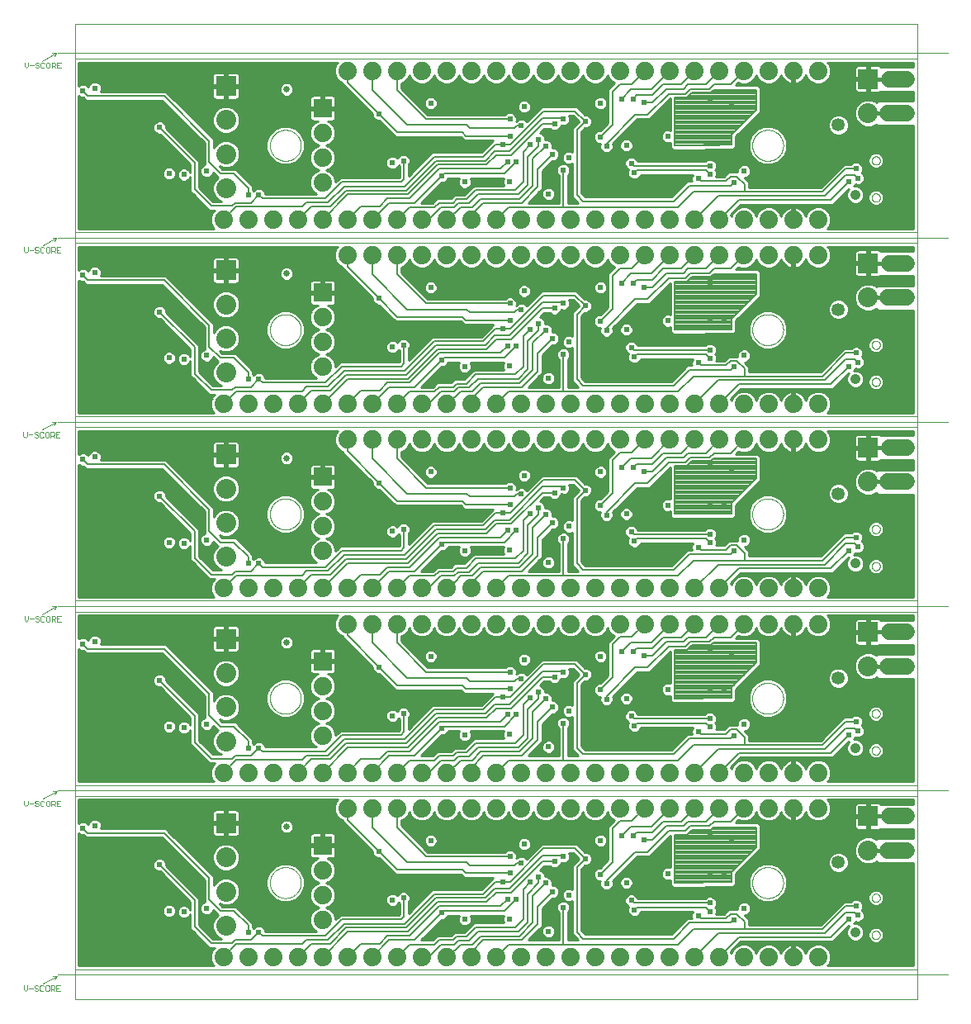
<source format=gbl>
G75*
%MOIN*%
%OFA0B0*%
%FSLAX25Y25*%
%IPPOS*%
%LPD*%
%AMOC8*
5,1,8,0,0,1.08239X$1,22.5*
%
%ADD10C,0.00000*%
%ADD11C,0.00200*%
%ADD12C,0.07400*%
%ADD13R,0.08000X0.08000*%
%ADD14C,0.08000*%
%ADD15R,0.07400X0.07400*%
%ADD16C,0.01000*%
%ADD17C,0.02400*%
%ADD18C,0.01600*%
%ADD19C,0.06600*%
%ADD20C,0.02500*%
%ADD21C,0.00700*%
%ADD22C,0.00800*%
%ADD23C,0.05315*%
%ADD24C,0.04134*%
D10*
X0011100Y0007400D02*
X0016600Y0010500D01*
X0015800Y0009200D01*
X0015100Y0010500D02*
X0016600Y0010500D01*
X0016900Y0011000D02*
X0376300Y0011000D01*
X0363900Y0013200D02*
X0023900Y0013200D01*
X0023900Y0083200D01*
X0363900Y0083200D01*
X0363900Y0013200D01*
X0363900Y0001000D02*
X0363900Y0394701D01*
X0023900Y0394701D01*
X0023900Y0001000D01*
X0363900Y0001000D01*
X0345566Y0027120D02*
X0345568Y0027201D01*
X0345574Y0027283D01*
X0345584Y0027364D01*
X0345598Y0027444D01*
X0345615Y0027523D01*
X0345637Y0027602D01*
X0345662Y0027679D01*
X0345691Y0027756D01*
X0345724Y0027830D01*
X0345761Y0027903D01*
X0345800Y0027974D01*
X0345844Y0028043D01*
X0345890Y0028110D01*
X0345940Y0028174D01*
X0345993Y0028236D01*
X0346049Y0028296D01*
X0346107Y0028352D01*
X0346169Y0028406D01*
X0346233Y0028457D01*
X0346299Y0028504D01*
X0346367Y0028548D01*
X0346438Y0028589D01*
X0346510Y0028626D01*
X0346585Y0028660D01*
X0346660Y0028690D01*
X0346738Y0028716D01*
X0346816Y0028739D01*
X0346895Y0028757D01*
X0346975Y0028772D01*
X0347056Y0028783D01*
X0347137Y0028790D01*
X0347219Y0028793D01*
X0347300Y0028792D01*
X0347381Y0028787D01*
X0347462Y0028778D01*
X0347543Y0028765D01*
X0347623Y0028748D01*
X0347701Y0028728D01*
X0347779Y0028703D01*
X0347856Y0028675D01*
X0347931Y0028643D01*
X0348004Y0028608D01*
X0348075Y0028569D01*
X0348145Y0028526D01*
X0348212Y0028481D01*
X0348278Y0028432D01*
X0348340Y0028380D01*
X0348400Y0028324D01*
X0348457Y0028266D01*
X0348512Y0028206D01*
X0348563Y0028142D01*
X0348611Y0028077D01*
X0348656Y0028009D01*
X0348698Y0027939D01*
X0348736Y0027867D01*
X0348771Y0027793D01*
X0348802Y0027718D01*
X0348829Y0027641D01*
X0348852Y0027563D01*
X0348872Y0027484D01*
X0348888Y0027404D01*
X0348900Y0027323D01*
X0348908Y0027242D01*
X0348912Y0027161D01*
X0348912Y0027079D01*
X0348908Y0026998D01*
X0348900Y0026917D01*
X0348888Y0026836D01*
X0348872Y0026756D01*
X0348852Y0026677D01*
X0348829Y0026599D01*
X0348802Y0026522D01*
X0348771Y0026447D01*
X0348736Y0026373D01*
X0348698Y0026301D01*
X0348656Y0026231D01*
X0348611Y0026163D01*
X0348563Y0026098D01*
X0348512Y0026034D01*
X0348457Y0025974D01*
X0348400Y0025916D01*
X0348340Y0025860D01*
X0348278Y0025808D01*
X0348212Y0025759D01*
X0348145Y0025714D01*
X0348076Y0025671D01*
X0348004Y0025632D01*
X0347931Y0025597D01*
X0347856Y0025565D01*
X0347779Y0025537D01*
X0347701Y0025512D01*
X0347623Y0025492D01*
X0347543Y0025475D01*
X0347462Y0025462D01*
X0347381Y0025453D01*
X0347300Y0025448D01*
X0347219Y0025447D01*
X0347137Y0025450D01*
X0347056Y0025457D01*
X0346975Y0025468D01*
X0346895Y0025483D01*
X0346816Y0025501D01*
X0346738Y0025524D01*
X0346660Y0025550D01*
X0346585Y0025580D01*
X0346510Y0025614D01*
X0346438Y0025651D01*
X0346367Y0025692D01*
X0346299Y0025736D01*
X0346233Y0025783D01*
X0346169Y0025834D01*
X0346107Y0025888D01*
X0346049Y0025944D01*
X0345993Y0026004D01*
X0345940Y0026066D01*
X0345890Y0026130D01*
X0345844Y0026197D01*
X0345800Y0026266D01*
X0345761Y0026337D01*
X0345724Y0026410D01*
X0345691Y0026484D01*
X0345662Y0026561D01*
X0345637Y0026638D01*
X0345615Y0026717D01*
X0345598Y0026796D01*
X0345584Y0026876D01*
X0345574Y0026957D01*
X0345568Y0027039D01*
X0345566Y0027120D01*
X0345566Y0042080D02*
X0345568Y0042161D01*
X0345574Y0042243D01*
X0345584Y0042324D01*
X0345598Y0042404D01*
X0345615Y0042483D01*
X0345637Y0042562D01*
X0345662Y0042639D01*
X0345691Y0042716D01*
X0345724Y0042790D01*
X0345761Y0042863D01*
X0345800Y0042934D01*
X0345844Y0043003D01*
X0345890Y0043070D01*
X0345940Y0043134D01*
X0345993Y0043196D01*
X0346049Y0043256D01*
X0346107Y0043312D01*
X0346169Y0043366D01*
X0346233Y0043417D01*
X0346299Y0043464D01*
X0346367Y0043508D01*
X0346438Y0043549D01*
X0346510Y0043586D01*
X0346585Y0043620D01*
X0346660Y0043650D01*
X0346738Y0043676D01*
X0346816Y0043699D01*
X0346895Y0043717D01*
X0346975Y0043732D01*
X0347056Y0043743D01*
X0347137Y0043750D01*
X0347219Y0043753D01*
X0347300Y0043752D01*
X0347381Y0043747D01*
X0347462Y0043738D01*
X0347543Y0043725D01*
X0347623Y0043708D01*
X0347701Y0043688D01*
X0347779Y0043663D01*
X0347856Y0043635D01*
X0347931Y0043603D01*
X0348004Y0043568D01*
X0348075Y0043529D01*
X0348145Y0043486D01*
X0348212Y0043441D01*
X0348278Y0043392D01*
X0348340Y0043340D01*
X0348400Y0043284D01*
X0348457Y0043226D01*
X0348512Y0043166D01*
X0348563Y0043102D01*
X0348611Y0043037D01*
X0348656Y0042969D01*
X0348698Y0042899D01*
X0348736Y0042827D01*
X0348771Y0042753D01*
X0348802Y0042678D01*
X0348829Y0042601D01*
X0348852Y0042523D01*
X0348872Y0042444D01*
X0348888Y0042364D01*
X0348900Y0042283D01*
X0348908Y0042202D01*
X0348912Y0042121D01*
X0348912Y0042039D01*
X0348908Y0041958D01*
X0348900Y0041877D01*
X0348888Y0041796D01*
X0348872Y0041716D01*
X0348852Y0041637D01*
X0348829Y0041559D01*
X0348802Y0041482D01*
X0348771Y0041407D01*
X0348736Y0041333D01*
X0348698Y0041261D01*
X0348656Y0041191D01*
X0348611Y0041123D01*
X0348563Y0041058D01*
X0348512Y0040994D01*
X0348457Y0040934D01*
X0348400Y0040876D01*
X0348340Y0040820D01*
X0348278Y0040768D01*
X0348212Y0040719D01*
X0348145Y0040674D01*
X0348076Y0040631D01*
X0348004Y0040592D01*
X0347931Y0040557D01*
X0347856Y0040525D01*
X0347779Y0040497D01*
X0347701Y0040472D01*
X0347623Y0040452D01*
X0347543Y0040435D01*
X0347462Y0040422D01*
X0347381Y0040413D01*
X0347300Y0040408D01*
X0347219Y0040407D01*
X0347137Y0040410D01*
X0347056Y0040417D01*
X0346975Y0040428D01*
X0346895Y0040443D01*
X0346816Y0040461D01*
X0346738Y0040484D01*
X0346660Y0040510D01*
X0346585Y0040540D01*
X0346510Y0040574D01*
X0346438Y0040611D01*
X0346367Y0040652D01*
X0346299Y0040696D01*
X0346233Y0040743D01*
X0346169Y0040794D01*
X0346107Y0040848D01*
X0346049Y0040904D01*
X0345993Y0040964D01*
X0345940Y0041026D01*
X0345890Y0041090D01*
X0345844Y0041157D01*
X0345800Y0041226D01*
X0345761Y0041297D01*
X0345724Y0041370D01*
X0345691Y0041444D01*
X0345662Y0041521D01*
X0345637Y0041598D01*
X0345615Y0041677D01*
X0345598Y0041756D01*
X0345584Y0041836D01*
X0345574Y0041917D01*
X0345568Y0041999D01*
X0345566Y0042080D01*
X0376300Y0085400D02*
X0016900Y0085400D01*
X0016600Y0085200D02*
X0015800Y0083900D01*
X0015100Y0085200D02*
X0016600Y0085200D01*
X0011100Y0082100D01*
X0023900Y0087600D02*
X0023900Y0157600D01*
X0363900Y0157600D01*
X0363900Y0087600D01*
X0023900Y0087600D01*
X0010800Y0156600D02*
X0016300Y0159700D01*
X0015500Y0158400D01*
X0014800Y0159700D02*
X0016300Y0159700D01*
X0016900Y0159800D02*
X0376300Y0159800D01*
X0363900Y0162000D02*
X0023900Y0162000D01*
X0023900Y0232000D01*
X0363900Y0232000D01*
X0363900Y0162000D01*
X0345566Y0175920D02*
X0345568Y0176001D01*
X0345574Y0176083D01*
X0345584Y0176164D01*
X0345598Y0176244D01*
X0345615Y0176323D01*
X0345637Y0176402D01*
X0345662Y0176479D01*
X0345691Y0176556D01*
X0345724Y0176630D01*
X0345761Y0176703D01*
X0345800Y0176774D01*
X0345844Y0176843D01*
X0345890Y0176910D01*
X0345940Y0176974D01*
X0345993Y0177036D01*
X0346049Y0177096D01*
X0346107Y0177152D01*
X0346169Y0177206D01*
X0346233Y0177257D01*
X0346299Y0177304D01*
X0346367Y0177348D01*
X0346438Y0177389D01*
X0346510Y0177426D01*
X0346585Y0177460D01*
X0346660Y0177490D01*
X0346738Y0177516D01*
X0346816Y0177539D01*
X0346895Y0177557D01*
X0346975Y0177572D01*
X0347056Y0177583D01*
X0347137Y0177590D01*
X0347219Y0177593D01*
X0347300Y0177592D01*
X0347381Y0177587D01*
X0347462Y0177578D01*
X0347543Y0177565D01*
X0347623Y0177548D01*
X0347701Y0177528D01*
X0347779Y0177503D01*
X0347856Y0177475D01*
X0347931Y0177443D01*
X0348004Y0177408D01*
X0348075Y0177369D01*
X0348145Y0177326D01*
X0348212Y0177281D01*
X0348278Y0177232D01*
X0348340Y0177180D01*
X0348400Y0177124D01*
X0348457Y0177066D01*
X0348512Y0177006D01*
X0348563Y0176942D01*
X0348611Y0176877D01*
X0348656Y0176809D01*
X0348698Y0176739D01*
X0348736Y0176667D01*
X0348771Y0176593D01*
X0348802Y0176518D01*
X0348829Y0176441D01*
X0348852Y0176363D01*
X0348872Y0176284D01*
X0348888Y0176204D01*
X0348900Y0176123D01*
X0348908Y0176042D01*
X0348912Y0175961D01*
X0348912Y0175879D01*
X0348908Y0175798D01*
X0348900Y0175717D01*
X0348888Y0175636D01*
X0348872Y0175556D01*
X0348852Y0175477D01*
X0348829Y0175399D01*
X0348802Y0175322D01*
X0348771Y0175247D01*
X0348736Y0175173D01*
X0348698Y0175101D01*
X0348656Y0175031D01*
X0348611Y0174963D01*
X0348563Y0174898D01*
X0348512Y0174834D01*
X0348457Y0174774D01*
X0348400Y0174716D01*
X0348340Y0174660D01*
X0348278Y0174608D01*
X0348212Y0174559D01*
X0348145Y0174514D01*
X0348076Y0174471D01*
X0348004Y0174432D01*
X0347931Y0174397D01*
X0347856Y0174365D01*
X0347779Y0174337D01*
X0347701Y0174312D01*
X0347623Y0174292D01*
X0347543Y0174275D01*
X0347462Y0174262D01*
X0347381Y0174253D01*
X0347300Y0174248D01*
X0347219Y0174247D01*
X0347137Y0174250D01*
X0347056Y0174257D01*
X0346975Y0174268D01*
X0346895Y0174283D01*
X0346816Y0174301D01*
X0346738Y0174324D01*
X0346660Y0174350D01*
X0346585Y0174380D01*
X0346510Y0174414D01*
X0346438Y0174451D01*
X0346367Y0174492D01*
X0346299Y0174536D01*
X0346233Y0174583D01*
X0346169Y0174634D01*
X0346107Y0174688D01*
X0346049Y0174744D01*
X0345993Y0174804D01*
X0345940Y0174866D01*
X0345890Y0174930D01*
X0345844Y0174997D01*
X0345800Y0175066D01*
X0345761Y0175137D01*
X0345724Y0175210D01*
X0345691Y0175284D01*
X0345662Y0175361D01*
X0345637Y0175438D01*
X0345615Y0175517D01*
X0345598Y0175596D01*
X0345584Y0175676D01*
X0345574Y0175757D01*
X0345568Y0175839D01*
X0345566Y0175920D01*
X0345566Y0190880D02*
X0345568Y0190961D01*
X0345574Y0191043D01*
X0345584Y0191124D01*
X0345598Y0191204D01*
X0345615Y0191283D01*
X0345637Y0191362D01*
X0345662Y0191439D01*
X0345691Y0191516D01*
X0345724Y0191590D01*
X0345761Y0191663D01*
X0345800Y0191734D01*
X0345844Y0191803D01*
X0345890Y0191870D01*
X0345940Y0191934D01*
X0345993Y0191996D01*
X0346049Y0192056D01*
X0346107Y0192112D01*
X0346169Y0192166D01*
X0346233Y0192217D01*
X0346299Y0192264D01*
X0346367Y0192308D01*
X0346438Y0192349D01*
X0346510Y0192386D01*
X0346585Y0192420D01*
X0346660Y0192450D01*
X0346738Y0192476D01*
X0346816Y0192499D01*
X0346895Y0192517D01*
X0346975Y0192532D01*
X0347056Y0192543D01*
X0347137Y0192550D01*
X0347219Y0192553D01*
X0347300Y0192552D01*
X0347381Y0192547D01*
X0347462Y0192538D01*
X0347543Y0192525D01*
X0347623Y0192508D01*
X0347701Y0192488D01*
X0347779Y0192463D01*
X0347856Y0192435D01*
X0347931Y0192403D01*
X0348004Y0192368D01*
X0348075Y0192329D01*
X0348145Y0192286D01*
X0348212Y0192241D01*
X0348278Y0192192D01*
X0348340Y0192140D01*
X0348400Y0192084D01*
X0348457Y0192026D01*
X0348512Y0191966D01*
X0348563Y0191902D01*
X0348611Y0191837D01*
X0348656Y0191769D01*
X0348698Y0191699D01*
X0348736Y0191627D01*
X0348771Y0191553D01*
X0348802Y0191478D01*
X0348829Y0191401D01*
X0348852Y0191323D01*
X0348872Y0191244D01*
X0348888Y0191164D01*
X0348900Y0191083D01*
X0348908Y0191002D01*
X0348912Y0190921D01*
X0348912Y0190839D01*
X0348908Y0190758D01*
X0348900Y0190677D01*
X0348888Y0190596D01*
X0348872Y0190516D01*
X0348852Y0190437D01*
X0348829Y0190359D01*
X0348802Y0190282D01*
X0348771Y0190207D01*
X0348736Y0190133D01*
X0348698Y0190061D01*
X0348656Y0189991D01*
X0348611Y0189923D01*
X0348563Y0189858D01*
X0348512Y0189794D01*
X0348457Y0189734D01*
X0348400Y0189676D01*
X0348340Y0189620D01*
X0348278Y0189568D01*
X0348212Y0189519D01*
X0348145Y0189474D01*
X0348076Y0189431D01*
X0348004Y0189392D01*
X0347931Y0189357D01*
X0347856Y0189325D01*
X0347779Y0189297D01*
X0347701Y0189272D01*
X0347623Y0189252D01*
X0347543Y0189235D01*
X0347462Y0189222D01*
X0347381Y0189213D01*
X0347300Y0189208D01*
X0347219Y0189207D01*
X0347137Y0189210D01*
X0347056Y0189217D01*
X0346975Y0189228D01*
X0346895Y0189243D01*
X0346816Y0189261D01*
X0346738Y0189284D01*
X0346660Y0189310D01*
X0346585Y0189340D01*
X0346510Y0189374D01*
X0346438Y0189411D01*
X0346367Y0189452D01*
X0346299Y0189496D01*
X0346233Y0189543D01*
X0346169Y0189594D01*
X0346107Y0189648D01*
X0346049Y0189704D01*
X0345993Y0189764D01*
X0345940Y0189826D01*
X0345890Y0189890D01*
X0345844Y0189957D01*
X0345800Y0190026D01*
X0345761Y0190097D01*
X0345724Y0190170D01*
X0345691Y0190244D01*
X0345662Y0190321D01*
X0345637Y0190398D01*
X0345615Y0190477D01*
X0345598Y0190556D01*
X0345584Y0190636D01*
X0345574Y0190717D01*
X0345568Y0190799D01*
X0345566Y0190880D01*
X0297350Y0197000D02*
X0297352Y0197158D01*
X0297358Y0197315D01*
X0297368Y0197473D01*
X0297382Y0197630D01*
X0297400Y0197786D01*
X0297421Y0197943D01*
X0297447Y0198098D01*
X0297477Y0198253D01*
X0297510Y0198407D01*
X0297548Y0198560D01*
X0297589Y0198713D01*
X0297634Y0198864D01*
X0297683Y0199014D01*
X0297736Y0199162D01*
X0297792Y0199310D01*
X0297853Y0199455D01*
X0297916Y0199600D01*
X0297984Y0199742D01*
X0298055Y0199883D01*
X0298129Y0200022D01*
X0298207Y0200159D01*
X0298289Y0200294D01*
X0298373Y0200427D01*
X0298462Y0200558D01*
X0298553Y0200686D01*
X0298648Y0200813D01*
X0298745Y0200936D01*
X0298846Y0201058D01*
X0298950Y0201176D01*
X0299057Y0201292D01*
X0299167Y0201405D01*
X0299279Y0201516D01*
X0299395Y0201623D01*
X0299513Y0201728D01*
X0299633Y0201830D01*
X0299756Y0201928D01*
X0299882Y0202024D01*
X0300010Y0202116D01*
X0300140Y0202205D01*
X0300272Y0202291D01*
X0300407Y0202373D01*
X0300544Y0202452D01*
X0300682Y0202527D01*
X0300822Y0202599D01*
X0300965Y0202667D01*
X0301108Y0202732D01*
X0301254Y0202793D01*
X0301401Y0202850D01*
X0301549Y0202904D01*
X0301699Y0202954D01*
X0301849Y0203000D01*
X0302001Y0203042D01*
X0302154Y0203081D01*
X0302308Y0203115D01*
X0302463Y0203146D01*
X0302618Y0203172D01*
X0302774Y0203195D01*
X0302931Y0203214D01*
X0303088Y0203229D01*
X0303245Y0203240D01*
X0303403Y0203247D01*
X0303561Y0203250D01*
X0303718Y0203249D01*
X0303876Y0203244D01*
X0304033Y0203235D01*
X0304191Y0203222D01*
X0304347Y0203205D01*
X0304504Y0203184D01*
X0304659Y0203160D01*
X0304814Y0203131D01*
X0304969Y0203098D01*
X0305122Y0203062D01*
X0305275Y0203021D01*
X0305426Y0202977D01*
X0305576Y0202929D01*
X0305725Y0202878D01*
X0305873Y0202822D01*
X0306019Y0202763D01*
X0306164Y0202700D01*
X0306307Y0202633D01*
X0306448Y0202563D01*
X0306587Y0202490D01*
X0306725Y0202413D01*
X0306861Y0202332D01*
X0306994Y0202248D01*
X0307125Y0202161D01*
X0307254Y0202070D01*
X0307381Y0201976D01*
X0307506Y0201879D01*
X0307627Y0201779D01*
X0307747Y0201676D01*
X0307863Y0201570D01*
X0307977Y0201461D01*
X0308089Y0201349D01*
X0308197Y0201235D01*
X0308302Y0201117D01*
X0308405Y0200997D01*
X0308504Y0200875D01*
X0308600Y0200750D01*
X0308693Y0200622D01*
X0308783Y0200493D01*
X0308869Y0200361D01*
X0308953Y0200227D01*
X0309032Y0200091D01*
X0309109Y0199953D01*
X0309181Y0199813D01*
X0309250Y0199671D01*
X0309316Y0199528D01*
X0309378Y0199383D01*
X0309436Y0199236D01*
X0309491Y0199088D01*
X0309542Y0198939D01*
X0309589Y0198788D01*
X0309632Y0198637D01*
X0309671Y0198484D01*
X0309707Y0198330D01*
X0309738Y0198176D01*
X0309766Y0198021D01*
X0309790Y0197865D01*
X0309810Y0197708D01*
X0309826Y0197551D01*
X0309838Y0197394D01*
X0309846Y0197237D01*
X0309850Y0197079D01*
X0309850Y0196921D01*
X0309846Y0196763D01*
X0309838Y0196606D01*
X0309826Y0196449D01*
X0309810Y0196292D01*
X0309790Y0196135D01*
X0309766Y0195979D01*
X0309738Y0195824D01*
X0309707Y0195670D01*
X0309671Y0195516D01*
X0309632Y0195363D01*
X0309589Y0195212D01*
X0309542Y0195061D01*
X0309491Y0194912D01*
X0309436Y0194764D01*
X0309378Y0194617D01*
X0309316Y0194472D01*
X0309250Y0194329D01*
X0309181Y0194187D01*
X0309109Y0194047D01*
X0309032Y0193909D01*
X0308953Y0193773D01*
X0308869Y0193639D01*
X0308783Y0193507D01*
X0308693Y0193378D01*
X0308600Y0193250D01*
X0308504Y0193125D01*
X0308405Y0193003D01*
X0308302Y0192883D01*
X0308197Y0192765D01*
X0308089Y0192651D01*
X0307977Y0192539D01*
X0307863Y0192430D01*
X0307747Y0192324D01*
X0307627Y0192221D01*
X0307506Y0192121D01*
X0307381Y0192024D01*
X0307254Y0191930D01*
X0307125Y0191839D01*
X0306994Y0191752D01*
X0306861Y0191668D01*
X0306725Y0191587D01*
X0306587Y0191510D01*
X0306448Y0191437D01*
X0306307Y0191367D01*
X0306164Y0191300D01*
X0306019Y0191237D01*
X0305873Y0191178D01*
X0305725Y0191122D01*
X0305576Y0191071D01*
X0305426Y0191023D01*
X0305275Y0190979D01*
X0305122Y0190938D01*
X0304969Y0190902D01*
X0304814Y0190869D01*
X0304659Y0190840D01*
X0304504Y0190816D01*
X0304347Y0190795D01*
X0304191Y0190778D01*
X0304033Y0190765D01*
X0303876Y0190756D01*
X0303718Y0190751D01*
X0303561Y0190750D01*
X0303403Y0190753D01*
X0303245Y0190760D01*
X0303088Y0190771D01*
X0302931Y0190786D01*
X0302774Y0190805D01*
X0302618Y0190828D01*
X0302463Y0190854D01*
X0302308Y0190885D01*
X0302154Y0190919D01*
X0302001Y0190958D01*
X0301849Y0191000D01*
X0301699Y0191046D01*
X0301549Y0191096D01*
X0301401Y0191150D01*
X0301254Y0191207D01*
X0301108Y0191268D01*
X0300965Y0191333D01*
X0300822Y0191401D01*
X0300682Y0191473D01*
X0300544Y0191548D01*
X0300407Y0191627D01*
X0300272Y0191709D01*
X0300140Y0191795D01*
X0300010Y0191884D01*
X0299882Y0191976D01*
X0299756Y0192072D01*
X0299633Y0192170D01*
X0299513Y0192272D01*
X0299395Y0192377D01*
X0299279Y0192484D01*
X0299167Y0192595D01*
X0299057Y0192708D01*
X0298950Y0192824D01*
X0298846Y0192942D01*
X0298745Y0193064D01*
X0298648Y0193187D01*
X0298553Y0193314D01*
X0298462Y0193442D01*
X0298373Y0193573D01*
X0298289Y0193706D01*
X0298207Y0193841D01*
X0298129Y0193978D01*
X0298055Y0194117D01*
X0297984Y0194258D01*
X0297916Y0194400D01*
X0297853Y0194545D01*
X0297792Y0194690D01*
X0297736Y0194838D01*
X0297683Y0194986D01*
X0297634Y0195136D01*
X0297589Y0195287D01*
X0297548Y0195440D01*
X0297510Y0195593D01*
X0297477Y0195747D01*
X0297447Y0195902D01*
X0297421Y0196057D01*
X0297400Y0196214D01*
X0297382Y0196370D01*
X0297368Y0196527D01*
X0297358Y0196685D01*
X0297352Y0196842D01*
X0297350Y0197000D01*
X0345566Y0250320D02*
X0345568Y0250401D01*
X0345574Y0250483D01*
X0345584Y0250564D01*
X0345598Y0250644D01*
X0345615Y0250723D01*
X0345637Y0250802D01*
X0345662Y0250879D01*
X0345691Y0250956D01*
X0345724Y0251030D01*
X0345761Y0251103D01*
X0345800Y0251174D01*
X0345844Y0251243D01*
X0345890Y0251310D01*
X0345940Y0251374D01*
X0345993Y0251436D01*
X0346049Y0251496D01*
X0346107Y0251552D01*
X0346169Y0251606D01*
X0346233Y0251657D01*
X0346299Y0251704D01*
X0346367Y0251748D01*
X0346438Y0251789D01*
X0346510Y0251826D01*
X0346585Y0251860D01*
X0346660Y0251890D01*
X0346738Y0251916D01*
X0346816Y0251939D01*
X0346895Y0251957D01*
X0346975Y0251972D01*
X0347056Y0251983D01*
X0347137Y0251990D01*
X0347219Y0251993D01*
X0347300Y0251992D01*
X0347381Y0251987D01*
X0347462Y0251978D01*
X0347543Y0251965D01*
X0347623Y0251948D01*
X0347701Y0251928D01*
X0347779Y0251903D01*
X0347856Y0251875D01*
X0347931Y0251843D01*
X0348004Y0251808D01*
X0348075Y0251769D01*
X0348145Y0251726D01*
X0348212Y0251681D01*
X0348278Y0251632D01*
X0348340Y0251580D01*
X0348400Y0251524D01*
X0348457Y0251466D01*
X0348512Y0251406D01*
X0348563Y0251342D01*
X0348611Y0251277D01*
X0348656Y0251209D01*
X0348698Y0251139D01*
X0348736Y0251067D01*
X0348771Y0250993D01*
X0348802Y0250918D01*
X0348829Y0250841D01*
X0348852Y0250763D01*
X0348872Y0250684D01*
X0348888Y0250604D01*
X0348900Y0250523D01*
X0348908Y0250442D01*
X0348912Y0250361D01*
X0348912Y0250279D01*
X0348908Y0250198D01*
X0348900Y0250117D01*
X0348888Y0250036D01*
X0348872Y0249956D01*
X0348852Y0249877D01*
X0348829Y0249799D01*
X0348802Y0249722D01*
X0348771Y0249647D01*
X0348736Y0249573D01*
X0348698Y0249501D01*
X0348656Y0249431D01*
X0348611Y0249363D01*
X0348563Y0249298D01*
X0348512Y0249234D01*
X0348457Y0249174D01*
X0348400Y0249116D01*
X0348340Y0249060D01*
X0348278Y0249008D01*
X0348212Y0248959D01*
X0348145Y0248914D01*
X0348076Y0248871D01*
X0348004Y0248832D01*
X0347931Y0248797D01*
X0347856Y0248765D01*
X0347779Y0248737D01*
X0347701Y0248712D01*
X0347623Y0248692D01*
X0347543Y0248675D01*
X0347462Y0248662D01*
X0347381Y0248653D01*
X0347300Y0248648D01*
X0347219Y0248647D01*
X0347137Y0248650D01*
X0347056Y0248657D01*
X0346975Y0248668D01*
X0346895Y0248683D01*
X0346816Y0248701D01*
X0346738Y0248724D01*
X0346660Y0248750D01*
X0346585Y0248780D01*
X0346510Y0248814D01*
X0346438Y0248851D01*
X0346367Y0248892D01*
X0346299Y0248936D01*
X0346233Y0248983D01*
X0346169Y0249034D01*
X0346107Y0249088D01*
X0346049Y0249144D01*
X0345993Y0249204D01*
X0345940Y0249266D01*
X0345890Y0249330D01*
X0345844Y0249397D01*
X0345800Y0249466D01*
X0345761Y0249537D01*
X0345724Y0249610D01*
X0345691Y0249684D01*
X0345662Y0249761D01*
X0345637Y0249838D01*
X0345615Y0249917D01*
X0345598Y0249996D01*
X0345584Y0250076D01*
X0345574Y0250157D01*
X0345568Y0250239D01*
X0345566Y0250320D01*
X0345566Y0265280D02*
X0345568Y0265361D01*
X0345574Y0265443D01*
X0345584Y0265524D01*
X0345598Y0265604D01*
X0345615Y0265683D01*
X0345637Y0265762D01*
X0345662Y0265839D01*
X0345691Y0265916D01*
X0345724Y0265990D01*
X0345761Y0266063D01*
X0345800Y0266134D01*
X0345844Y0266203D01*
X0345890Y0266270D01*
X0345940Y0266334D01*
X0345993Y0266396D01*
X0346049Y0266456D01*
X0346107Y0266512D01*
X0346169Y0266566D01*
X0346233Y0266617D01*
X0346299Y0266664D01*
X0346367Y0266708D01*
X0346438Y0266749D01*
X0346510Y0266786D01*
X0346585Y0266820D01*
X0346660Y0266850D01*
X0346738Y0266876D01*
X0346816Y0266899D01*
X0346895Y0266917D01*
X0346975Y0266932D01*
X0347056Y0266943D01*
X0347137Y0266950D01*
X0347219Y0266953D01*
X0347300Y0266952D01*
X0347381Y0266947D01*
X0347462Y0266938D01*
X0347543Y0266925D01*
X0347623Y0266908D01*
X0347701Y0266888D01*
X0347779Y0266863D01*
X0347856Y0266835D01*
X0347931Y0266803D01*
X0348004Y0266768D01*
X0348075Y0266729D01*
X0348145Y0266686D01*
X0348212Y0266641D01*
X0348278Y0266592D01*
X0348340Y0266540D01*
X0348400Y0266484D01*
X0348457Y0266426D01*
X0348512Y0266366D01*
X0348563Y0266302D01*
X0348611Y0266237D01*
X0348656Y0266169D01*
X0348698Y0266099D01*
X0348736Y0266027D01*
X0348771Y0265953D01*
X0348802Y0265878D01*
X0348829Y0265801D01*
X0348852Y0265723D01*
X0348872Y0265644D01*
X0348888Y0265564D01*
X0348900Y0265483D01*
X0348908Y0265402D01*
X0348912Y0265321D01*
X0348912Y0265239D01*
X0348908Y0265158D01*
X0348900Y0265077D01*
X0348888Y0264996D01*
X0348872Y0264916D01*
X0348852Y0264837D01*
X0348829Y0264759D01*
X0348802Y0264682D01*
X0348771Y0264607D01*
X0348736Y0264533D01*
X0348698Y0264461D01*
X0348656Y0264391D01*
X0348611Y0264323D01*
X0348563Y0264258D01*
X0348512Y0264194D01*
X0348457Y0264134D01*
X0348400Y0264076D01*
X0348340Y0264020D01*
X0348278Y0263968D01*
X0348212Y0263919D01*
X0348145Y0263874D01*
X0348076Y0263831D01*
X0348004Y0263792D01*
X0347931Y0263757D01*
X0347856Y0263725D01*
X0347779Y0263697D01*
X0347701Y0263672D01*
X0347623Y0263652D01*
X0347543Y0263635D01*
X0347462Y0263622D01*
X0347381Y0263613D01*
X0347300Y0263608D01*
X0347219Y0263607D01*
X0347137Y0263610D01*
X0347056Y0263617D01*
X0346975Y0263628D01*
X0346895Y0263643D01*
X0346816Y0263661D01*
X0346738Y0263684D01*
X0346660Y0263710D01*
X0346585Y0263740D01*
X0346510Y0263774D01*
X0346438Y0263811D01*
X0346367Y0263852D01*
X0346299Y0263896D01*
X0346233Y0263943D01*
X0346169Y0263994D01*
X0346107Y0264048D01*
X0346049Y0264104D01*
X0345993Y0264164D01*
X0345940Y0264226D01*
X0345890Y0264290D01*
X0345844Y0264357D01*
X0345800Y0264426D01*
X0345761Y0264497D01*
X0345724Y0264570D01*
X0345691Y0264644D01*
X0345662Y0264721D01*
X0345637Y0264798D01*
X0345615Y0264877D01*
X0345598Y0264956D01*
X0345584Y0265036D01*
X0345574Y0265117D01*
X0345568Y0265199D01*
X0345566Y0265280D01*
X0363900Y0236400D02*
X0023900Y0236400D01*
X0023900Y0306400D01*
X0363900Y0306400D01*
X0363900Y0236400D01*
X0376300Y0234200D02*
X0016900Y0234200D01*
X0016200Y0234100D02*
X0015400Y0232800D01*
X0014700Y0234100D02*
X0016200Y0234100D01*
X0010700Y0231000D01*
X0010900Y0305400D02*
X0016400Y0308500D01*
X0015600Y0307200D01*
X0014900Y0308500D02*
X0016400Y0308500D01*
X0016900Y0308600D02*
X0376300Y0308600D01*
X0363900Y0310800D02*
X0023900Y0310800D01*
X0023900Y0380800D01*
X0363900Y0380800D01*
X0363900Y0310800D01*
X0345566Y0324720D02*
X0345568Y0324801D01*
X0345574Y0324883D01*
X0345584Y0324964D01*
X0345598Y0325044D01*
X0345615Y0325123D01*
X0345637Y0325202D01*
X0345662Y0325279D01*
X0345691Y0325356D01*
X0345724Y0325430D01*
X0345761Y0325503D01*
X0345800Y0325574D01*
X0345844Y0325643D01*
X0345890Y0325710D01*
X0345940Y0325774D01*
X0345993Y0325836D01*
X0346049Y0325896D01*
X0346107Y0325952D01*
X0346169Y0326006D01*
X0346233Y0326057D01*
X0346299Y0326104D01*
X0346367Y0326148D01*
X0346438Y0326189D01*
X0346510Y0326226D01*
X0346585Y0326260D01*
X0346660Y0326290D01*
X0346738Y0326316D01*
X0346816Y0326339D01*
X0346895Y0326357D01*
X0346975Y0326372D01*
X0347056Y0326383D01*
X0347137Y0326390D01*
X0347219Y0326393D01*
X0347300Y0326392D01*
X0347381Y0326387D01*
X0347462Y0326378D01*
X0347543Y0326365D01*
X0347623Y0326348D01*
X0347701Y0326328D01*
X0347779Y0326303D01*
X0347856Y0326275D01*
X0347931Y0326243D01*
X0348004Y0326208D01*
X0348075Y0326169D01*
X0348145Y0326126D01*
X0348212Y0326081D01*
X0348278Y0326032D01*
X0348340Y0325980D01*
X0348400Y0325924D01*
X0348457Y0325866D01*
X0348512Y0325806D01*
X0348563Y0325742D01*
X0348611Y0325677D01*
X0348656Y0325609D01*
X0348698Y0325539D01*
X0348736Y0325467D01*
X0348771Y0325393D01*
X0348802Y0325318D01*
X0348829Y0325241D01*
X0348852Y0325163D01*
X0348872Y0325084D01*
X0348888Y0325004D01*
X0348900Y0324923D01*
X0348908Y0324842D01*
X0348912Y0324761D01*
X0348912Y0324679D01*
X0348908Y0324598D01*
X0348900Y0324517D01*
X0348888Y0324436D01*
X0348872Y0324356D01*
X0348852Y0324277D01*
X0348829Y0324199D01*
X0348802Y0324122D01*
X0348771Y0324047D01*
X0348736Y0323973D01*
X0348698Y0323901D01*
X0348656Y0323831D01*
X0348611Y0323763D01*
X0348563Y0323698D01*
X0348512Y0323634D01*
X0348457Y0323574D01*
X0348400Y0323516D01*
X0348340Y0323460D01*
X0348278Y0323408D01*
X0348212Y0323359D01*
X0348145Y0323314D01*
X0348076Y0323271D01*
X0348004Y0323232D01*
X0347931Y0323197D01*
X0347856Y0323165D01*
X0347779Y0323137D01*
X0347701Y0323112D01*
X0347623Y0323092D01*
X0347543Y0323075D01*
X0347462Y0323062D01*
X0347381Y0323053D01*
X0347300Y0323048D01*
X0347219Y0323047D01*
X0347137Y0323050D01*
X0347056Y0323057D01*
X0346975Y0323068D01*
X0346895Y0323083D01*
X0346816Y0323101D01*
X0346738Y0323124D01*
X0346660Y0323150D01*
X0346585Y0323180D01*
X0346510Y0323214D01*
X0346438Y0323251D01*
X0346367Y0323292D01*
X0346299Y0323336D01*
X0346233Y0323383D01*
X0346169Y0323434D01*
X0346107Y0323488D01*
X0346049Y0323544D01*
X0345993Y0323604D01*
X0345940Y0323666D01*
X0345890Y0323730D01*
X0345844Y0323797D01*
X0345800Y0323866D01*
X0345761Y0323937D01*
X0345724Y0324010D01*
X0345691Y0324084D01*
X0345662Y0324161D01*
X0345637Y0324238D01*
X0345615Y0324317D01*
X0345598Y0324396D01*
X0345584Y0324476D01*
X0345574Y0324557D01*
X0345568Y0324639D01*
X0345566Y0324720D01*
X0345566Y0339680D02*
X0345568Y0339761D01*
X0345574Y0339843D01*
X0345584Y0339924D01*
X0345598Y0340004D01*
X0345615Y0340083D01*
X0345637Y0340162D01*
X0345662Y0340239D01*
X0345691Y0340316D01*
X0345724Y0340390D01*
X0345761Y0340463D01*
X0345800Y0340534D01*
X0345844Y0340603D01*
X0345890Y0340670D01*
X0345940Y0340734D01*
X0345993Y0340796D01*
X0346049Y0340856D01*
X0346107Y0340912D01*
X0346169Y0340966D01*
X0346233Y0341017D01*
X0346299Y0341064D01*
X0346367Y0341108D01*
X0346438Y0341149D01*
X0346510Y0341186D01*
X0346585Y0341220D01*
X0346660Y0341250D01*
X0346738Y0341276D01*
X0346816Y0341299D01*
X0346895Y0341317D01*
X0346975Y0341332D01*
X0347056Y0341343D01*
X0347137Y0341350D01*
X0347219Y0341353D01*
X0347300Y0341352D01*
X0347381Y0341347D01*
X0347462Y0341338D01*
X0347543Y0341325D01*
X0347623Y0341308D01*
X0347701Y0341288D01*
X0347779Y0341263D01*
X0347856Y0341235D01*
X0347931Y0341203D01*
X0348004Y0341168D01*
X0348075Y0341129D01*
X0348145Y0341086D01*
X0348212Y0341041D01*
X0348278Y0340992D01*
X0348340Y0340940D01*
X0348400Y0340884D01*
X0348457Y0340826D01*
X0348512Y0340766D01*
X0348563Y0340702D01*
X0348611Y0340637D01*
X0348656Y0340569D01*
X0348698Y0340499D01*
X0348736Y0340427D01*
X0348771Y0340353D01*
X0348802Y0340278D01*
X0348829Y0340201D01*
X0348852Y0340123D01*
X0348872Y0340044D01*
X0348888Y0339964D01*
X0348900Y0339883D01*
X0348908Y0339802D01*
X0348912Y0339721D01*
X0348912Y0339639D01*
X0348908Y0339558D01*
X0348900Y0339477D01*
X0348888Y0339396D01*
X0348872Y0339316D01*
X0348852Y0339237D01*
X0348829Y0339159D01*
X0348802Y0339082D01*
X0348771Y0339007D01*
X0348736Y0338933D01*
X0348698Y0338861D01*
X0348656Y0338791D01*
X0348611Y0338723D01*
X0348563Y0338658D01*
X0348512Y0338594D01*
X0348457Y0338534D01*
X0348400Y0338476D01*
X0348340Y0338420D01*
X0348278Y0338368D01*
X0348212Y0338319D01*
X0348145Y0338274D01*
X0348076Y0338231D01*
X0348004Y0338192D01*
X0347931Y0338157D01*
X0347856Y0338125D01*
X0347779Y0338097D01*
X0347701Y0338072D01*
X0347623Y0338052D01*
X0347543Y0338035D01*
X0347462Y0338022D01*
X0347381Y0338013D01*
X0347300Y0338008D01*
X0347219Y0338007D01*
X0347137Y0338010D01*
X0347056Y0338017D01*
X0346975Y0338028D01*
X0346895Y0338043D01*
X0346816Y0338061D01*
X0346738Y0338084D01*
X0346660Y0338110D01*
X0346585Y0338140D01*
X0346510Y0338174D01*
X0346438Y0338211D01*
X0346367Y0338252D01*
X0346299Y0338296D01*
X0346233Y0338343D01*
X0346169Y0338394D01*
X0346107Y0338448D01*
X0346049Y0338504D01*
X0345993Y0338564D01*
X0345940Y0338626D01*
X0345890Y0338690D01*
X0345844Y0338757D01*
X0345800Y0338826D01*
X0345761Y0338897D01*
X0345724Y0338970D01*
X0345691Y0339044D01*
X0345662Y0339121D01*
X0345637Y0339198D01*
X0345615Y0339277D01*
X0345598Y0339356D01*
X0345584Y0339436D01*
X0345574Y0339517D01*
X0345568Y0339599D01*
X0345566Y0339680D01*
X0376300Y0383000D02*
X0016900Y0383000D01*
X0016300Y0383000D02*
X0015500Y0381700D01*
X0014800Y0383000D02*
X0016300Y0383000D01*
X0010800Y0379900D01*
X0102650Y0345800D02*
X0102652Y0345958D01*
X0102658Y0346115D01*
X0102668Y0346273D01*
X0102682Y0346430D01*
X0102700Y0346586D01*
X0102721Y0346743D01*
X0102747Y0346898D01*
X0102777Y0347053D01*
X0102810Y0347207D01*
X0102848Y0347360D01*
X0102889Y0347513D01*
X0102934Y0347664D01*
X0102983Y0347814D01*
X0103036Y0347962D01*
X0103092Y0348110D01*
X0103153Y0348255D01*
X0103216Y0348400D01*
X0103284Y0348542D01*
X0103355Y0348683D01*
X0103429Y0348822D01*
X0103507Y0348959D01*
X0103589Y0349094D01*
X0103673Y0349227D01*
X0103762Y0349358D01*
X0103853Y0349486D01*
X0103948Y0349613D01*
X0104045Y0349736D01*
X0104146Y0349858D01*
X0104250Y0349976D01*
X0104357Y0350092D01*
X0104467Y0350205D01*
X0104579Y0350316D01*
X0104695Y0350423D01*
X0104813Y0350528D01*
X0104933Y0350630D01*
X0105056Y0350728D01*
X0105182Y0350824D01*
X0105310Y0350916D01*
X0105440Y0351005D01*
X0105572Y0351091D01*
X0105707Y0351173D01*
X0105844Y0351252D01*
X0105982Y0351327D01*
X0106122Y0351399D01*
X0106265Y0351467D01*
X0106408Y0351532D01*
X0106554Y0351593D01*
X0106701Y0351650D01*
X0106849Y0351704D01*
X0106999Y0351754D01*
X0107149Y0351800D01*
X0107301Y0351842D01*
X0107454Y0351881D01*
X0107608Y0351915D01*
X0107763Y0351946D01*
X0107918Y0351972D01*
X0108074Y0351995D01*
X0108231Y0352014D01*
X0108388Y0352029D01*
X0108545Y0352040D01*
X0108703Y0352047D01*
X0108861Y0352050D01*
X0109018Y0352049D01*
X0109176Y0352044D01*
X0109333Y0352035D01*
X0109491Y0352022D01*
X0109647Y0352005D01*
X0109804Y0351984D01*
X0109959Y0351960D01*
X0110114Y0351931D01*
X0110269Y0351898D01*
X0110422Y0351862D01*
X0110575Y0351821D01*
X0110726Y0351777D01*
X0110876Y0351729D01*
X0111025Y0351678D01*
X0111173Y0351622D01*
X0111319Y0351563D01*
X0111464Y0351500D01*
X0111607Y0351433D01*
X0111748Y0351363D01*
X0111887Y0351290D01*
X0112025Y0351213D01*
X0112161Y0351132D01*
X0112294Y0351048D01*
X0112425Y0350961D01*
X0112554Y0350870D01*
X0112681Y0350776D01*
X0112806Y0350679D01*
X0112927Y0350579D01*
X0113047Y0350476D01*
X0113163Y0350370D01*
X0113277Y0350261D01*
X0113389Y0350149D01*
X0113497Y0350035D01*
X0113602Y0349917D01*
X0113705Y0349797D01*
X0113804Y0349675D01*
X0113900Y0349550D01*
X0113993Y0349422D01*
X0114083Y0349293D01*
X0114169Y0349161D01*
X0114253Y0349027D01*
X0114332Y0348891D01*
X0114409Y0348753D01*
X0114481Y0348613D01*
X0114550Y0348471D01*
X0114616Y0348328D01*
X0114678Y0348183D01*
X0114736Y0348036D01*
X0114791Y0347888D01*
X0114842Y0347739D01*
X0114889Y0347588D01*
X0114932Y0347437D01*
X0114971Y0347284D01*
X0115007Y0347130D01*
X0115038Y0346976D01*
X0115066Y0346821D01*
X0115090Y0346665D01*
X0115110Y0346508D01*
X0115126Y0346351D01*
X0115138Y0346194D01*
X0115146Y0346037D01*
X0115150Y0345879D01*
X0115150Y0345721D01*
X0115146Y0345563D01*
X0115138Y0345406D01*
X0115126Y0345249D01*
X0115110Y0345092D01*
X0115090Y0344935D01*
X0115066Y0344779D01*
X0115038Y0344624D01*
X0115007Y0344470D01*
X0114971Y0344316D01*
X0114932Y0344163D01*
X0114889Y0344012D01*
X0114842Y0343861D01*
X0114791Y0343712D01*
X0114736Y0343564D01*
X0114678Y0343417D01*
X0114616Y0343272D01*
X0114550Y0343129D01*
X0114481Y0342987D01*
X0114409Y0342847D01*
X0114332Y0342709D01*
X0114253Y0342573D01*
X0114169Y0342439D01*
X0114083Y0342307D01*
X0113993Y0342178D01*
X0113900Y0342050D01*
X0113804Y0341925D01*
X0113705Y0341803D01*
X0113602Y0341683D01*
X0113497Y0341565D01*
X0113389Y0341451D01*
X0113277Y0341339D01*
X0113163Y0341230D01*
X0113047Y0341124D01*
X0112927Y0341021D01*
X0112806Y0340921D01*
X0112681Y0340824D01*
X0112554Y0340730D01*
X0112425Y0340639D01*
X0112294Y0340552D01*
X0112161Y0340468D01*
X0112025Y0340387D01*
X0111887Y0340310D01*
X0111748Y0340237D01*
X0111607Y0340167D01*
X0111464Y0340100D01*
X0111319Y0340037D01*
X0111173Y0339978D01*
X0111025Y0339922D01*
X0110876Y0339871D01*
X0110726Y0339823D01*
X0110575Y0339779D01*
X0110422Y0339738D01*
X0110269Y0339702D01*
X0110114Y0339669D01*
X0109959Y0339640D01*
X0109804Y0339616D01*
X0109647Y0339595D01*
X0109491Y0339578D01*
X0109333Y0339565D01*
X0109176Y0339556D01*
X0109018Y0339551D01*
X0108861Y0339550D01*
X0108703Y0339553D01*
X0108545Y0339560D01*
X0108388Y0339571D01*
X0108231Y0339586D01*
X0108074Y0339605D01*
X0107918Y0339628D01*
X0107763Y0339654D01*
X0107608Y0339685D01*
X0107454Y0339719D01*
X0107301Y0339758D01*
X0107149Y0339800D01*
X0106999Y0339846D01*
X0106849Y0339896D01*
X0106701Y0339950D01*
X0106554Y0340007D01*
X0106408Y0340068D01*
X0106265Y0340133D01*
X0106122Y0340201D01*
X0105982Y0340273D01*
X0105844Y0340348D01*
X0105707Y0340427D01*
X0105572Y0340509D01*
X0105440Y0340595D01*
X0105310Y0340684D01*
X0105182Y0340776D01*
X0105056Y0340872D01*
X0104933Y0340970D01*
X0104813Y0341072D01*
X0104695Y0341177D01*
X0104579Y0341284D01*
X0104467Y0341395D01*
X0104357Y0341508D01*
X0104250Y0341624D01*
X0104146Y0341742D01*
X0104045Y0341864D01*
X0103948Y0341987D01*
X0103853Y0342114D01*
X0103762Y0342242D01*
X0103673Y0342373D01*
X0103589Y0342506D01*
X0103507Y0342641D01*
X0103429Y0342778D01*
X0103355Y0342917D01*
X0103284Y0343058D01*
X0103216Y0343200D01*
X0103153Y0343345D01*
X0103092Y0343490D01*
X0103036Y0343638D01*
X0102983Y0343786D01*
X0102934Y0343936D01*
X0102889Y0344087D01*
X0102848Y0344240D01*
X0102810Y0344393D01*
X0102777Y0344547D01*
X0102747Y0344702D01*
X0102721Y0344857D01*
X0102700Y0345014D01*
X0102682Y0345170D01*
X0102668Y0345327D01*
X0102658Y0345485D01*
X0102652Y0345642D01*
X0102650Y0345800D01*
X0102650Y0271400D02*
X0102652Y0271558D01*
X0102658Y0271715D01*
X0102668Y0271873D01*
X0102682Y0272030D01*
X0102700Y0272186D01*
X0102721Y0272343D01*
X0102747Y0272498D01*
X0102777Y0272653D01*
X0102810Y0272807D01*
X0102848Y0272960D01*
X0102889Y0273113D01*
X0102934Y0273264D01*
X0102983Y0273414D01*
X0103036Y0273562D01*
X0103092Y0273710D01*
X0103153Y0273855D01*
X0103216Y0274000D01*
X0103284Y0274142D01*
X0103355Y0274283D01*
X0103429Y0274422D01*
X0103507Y0274559D01*
X0103589Y0274694D01*
X0103673Y0274827D01*
X0103762Y0274958D01*
X0103853Y0275086D01*
X0103948Y0275213D01*
X0104045Y0275336D01*
X0104146Y0275458D01*
X0104250Y0275576D01*
X0104357Y0275692D01*
X0104467Y0275805D01*
X0104579Y0275916D01*
X0104695Y0276023D01*
X0104813Y0276128D01*
X0104933Y0276230D01*
X0105056Y0276328D01*
X0105182Y0276424D01*
X0105310Y0276516D01*
X0105440Y0276605D01*
X0105572Y0276691D01*
X0105707Y0276773D01*
X0105844Y0276852D01*
X0105982Y0276927D01*
X0106122Y0276999D01*
X0106265Y0277067D01*
X0106408Y0277132D01*
X0106554Y0277193D01*
X0106701Y0277250D01*
X0106849Y0277304D01*
X0106999Y0277354D01*
X0107149Y0277400D01*
X0107301Y0277442D01*
X0107454Y0277481D01*
X0107608Y0277515D01*
X0107763Y0277546D01*
X0107918Y0277572D01*
X0108074Y0277595D01*
X0108231Y0277614D01*
X0108388Y0277629D01*
X0108545Y0277640D01*
X0108703Y0277647D01*
X0108861Y0277650D01*
X0109018Y0277649D01*
X0109176Y0277644D01*
X0109333Y0277635D01*
X0109491Y0277622D01*
X0109647Y0277605D01*
X0109804Y0277584D01*
X0109959Y0277560D01*
X0110114Y0277531D01*
X0110269Y0277498D01*
X0110422Y0277462D01*
X0110575Y0277421D01*
X0110726Y0277377D01*
X0110876Y0277329D01*
X0111025Y0277278D01*
X0111173Y0277222D01*
X0111319Y0277163D01*
X0111464Y0277100D01*
X0111607Y0277033D01*
X0111748Y0276963D01*
X0111887Y0276890D01*
X0112025Y0276813D01*
X0112161Y0276732D01*
X0112294Y0276648D01*
X0112425Y0276561D01*
X0112554Y0276470D01*
X0112681Y0276376D01*
X0112806Y0276279D01*
X0112927Y0276179D01*
X0113047Y0276076D01*
X0113163Y0275970D01*
X0113277Y0275861D01*
X0113389Y0275749D01*
X0113497Y0275635D01*
X0113602Y0275517D01*
X0113705Y0275397D01*
X0113804Y0275275D01*
X0113900Y0275150D01*
X0113993Y0275022D01*
X0114083Y0274893D01*
X0114169Y0274761D01*
X0114253Y0274627D01*
X0114332Y0274491D01*
X0114409Y0274353D01*
X0114481Y0274213D01*
X0114550Y0274071D01*
X0114616Y0273928D01*
X0114678Y0273783D01*
X0114736Y0273636D01*
X0114791Y0273488D01*
X0114842Y0273339D01*
X0114889Y0273188D01*
X0114932Y0273037D01*
X0114971Y0272884D01*
X0115007Y0272730D01*
X0115038Y0272576D01*
X0115066Y0272421D01*
X0115090Y0272265D01*
X0115110Y0272108D01*
X0115126Y0271951D01*
X0115138Y0271794D01*
X0115146Y0271637D01*
X0115150Y0271479D01*
X0115150Y0271321D01*
X0115146Y0271163D01*
X0115138Y0271006D01*
X0115126Y0270849D01*
X0115110Y0270692D01*
X0115090Y0270535D01*
X0115066Y0270379D01*
X0115038Y0270224D01*
X0115007Y0270070D01*
X0114971Y0269916D01*
X0114932Y0269763D01*
X0114889Y0269612D01*
X0114842Y0269461D01*
X0114791Y0269312D01*
X0114736Y0269164D01*
X0114678Y0269017D01*
X0114616Y0268872D01*
X0114550Y0268729D01*
X0114481Y0268587D01*
X0114409Y0268447D01*
X0114332Y0268309D01*
X0114253Y0268173D01*
X0114169Y0268039D01*
X0114083Y0267907D01*
X0113993Y0267778D01*
X0113900Y0267650D01*
X0113804Y0267525D01*
X0113705Y0267403D01*
X0113602Y0267283D01*
X0113497Y0267165D01*
X0113389Y0267051D01*
X0113277Y0266939D01*
X0113163Y0266830D01*
X0113047Y0266724D01*
X0112927Y0266621D01*
X0112806Y0266521D01*
X0112681Y0266424D01*
X0112554Y0266330D01*
X0112425Y0266239D01*
X0112294Y0266152D01*
X0112161Y0266068D01*
X0112025Y0265987D01*
X0111887Y0265910D01*
X0111748Y0265837D01*
X0111607Y0265767D01*
X0111464Y0265700D01*
X0111319Y0265637D01*
X0111173Y0265578D01*
X0111025Y0265522D01*
X0110876Y0265471D01*
X0110726Y0265423D01*
X0110575Y0265379D01*
X0110422Y0265338D01*
X0110269Y0265302D01*
X0110114Y0265269D01*
X0109959Y0265240D01*
X0109804Y0265216D01*
X0109647Y0265195D01*
X0109491Y0265178D01*
X0109333Y0265165D01*
X0109176Y0265156D01*
X0109018Y0265151D01*
X0108861Y0265150D01*
X0108703Y0265153D01*
X0108545Y0265160D01*
X0108388Y0265171D01*
X0108231Y0265186D01*
X0108074Y0265205D01*
X0107918Y0265228D01*
X0107763Y0265254D01*
X0107608Y0265285D01*
X0107454Y0265319D01*
X0107301Y0265358D01*
X0107149Y0265400D01*
X0106999Y0265446D01*
X0106849Y0265496D01*
X0106701Y0265550D01*
X0106554Y0265607D01*
X0106408Y0265668D01*
X0106265Y0265733D01*
X0106122Y0265801D01*
X0105982Y0265873D01*
X0105844Y0265948D01*
X0105707Y0266027D01*
X0105572Y0266109D01*
X0105440Y0266195D01*
X0105310Y0266284D01*
X0105182Y0266376D01*
X0105056Y0266472D01*
X0104933Y0266570D01*
X0104813Y0266672D01*
X0104695Y0266777D01*
X0104579Y0266884D01*
X0104467Y0266995D01*
X0104357Y0267108D01*
X0104250Y0267224D01*
X0104146Y0267342D01*
X0104045Y0267464D01*
X0103948Y0267587D01*
X0103853Y0267714D01*
X0103762Y0267842D01*
X0103673Y0267973D01*
X0103589Y0268106D01*
X0103507Y0268241D01*
X0103429Y0268378D01*
X0103355Y0268517D01*
X0103284Y0268658D01*
X0103216Y0268800D01*
X0103153Y0268945D01*
X0103092Y0269090D01*
X0103036Y0269238D01*
X0102983Y0269386D01*
X0102934Y0269536D01*
X0102889Y0269687D01*
X0102848Y0269840D01*
X0102810Y0269993D01*
X0102777Y0270147D01*
X0102747Y0270302D01*
X0102721Y0270457D01*
X0102700Y0270614D01*
X0102682Y0270770D01*
X0102668Y0270927D01*
X0102658Y0271085D01*
X0102652Y0271242D01*
X0102650Y0271400D01*
X0102650Y0197000D02*
X0102652Y0197158D01*
X0102658Y0197315D01*
X0102668Y0197473D01*
X0102682Y0197630D01*
X0102700Y0197786D01*
X0102721Y0197943D01*
X0102747Y0198098D01*
X0102777Y0198253D01*
X0102810Y0198407D01*
X0102848Y0198560D01*
X0102889Y0198713D01*
X0102934Y0198864D01*
X0102983Y0199014D01*
X0103036Y0199162D01*
X0103092Y0199310D01*
X0103153Y0199455D01*
X0103216Y0199600D01*
X0103284Y0199742D01*
X0103355Y0199883D01*
X0103429Y0200022D01*
X0103507Y0200159D01*
X0103589Y0200294D01*
X0103673Y0200427D01*
X0103762Y0200558D01*
X0103853Y0200686D01*
X0103948Y0200813D01*
X0104045Y0200936D01*
X0104146Y0201058D01*
X0104250Y0201176D01*
X0104357Y0201292D01*
X0104467Y0201405D01*
X0104579Y0201516D01*
X0104695Y0201623D01*
X0104813Y0201728D01*
X0104933Y0201830D01*
X0105056Y0201928D01*
X0105182Y0202024D01*
X0105310Y0202116D01*
X0105440Y0202205D01*
X0105572Y0202291D01*
X0105707Y0202373D01*
X0105844Y0202452D01*
X0105982Y0202527D01*
X0106122Y0202599D01*
X0106265Y0202667D01*
X0106408Y0202732D01*
X0106554Y0202793D01*
X0106701Y0202850D01*
X0106849Y0202904D01*
X0106999Y0202954D01*
X0107149Y0203000D01*
X0107301Y0203042D01*
X0107454Y0203081D01*
X0107608Y0203115D01*
X0107763Y0203146D01*
X0107918Y0203172D01*
X0108074Y0203195D01*
X0108231Y0203214D01*
X0108388Y0203229D01*
X0108545Y0203240D01*
X0108703Y0203247D01*
X0108861Y0203250D01*
X0109018Y0203249D01*
X0109176Y0203244D01*
X0109333Y0203235D01*
X0109491Y0203222D01*
X0109647Y0203205D01*
X0109804Y0203184D01*
X0109959Y0203160D01*
X0110114Y0203131D01*
X0110269Y0203098D01*
X0110422Y0203062D01*
X0110575Y0203021D01*
X0110726Y0202977D01*
X0110876Y0202929D01*
X0111025Y0202878D01*
X0111173Y0202822D01*
X0111319Y0202763D01*
X0111464Y0202700D01*
X0111607Y0202633D01*
X0111748Y0202563D01*
X0111887Y0202490D01*
X0112025Y0202413D01*
X0112161Y0202332D01*
X0112294Y0202248D01*
X0112425Y0202161D01*
X0112554Y0202070D01*
X0112681Y0201976D01*
X0112806Y0201879D01*
X0112927Y0201779D01*
X0113047Y0201676D01*
X0113163Y0201570D01*
X0113277Y0201461D01*
X0113389Y0201349D01*
X0113497Y0201235D01*
X0113602Y0201117D01*
X0113705Y0200997D01*
X0113804Y0200875D01*
X0113900Y0200750D01*
X0113993Y0200622D01*
X0114083Y0200493D01*
X0114169Y0200361D01*
X0114253Y0200227D01*
X0114332Y0200091D01*
X0114409Y0199953D01*
X0114481Y0199813D01*
X0114550Y0199671D01*
X0114616Y0199528D01*
X0114678Y0199383D01*
X0114736Y0199236D01*
X0114791Y0199088D01*
X0114842Y0198939D01*
X0114889Y0198788D01*
X0114932Y0198637D01*
X0114971Y0198484D01*
X0115007Y0198330D01*
X0115038Y0198176D01*
X0115066Y0198021D01*
X0115090Y0197865D01*
X0115110Y0197708D01*
X0115126Y0197551D01*
X0115138Y0197394D01*
X0115146Y0197237D01*
X0115150Y0197079D01*
X0115150Y0196921D01*
X0115146Y0196763D01*
X0115138Y0196606D01*
X0115126Y0196449D01*
X0115110Y0196292D01*
X0115090Y0196135D01*
X0115066Y0195979D01*
X0115038Y0195824D01*
X0115007Y0195670D01*
X0114971Y0195516D01*
X0114932Y0195363D01*
X0114889Y0195212D01*
X0114842Y0195061D01*
X0114791Y0194912D01*
X0114736Y0194764D01*
X0114678Y0194617D01*
X0114616Y0194472D01*
X0114550Y0194329D01*
X0114481Y0194187D01*
X0114409Y0194047D01*
X0114332Y0193909D01*
X0114253Y0193773D01*
X0114169Y0193639D01*
X0114083Y0193507D01*
X0113993Y0193378D01*
X0113900Y0193250D01*
X0113804Y0193125D01*
X0113705Y0193003D01*
X0113602Y0192883D01*
X0113497Y0192765D01*
X0113389Y0192651D01*
X0113277Y0192539D01*
X0113163Y0192430D01*
X0113047Y0192324D01*
X0112927Y0192221D01*
X0112806Y0192121D01*
X0112681Y0192024D01*
X0112554Y0191930D01*
X0112425Y0191839D01*
X0112294Y0191752D01*
X0112161Y0191668D01*
X0112025Y0191587D01*
X0111887Y0191510D01*
X0111748Y0191437D01*
X0111607Y0191367D01*
X0111464Y0191300D01*
X0111319Y0191237D01*
X0111173Y0191178D01*
X0111025Y0191122D01*
X0110876Y0191071D01*
X0110726Y0191023D01*
X0110575Y0190979D01*
X0110422Y0190938D01*
X0110269Y0190902D01*
X0110114Y0190869D01*
X0109959Y0190840D01*
X0109804Y0190816D01*
X0109647Y0190795D01*
X0109491Y0190778D01*
X0109333Y0190765D01*
X0109176Y0190756D01*
X0109018Y0190751D01*
X0108861Y0190750D01*
X0108703Y0190753D01*
X0108545Y0190760D01*
X0108388Y0190771D01*
X0108231Y0190786D01*
X0108074Y0190805D01*
X0107918Y0190828D01*
X0107763Y0190854D01*
X0107608Y0190885D01*
X0107454Y0190919D01*
X0107301Y0190958D01*
X0107149Y0191000D01*
X0106999Y0191046D01*
X0106849Y0191096D01*
X0106701Y0191150D01*
X0106554Y0191207D01*
X0106408Y0191268D01*
X0106265Y0191333D01*
X0106122Y0191401D01*
X0105982Y0191473D01*
X0105844Y0191548D01*
X0105707Y0191627D01*
X0105572Y0191709D01*
X0105440Y0191795D01*
X0105310Y0191884D01*
X0105182Y0191976D01*
X0105056Y0192072D01*
X0104933Y0192170D01*
X0104813Y0192272D01*
X0104695Y0192377D01*
X0104579Y0192484D01*
X0104467Y0192595D01*
X0104357Y0192708D01*
X0104250Y0192824D01*
X0104146Y0192942D01*
X0104045Y0193064D01*
X0103948Y0193187D01*
X0103853Y0193314D01*
X0103762Y0193442D01*
X0103673Y0193573D01*
X0103589Y0193706D01*
X0103507Y0193841D01*
X0103429Y0193978D01*
X0103355Y0194117D01*
X0103284Y0194258D01*
X0103216Y0194400D01*
X0103153Y0194545D01*
X0103092Y0194690D01*
X0103036Y0194838D01*
X0102983Y0194986D01*
X0102934Y0195136D01*
X0102889Y0195287D01*
X0102848Y0195440D01*
X0102810Y0195593D01*
X0102777Y0195747D01*
X0102747Y0195902D01*
X0102721Y0196057D01*
X0102700Y0196214D01*
X0102682Y0196370D01*
X0102668Y0196527D01*
X0102658Y0196685D01*
X0102652Y0196842D01*
X0102650Y0197000D01*
X0102650Y0122600D02*
X0102652Y0122758D01*
X0102658Y0122915D01*
X0102668Y0123073D01*
X0102682Y0123230D01*
X0102700Y0123386D01*
X0102721Y0123543D01*
X0102747Y0123698D01*
X0102777Y0123853D01*
X0102810Y0124007D01*
X0102848Y0124160D01*
X0102889Y0124313D01*
X0102934Y0124464D01*
X0102983Y0124614D01*
X0103036Y0124762D01*
X0103092Y0124910D01*
X0103153Y0125055D01*
X0103216Y0125200D01*
X0103284Y0125342D01*
X0103355Y0125483D01*
X0103429Y0125622D01*
X0103507Y0125759D01*
X0103589Y0125894D01*
X0103673Y0126027D01*
X0103762Y0126158D01*
X0103853Y0126286D01*
X0103948Y0126413D01*
X0104045Y0126536D01*
X0104146Y0126658D01*
X0104250Y0126776D01*
X0104357Y0126892D01*
X0104467Y0127005D01*
X0104579Y0127116D01*
X0104695Y0127223D01*
X0104813Y0127328D01*
X0104933Y0127430D01*
X0105056Y0127528D01*
X0105182Y0127624D01*
X0105310Y0127716D01*
X0105440Y0127805D01*
X0105572Y0127891D01*
X0105707Y0127973D01*
X0105844Y0128052D01*
X0105982Y0128127D01*
X0106122Y0128199D01*
X0106265Y0128267D01*
X0106408Y0128332D01*
X0106554Y0128393D01*
X0106701Y0128450D01*
X0106849Y0128504D01*
X0106999Y0128554D01*
X0107149Y0128600D01*
X0107301Y0128642D01*
X0107454Y0128681D01*
X0107608Y0128715D01*
X0107763Y0128746D01*
X0107918Y0128772D01*
X0108074Y0128795D01*
X0108231Y0128814D01*
X0108388Y0128829D01*
X0108545Y0128840D01*
X0108703Y0128847D01*
X0108861Y0128850D01*
X0109018Y0128849D01*
X0109176Y0128844D01*
X0109333Y0128835D01*
X0109491Y0128822D01*
X0109647Y0128805D01*
X0109804Y0128784D01*
X0109959Y0128760D01*
X0110114Y0128731D01*
X0110269Y0128698D01*
X0110422Y0128662D01*
X0110575Y0128621D01*
X0110726Y0128577D01*
X0110876Y0128529D01*
X0111025Y0128478D01*
X0111173Y0128422D01*
X0111319Y0128363D01*
X0111464Y0128300D01*
X0111607Y0128233D01*
X0111748Y0128163D01*
X0111887Y0128090D01*
X0112025Y0128013D01*
X0112161Y0127932D01*
X0112294Y0127848D01*
X0112425Y0127761D01*
X0112554Y0127670D01*
X0112681Y0127576D01*
X0112806Y0127479D01*
X0112927Y0127379D01*
X0113047Y0127276D01*
X0113163Y0127170D01*
X0113277Y0127061D01*
X0113389Y0126949D01*
X0113497Y0126835D01*
X0113602Y0126717D01*
X0113705Y0126597D01*
X0113804Y0126475D01*
X0113900Y0126350D01*
X0113993Y0126222D01*
X0114083Y0126093D01*
X0114169Y0125961D01*
X0114253Y0125827D01*
X0114332Y0125691D01*
X0114409Y0125553D01*
X0114481Y0125413D01*
X0114550Y0125271D01*
X0114616Y0125128D01*
X0114678Y0124983D01*
X0114736Y0124836D01*
X0114791Y0124688D01*
X0114842Y0124539D01*
X0114889Y0124388D01*
X0114932Y0124237D01*
X0114971Y0124084D01*
X0115007Y0123930D01*
X0115038Y0123776D01*
X0115066Y0123621D01*
X0115090Y0123465D01*
X0115110Y0123308D01*
X0115126Y0123151D01*
X0115138Y0122994D01*
X0115146Y0122837D01*
X0115150Y0122679D01*
X0115150Y0122521D01*
X0115146Y0122363D01*
X0115138Y0122206D01*
X0115126Y0122049D01*
X0115110Y0121892D01*
X0115090Y0121735D01*
X0115066Y0121579D01*
X0115038Y0121424D01*
X0115007Y0121270D01*
X0114971Y0121116D01*
X0114932Y0120963D01*
X0114889Y0120812D01*
X0114842Y0120661D01*
X0114791Y0120512D01*
X0114736Y0120364D01*
X0114678Y0120217D01*
X0114616Y0120072D01*
X0114550Y0119929D01*
X0114481Y0119787D01*
X0114409Y0119647D01*
X0114332Y0119509D01*
X0114253Y0119373D01*
X0114169Y0119239D01*
X0114083Y0119107D01*
X0113993Y0118978D01*
X0113900Y0118850D01*
X0113804Y0118725D01*
X0113705Y0118603D01*
X0113602Y0118483D01*
X0113497Y0118365D01*
X0113389Y0118251D01*
X0113277Y0118139D01*
X0113163Y0118030D01*
X0113047Y0117924D01*
X0112927Y0117821D01*
X0112806Y0117721D01*
X0112681Y0117624D01*
X0112554Y0117530D01*
X0112425Y0117439D01*
X0112294Y0117352D01*
X0112161Y0117268D01*
X0112025Y0117187D01*
X0111887Y0117110D01*
X0111748Y0117037D01*
X0111607Y0116967D01*
X0111464Y0116900D01*
X0111319Y0116837D01*
X0111173Y0116778D01*
X0111025Y0116722D01*
X0110876Y0116671D01*
X0110726Y0116623D01*
X0110575Y0116579D01*
X0110422Y0116538D01*
X0110269Y0116502D01*
X0110114Y0116469D01*
X0109959Y0116440D01*
X0109804Y0116416D01*
X0109647Y0116395D01*
X0109491Y0116378D01*
X0109333Y0116365D01*
X0109176Y0116356D01*
X0109018Y0116351D01*
X0108861Y0116350D01*
X0108703Y0116353D01*
X0108545Y0116360D01*
X0108388Y0116371D01*
X0108231Y0116386D01*
X0108074Y0116405D01*
X0107918Y0116428D01*
X0107763Y0116454D01*
X0107608Y0116485D01*
X0107454Y0116519D01*
X0107301Y0116558D01*
X0107149Y0116600D01*
X0106999Y0116646D01*
X0106849Y0116696D01*
X0106701Y0116750D01*
X0106554Y0116807D01*
X0106408Y0116868D01*
X0106265Y0116933D01*
X0106122Y0117001D01*
X0105982Y0117073D01*
X0105844Y0117148D01*
X0105707Y0117227D01*
X0105572Y0117309D01*
X0105440Y0117395D01*
X0105310Y0117484D01*
X0105182Y0117576D01*
X0105056Y0117672D01*
X0104933Y0117770D01*
X0104813Y0117872D01*
X0104695Y0117977D01*
X0104579Y0118084D01*
X0104467Y0118195D01*
X0104357Y0118308D01*
X0104250Y0118424D01*
X0104146Y0118542D01*
X0104045Y0118664D01*
X0103948Y0118787D01*
X0103853Y0118914D01*
X0103762Y0119042D01*
X0103673Y0119173D01*
X0103589Y0119306D01*
X0103507Y0119441D01*
X0103429Y0119578D01*
X0103355Y0119717D01*
X0103284Y0119858D01*
X0103216Y0120000D01*
X0103153Y0120145D01*
X0103092Y0120290D01*
X0103036Y0120438D01*
X0102983Y0120586D01*
X0102934Y0120736D01*
X0102889Y0120887D01*
X0102848Y0121040D01*
X0102810Y0121193D01*
X0102777Y0121347D01*
X0102747Y0121502D01*
X0102721Y0121657D01*
X0102700Y0121814D01*
X0102682Y0121970D01*
X0102668Y0122127D01*
X0102658Y0122285D01*
X0102652Y0122442D01*
X0102650Y0122600D01*
X0102650Y0048200D02*
X0102652Y0048358D01*
X0102658Y0048515D01*
X0102668Y0048673D01*
X0102682Y0048830D01*
X0102700Y0048986D01*
X0102721Y0049143D01*
X0102747Y0049298D01*
X0102777Y0049453D01*
X0102810Y0049607D01*
X0102848Y0049760D01*
X0102889Y0049913D01*
X0102934Y0050064D01*
X0102983Y0050214D01*
X0103036Y0050362D01*
X0103092Y0050510D01*
X0103153Y0050655D01*
X0103216Y0050800D01*
X0103284Y0050942D01*
X0103355Y0051083D01*
X0103429Y0051222D01*
X0103507Y0051359D01*
X0103589Y0051494D01*
X0103673Y0051627D01*
X0103762Y0051758D01*
X0103853Y0051886D01*
X0103948Y0052013D01*
X0104045Y0052136D01*
X0104146Y0052258D01*
X0104250Y0052376D01*
X0104357Y0052492D01*
X0104467Y0052605D01*
X0104579Y0052716D01*
X0104695Y0052823D01*
X0104813Y0052928D01*
X0104933Y0053030D01*
X0105056Y0053128D01*
X0105182Y0053224D01*
X0105310Y0053316D01*
X0105440Y0053405D01*
X0105572Y0053491D01*
X0105707Y0053573D01*
X0105844Y0053652D01*
X0105982Y0053727D01*
X0106122Y0053799D01*
X0106265Y0053867D01*
X0106408Y0053932D01*
X0106554Y0053993D01*
X0106701Y0054050D01*
X0106849Y0054104D01*
X0106999Y0054154D01*
X0107149Y0054200D01*
X0107301Y0054242D01*
X0107454Y0054281D01*
X0107608Y0054315D01*
X0107763Y0054346D01*
X0107918Y0054372D01*
X0108074Y0054395D01*
X0108231Y0054414D01*
X0108388Y0054429D01*
X0108545Y0054440D01*
X0108703Y0054447D01*
X0108861Y0054450D01*
X0109018Y0054449D01*
X0109176Y0054444D01*
X0109333Y0054435D01*
X0109491Y0054422D01*
X0109647Y0054405D01*
X0109804Y0054384D01*
X0109959Y0054360D01*
X0110114Y0054331D01*
X0110269Y0054298D01*
X0110422Y0054262D01*
X0110575Y0054221D01*
X0110726Y0054177D01*
X0110876Y0054129D01*
X0111025Y0054078D01*
X0111173Y0054022D01*
X0111319Y0053963D01*
X0111464Y0053900D01*
X0111607Y0053833D01*
X0111748Y0053763D01*
X0111887Y0053690D01*
X0112025Y0053613D01*
X0112161Y0053532D01*
X0112294Y0053448D01*
X0112425Y0053361D01*
X0112554Y0053270D01*
X0112681Y0053176D01*
X0112806Y0053079D01*
X0112927Y0052979D01*
X0113047Y0052876D01*
X0113163Y0052770D01*
X0113277Y0052661D01*
X0113389Y0052549D01*
X0113497Y0052435D01*
X0113602Y0052317D01*
X0113705Y0052197D01*
X0113804Y0052075D01*
X0113900Y0051950D01*
X0113993Y0051822D01*
X0114083Y0051693D01*
X0114169Y0051561D01*
X0114253Y0051427D01*
X0114332Y0051291D01*
X0114409Y0051153D01*
X0114481Y0051013D01*
X0114550Y0050871D01*
X0114616Y0050728D01*
X0114678Y0050583D01*
X0114736Y0050436D01*
X0114791Y0050288D01*
X0114842Y0050139D01*
X0114889Y0049988D01*
X0114932Y0049837D01*
X0114971Y0049684D01*
X0115007Y0049530D01*
X0115038Y0049376D01*
X0115066Y0049221D01*
X0115090Y0049065D01*
X0115110Y0048908D01*
X0115126Y0048751D01*
X0115138Y0048594D01*
X0115146Y0048437D01*
X0115150Y0048279D01*
X0115150Y0048121D01*
X0115146Y0047963D01*
X0115138Y0047806D01*
X0115126Y0047649D01*
X0115110Y0047492D01*
X0115090Y0047335D01*
X0115066Y0047179D01*
X0115038Y0047024D01*
X0115007Y0046870D01*
X0114971Y0046716D01*
X0114932Y0046563D01*
X0114889Y0046412D01*
X0114842Y0046261D01*
X0114791Y0046112D01*
X0114736Y0045964D01*
X0114678Y0045817D01*
X0114616Y0045672D01*
X0114550Y0045529D01*
X0114481Y0045387D01*
X0114409Y0045247D01*
X0114332Y0045109D01*
X0114253Y0044973D01*
X0114169Y0044839D01*
X0114083Y0044707D01*
X0113993Y0044578D01*
X0113900Y0044450D01*
X0113804Y0044325D01*
X0113705Y0044203D01*
X0113602Y0044083D01*
X0113497Y0043965D01*
X0113389Y0043851D01*
X0113277Y0043739D01*
X0113163Y0043630D01*
X0113047Y0043524D01*
X0112927Y0043421D01*
X0112806Y0043321D01*
X0112681Y0043224D01*
X0112554Y0043130D01*
X0112425Y0043039D01*
X0112294Y0042952D01*
X0112161Y0042868D01*
X0112025Y0042787D01*
X0111887Y0042710D01*
X0111748Y0042637D01*
X0111607Y0042567D01*
X0111464Y0042500D01*
X0111319Y0042437D01*
X0111173Y0042378D01*
X0111025Y0042322D01*
X0110876Y0042271D01*
X0110726Y0042223D01*
X0110575Y0042179D01*
X0110422Y0042138D01*
X0110269Y0042102D01*
X0110114Y0042069D01*
X0109959Y0042040D01*
X0109804Y0042016D01*
X0109647Y0041995D01*
X0109491Y0041978D01*
X0109333Y0041965D01*
X0109176Y0041956D01*
X0109018Y0041951D01*
X0108861Y0041950D01*
X0108703Y0041953D01*
X0108545Y0041960D01*
X0108388Y0041971D01*
X0108231Y0041986D01*
X0108074Y0042005D01*
X0107918Y0042028D01*
X0107763Y0042054D01*
X0107608Y0042085D01*
X0107454Y0042119D01*
X0107301Y0042158D01*
X0107149Y0042200D01*
X0106999Y0042246D01*
X0106849Y0042296D01*
X0106701Y0042350D01*
X0106554Y0042407D01*
X0106408Y0042468D01*
X0106265Y0042533D01*
X0106122Y0042601D01*
X0105982Y0042673D01*
X0105844Y0042748D01*
X0105707Y0042827D01*
X0105572Y0042909D01*
X0105440Y0042995D01*
X0105310Y0043084D01*
X0105182Y0043176D01*
X0105056Y0043272D01*
X0104933Y0043370D01*
X0104813Y0043472D01*
X0104695Y0043577D01*
X0104579Y0043684D01*
X0104467Y0043795D01*
X0104357Y0043908D01*
X0104250Y0044024D01*
X0104146Y0044142D01*
X0104045Y0044264D01*
X0103948Y0044387D01*
X0103853Y0044514D01*
X0103762Y0044642D01*
X0103673Y0044773D01*
X0103589Y0044906D01*
X0103507Y0045041D01*
X0103429Y0045178D01*
X0103355Y0045317D01*
X0103284Y0045458D01*
X0103216Y0045600D01*
X0103153Y0045745D01*
X0103092Y0045890D01*
X0103036Y0046038D01*
X0102983Y0046186D01*
X0102934Y0046336D01*
X0102889Y0046487D01*
X0102848Y0046640D01*
X0102810Y0046793D01*
X0102777Y0046947D01*
X0102747Y0047102D01*
X0102721Y0047257D01*
X0102700Y0047414D01*
X0102682Y0047570D01*
X0102668Y0047727D01*
X0102658Y0047885D01*
X0102652Y0048042D01*
X0102650Y0048200D01*
X0297350Y0048200D02*
X0297352Y0048358D01*
X0297358Y0048515D01*
X0297368Y0048673D01*
X0297382Y0048830D01*
X0297400Y0048986D01*
X0297421Y0049143D01*
X0297447Y0049298D01*
X0297477Y0049453D01*
X0297510Y0049607D01*
X0297548Y0049760D01*
X0297589Y0049913D01*
X0297634Y0050064D01*
X0297683Y0050214D01*
X0297736Y0050362D01*
X0297792Y0050510D01*
X0297853Y0050655D01*
X0297916Y0050800D01*
X0297984Y0050942D01*
X0298055Y0051083D01*
X0298129Y0051222D01*
X0298207Y0051359D01*
X0298289Y0051494D01*
X0298373Y0051627D01*
X0298462Y0051758D01*
X0298553Y0051886D01*
X0298648Y0052013D01*
X0298745Y0052136D01*
X0298846Y0052258D01*
X0298950Y0052376D01*
X0299057Y0052492D01*
X0299167Y0052605D01*
X0299279Y0052716D01*
X0299395Y0052823D01*
X0299513Y0052928D01*
X0299633Y0053030D01*
X0299756Y0053128D01*
X0299882Y0053224D01*
X0300010Y0053316D01*
X0300140Y0053405D01*
X0300272Y0053491D01*
X0300407Y0053573D01*
X0300544Y0053652D01*
X0300682Y0053727D01*
X0300822Y0053799D01*
X0300965Y0053867D01*
X0301108Y0053932D01*
X0301254Y0053993D01*
X0301401Y0054050D01*
X0301549Y0054104D01*
X0301699Y0054154D01*
X0301849Y0054200D01*
X0302001Y0054242D01*
X0302154Y0054281D01*
X0302308Y0054315D01*
X0302463Y0054346D01*
X0302618Y0054372D01*
X0302774Y0054395D01*
X0302931Y0054414D01*
X0303088Y0054429D01*
X0303245Y0054440D01*
X0303403Y0054447D01*
X0303561Y0054450D01*
X0303718Y0054449D01*
X0303876Y0054444D01*
X0304033Y0054435D01*
X0304191Y0054422D01*
X0304347Y0054405D01*
X0304504Y0054384D01*
X0304659Y0054360D01*
X0304814Y0054331D01*
X0304969Y0054298D01*
X0305122Y0054262D01*
X0305275Y0054221D01*
X0305426Y0054177D01*
X0305576Y0054129D01*
X0305725Y0054078D01*
X0305873Y0054022D01*
X0306019Y0053963D01*
X0306164Y0053900D01*
X0306307Y0053833D01*
X0306448Y0053763D01*
X0306587Y0053690D01*
X0306725Y0053613D01*
X0306861Y0053532D01*
X0306994Y0053448D01*
X0307125Y0053361D01*
X0307254Y0053270D01*
X0307381Y0053176D01*
X0307506Y0053079D01*
X0307627Y0052979D01*
X0307747Y0052876D01*
X0307863Y0052770D01*
X0307977Y0052661D01*
X0308089Y0052549D01*
X0308197Y0052435D01*
X0308302Y0052317D01*
X0308405Y0052197D01*
X0308504Y0052075D01*
X0308600Y0051950D01*
X0308693Y0051822D01*
X0308783Y0051693D01*
X0308869Y0051561D01*
X0308953Y0051427D01*
X0309032Y0051291D01*
X0309109Y0051153D01*
X0309181Y0051013D01*
X0309250Y0050871D01*
X0309316Y0050728D01*
X0309378Y0050583D01*
X0309436Y0050436D01*
X0309491Y0050288D01*
X0309542Y0050139D01*
X0309589Y0049988D01*
X0309632Y0049837D01*
X0309671Y0049684D01*
X0309707Y0049530D01*
X0309738Y0049376D01*
X0309766Y0049221D01*
X0309790Y0049065D01*
X0309810Y0048908D01*
X0309826Y0048751D01*
X0309838Y0048594D01*
X0309846Y0048437D01*
X0309850Y0048279D01*
X0309850Y0048121D01*
X0309846Y0047963D01*
X0309838Y0047806D01*
X0309826Y0047649D01*
X0309810Y0047492D01*
X0309790Y0047335D01*
X0309766Y0047179D01*
X0309738Y0047024D01*
X0309707Y0046870D01*
X0309671Y0046716D01*
X0309632Y0046563D01*
X0309589Y0046412D01*
X0309542Y0046261D01*
X0309491Y0046112D01*
X0309436Y0045964D01*
X0309378Y0045817D01*
X0309316Y0045672D01*
X0309250Y0045529D01*
X0309181Y0045387D01*
X0309109Y0045247D01*
X0309032Y0045109D01*
X0308953Y0044973D01*
X0308869Y0044839D01*
X0308783Y0044707D01*
X0308693Y0044578D01*
X0308600Y0044450D01*
X0308504Y0044325D01*
X0308405Y0044203D01*
X0308302Y0044083D01*
X0308197Y0043965D01*
X0308089Y0043851D01*
X0307977Y0043739D01*
X0307863Y0043630D01*
X0307747Y0043524D01*
X0307627Y0043421D01*
X0307506Y0043321D01*
X0307381Y0043224D01*
X0307254Y0043130D01*
X0307125Y0043039D01*
X0306994Y0042952D01*
X0306861Y0042868D01*
X0306725Y0042787D01*
X0306587Y0042710D01*
X0306448Y0042637D01*
X0306307Y0042567D01*
X0306164Y0042500D01*
X0306019Y0042437D01*
X0305873Y0042378D01*
X0305725Y0042322D01*
X0305576Y0042271D01*
X0305426Y0042223D01*
X0305275Y0042179D01*
X0305122Y0042138D01*
X0304969Y0042102D01*
X0304814Y0042069D01*
X0304659Y0042040D01*
X0304504Y0042016D01*
X0304347Y0041995D01*
X0304191Y0041978D01*
X0304033Y0041965D01*
X0303876Y0041956D01*
X0303718Y0041951D01*
X0303561Y0041950D01*
X0303403Y0041953D01*
X0303245Y0041960D01*
X0303088Y0041971D01*
X0302931Y0041986D01*
X0302774Y0042005D01*
X0302618Y0042028D01*
X0302463Y0042054D01*
X0302308Y0042085D01*
X0302154Y0042119D01*
X0302001Y0042158D01*
X0301849Y0042200D01*
X0301699Y0042246D01*
X0301549Y0042296D01*
X0301401Y0042350D01*
X0301254Y0042407D01*
X0301108Y0042468D01*
X0300965Y0042533D01*
X0300822Y0042601D01*
X0300682Y0042673D01*
X0300544Y0042748D01*
X0300407Y0042827D01*
X0300272Y0042909D01*
X0300140Y0042995D01*
X0300010Y0043084D01*
X0299882Y0043176D01*
X0299756Y0043272D01*
X0299633Y0043370D01*
X0299513Y0043472D01*
X0299395Y0043577D01*
X0299279Y0043684D01*
X0299167Y0043795D01*
X0299057Y0043908D01*
X0298950Y0044024D01*
X0298846Y0044142D01*
X0298745Y0044264D01*
X0298648Y0044387D01*
X0298553Y0044514D01*
X0298462Y0044642D01*
X0298373Y0044773D01*
X0298289Y0044906D01*
X0298207Y0045041D01*
X0298129Y0045178D01*
X0298055Y0045317D01*
X0297984Y0045458D01*
X0297916Y0045600D01*
X0297853Y0045745D01*
X0297792Y0045890D01*
X0297736Y0046038D01*
X0297683Y0046186D01*
X0297634Y0046336D01*
X0297589Y0046487D01*
X0297548Y0046640D01*
X0297510Y0046793D01*
X0297477Y0046947D01*
X0297447Y0047102D01*
X0297421Y0047257D01*
X0297400Y0047414D01*
X0297382Y0047570D01*
X0297368Y0047727D01*
X0297358Y0047885D01*
X0297352Y0048042D01*
X0297350Y0048200D01*
X0345566Y0101520D02*
X0345568Y0101601D01*
X0345574Y0101683D01*
X0345584Y0101764D01*
X0345598Y0101844D01*
X0345615Y0101923D01*
X0345637Y0102002D01*
X0345662Y0102079D01*
X0345691Y0102156D01*
X0345724Y0102230D01*
X0345761Y0102303D01*
X0345800Y0102374D01*
X0345844Y0102443D01*
X0345890Y0102510D01*
X0345940Y0102574D01*
X0345993Y0102636D01*
X0346049Y0102696D01*
X0346107Y0102752D01*
X0346169Y0102806D01*
X0346233Y0102857D01*
X0346299Y0102904D01*
X0346367Y0102948D01*
X0346438Y0102989D01*
X0346510Y0103026D01*
X0346585Y0103060D01*
X0346660Y0103090D01*
X0346738Y0103116D01*
X0346816Y0103139D01*
X0346895Y0103157D01*
X0346975Y0103172D01*
X0347056Y0103183D01*
X0347137Y0103190D01*
X0347219Y0103193D01*
X0347300Y0103192D01*
X0347381Y0103187D01*
X0347462Y0103178D01*
X0347543Y0103165D01*
X0347623Y0103148D01*
X0347701Y0103128D01*
X0347779Y0103103D01*
X0347856Y0103075D01*
X0347931Y0103043D01*
X0348004Y0103008D01*
X0348075Y0102969D01*
X0348145Y0102926D01*
X0348212Y0102881D01*
X0348278Y0102832D01*
X0348340Y0102780D01*
X0348400Y0102724D01*
X0348457Y0102666D01*
X0348512Y0102606D01*
X0348563Y0102542D01*
X0348611Y0102477D01*
X0348656Y0102409D01*
X0348698Y0102339D01*
X0348736Y0102267D01*
X0348771Y0102193D01*
X0348802Y0102118D01*
X0348829Y0102041D01*
X0348852Y0101963D01*
X0348872Y0101884D01*
X0348888Y0101804D01*
X0348900Y0101723D01*
X0348908Y0101642D01*
X0348912Y0101561D01*
X0348912Y0101479D01*
X0348908Y0101398D01*
X0348900Y0101317D01*
X0348888Y0101236D01*
X0348872Y0101156D01*
X0348852Y0101077D01*
X0348829Y0100999D01*
X0348802Y0100922D01*
X0348771Y0100847D01*
X0348736Y0100773D01*
X0348698Y0100701D01*
X0348656Y0100631D01*
X0348611Y0100563D01*
X0348563Y0100498D01*
X0348512Y0100434D01*
X0348457Y0100374D01*
X0348400Y0100316D01*
X0348340Y0100260D01*
X0348278Y0100208D01*
X0348212Y0100159D01*
X0348145Y0100114D01*
X0348076Y0100071D01*
X0348004Y0100032D01*
X0347931Y0099997D01*
X0347856Y0099965D01*
X0347779Y0099937D01*
X0347701Y0099912D01*
X0347623Y0099892D01*
X0347543Y0099875D01*
X0347462Y0099862D01*
X0347381Y0099853D01*
X0347300Y0099848D01*
X0347219Y0099847D01*
X0347137Y0099850D01*
X0347056Y0099857D01*
X0346975Y0099868D01*
X0346895Y0099883D01*
X0346816Y0099901D01*
X0346738Y0099924D01*
X0346660Y0099950D01*
X0346585Y0099980D01*
X0346510Y0100014D01*
X0346438Y0100051D01*
X0346367Y0100092D01*
X0346299Y0100136D01*
X0346233Y0100183D01*
X0346169Y0100234D01*
X0346107Y0100288D01*
X0346049Y0100344D01*
X0345993Y0100404D01*
X0345940Y0100466D01*
X0345890Y0100530D01*
X0345844Y0100597D01*
X0345800Y0100666D01*
X0345761Y0100737D01*
X0345724Y0100810D01*
X0345691Y0100884D01*
X0345662Y0100961D01*
X0345637Y0101038D01*
X0345615Y0101117D01*
X0345598Y0101196D01*
X0345584Y0101276D01*
X0345574Y0101357D01*
X0345568Y0101439D01*
X0345566Y0101520D01*
X0345566Y0116480D02*
X0345568Y0116561D01*
X0345574Y0116643D01*
X0345584Y0116724D01*
X0345598Y0116804D01*
X0345615Y0116883D01*
X0345637Y0116962D01*
X0345662Y0117039D01*
X0345691Y0117116D01*
X0345724Y0117190D01*
X0345761Y0117263D01*
X0345800Y0117334D01*
X0345844Y0117403D01*
X0345890Y0117470D01*
X0345940Y0117534D01*
X0345993Y0117596D01*
X0346049Y0117656D01*
X0346107Y0117712D01*
X0346169Y0117766D01*
X0346233Y0117817D01*
X0346299Y0117864D01*
X0346367Y0117908D01*
X0346438Y0117949D01*
X0346510Y0117986D01*
X0346585Y0118020D01*
X0346660Y0118050D01*
X0346738Y0118076D01*
X0346816Y0118099D01*
X0346895Y0118117D01*
X0346975Y0118132D01*
X0347056Y0118143D01*
X0347137Y0118150D01*
X0347219Y0118153D01*
X0347300Y0118152D01*
X0347381Y0118147D01*
X0347462Y0118138D01*
X0347543Y0118125D01*
X0347623Y0118108D01*
X0347701Y0118088D01*
X0347779Y0118063D01*
X0347856Y0118035D01*
X0347931Y0118003D01*
X0348004Y0117968D01*
X0348075Y0117929D01*
X0348145Y0117886D01*
X0348212Y0117841D01*
X0348278Y0117792D01*
X0348340Y0117740D01*
X0348400Y0117684D01*
X0348457Y0117626D01*
X0348512Y0117566D01*
X0348563Y0117502D01*
X0348611Y0117437D01*
X0348656Y0117369D01*
X0348698Y0117299D01*
X0348736Y0117227D01*
X0348771Y0117153D01*
X0348802Y0117078D01*
X0348829Y0117001D01*
X0348852Y0116923D01*
X0348872Y0116844D01*
X0348888Y0116764D01*
X0348900Y0116683D01*
X0348908Y0116602D01*
X0348912Y0116521D01*
X0348912Y0116439D01*
X0348908Y0116358D01*
X0348900Y0116277D01*
X0348888Y0116196D01*
X0348872Y0116116D01*
X0348852Y0116037D01*
X0348829Y0115959D01*
X0348802Y0115882D01*
X0348771Y0115807D01*
X0348736Y0115733D01*
X0348698Y0115661D01*
X0348656Y0115591D01*
X0348611Y0115523D01*
X0348563Y0115458D01*
X0348512Y0115394D01*
X0348457Y0115334D01*
X0348400Y0115276D01*
X0348340Y0115220D01*
X0348278Y0115168D01*
X0348212Y0115119D01*
X0348145Y0115074D01*
X0348076Y0115031D01*
X0348004Y0114992D01*
X0347931Y0114957D01*
X0347856Y0114925D01*
X0347779Y0114897D01*
X0347701Y0114872D01*
X0347623Y0114852D01*
X0347543Y0114835D01*
X0347462Y0114822D01*
X0347381Y0114813D01*
X0347300Y0114808D01*
X0347219Y0114807D01*
X0347137Y0114810D01*
X0347056Y0114817D01*
X0346975Y0114828D01*
X0346895Y0114843D01*
X0346816Y0114861D01*
X0346738Y0114884D01*
X0346660Y0114910D01*
X0346585Y0114940D01*
X0346510Y0114974D01*
X0346438Y0115011D01*
X0346367Y0115052D01*
X0346299Y0115096D01*
X0346233Y0115143D01*
X0346169Y0115194D01*
X0346107Y0115248D01*
X0346049Y0115304D01*
X0345993Y0115364D01*
X0345940Y0115426D01*
X0345890Y0115490D01*
X0345844Y0115557D01*
X0345800Y0115626D01*
X0345761Y0115697D01*
X0345724Y0115770D01*
X0345691Y0115844D01*
X0345662Y0115921D01*
X0345637Y0115998D01*
X0345615Y0116077D01*
X0345598Y0116156D01*
X0345584Y0116236D01*
X0345574Y0116317D01*
X0345568Y0116399D01*
X0345566Y0116480D01*
X0297350Y0122600D02*
X0297352Y0122758D01*
X0297358Y0122915D01*
X0297368Y0123073D01*
X0297382Y0123230D01*
X0297400Y0123386D01*
X0297421Y0123543D01*
X0297447Y0123698D01*
X0297477Y0123853D01*
X0297510Y0124007D01*
X0297548Y0124160D01*
X0297589Y0124313D01*
X0297634Y0124464D01*
X0297683Y0124614D01*
X0297736Y0124762D01*
X0297792Y0124910D01*
X0297853Y0125055D01*
X0297916Y0125200D01*
X0297984Y0125342D01*
X0298055Y0125483D01*
X0298129Y0125622D01*
X0298207Y0125759D01*
X0298289Y0125894D01*
X0298373Y0126027D01*
X0298462Y0126158D01*
X0298553Y0126286D01*
X0298648Y0126413D01*
X0298745Y0126536D01*
X0298846Y0126658D01*
X0298950Y0126776D01*
X0299057Y0126892D01*
X0299167Y0127005D01*
X0299279Y0127116D01*
X0299395Y0127223D01*
X0299513Y0127328D01*
X0299633Y0127430D01*
X0299756Y0127528D01*
X0299882Y0127624D01*
X0300010Y0127716D01*
X0300140Y0127805D01*
X0300272Y0127891D01*
X0300407Y0127973D01*
X0300544Y0128052D01*
X0300682Y0128127D01*
X0300822Y0128199D01*
X0300965Y0128267D01*
X0301108Y0128332D01*
X0301254Y0128393D01*
X0301401Y0128450D01*
X0301549Y0128504D01*
X0301699Y0128554D01*
X0301849Y0128600D01*
X0302001Y0128642D01*
X0302154Y0128681D01*
X0302308Y0128715D01*
X0302463Y0128746D01*
X0302618Y0128772D01*
X0302774Y0128795D01*
X0302931Y0128814D01*
X0303088Y0128829D01*
X0303245Y0128840D01*
X0303403Y0128847D01*
X0303561Y0128850D01*
X0303718Y0128849D01*
X0303876Y0128844D01*
X0304033Y0128835D01*
X0304191Y0128822D01*
X0304347Y0128805D01*
X0304504Y0128784D01*
X0304659Y0128760D01*
X0304814Y0128731D01*
X0304969Y0128698D01*
X0305122Y0128662D01*
X0305275Y0128621D01*
X0305426Y0128577D01*
X0305576Y0128529D01*
X0305725Y0128478D01*
X0305873Y0128422D01*
X0306019Y0128363D01*
X0306164Y0128300D01*
X0306307Y0128233D01*
X0306448Y0128163D01*
X0306587Y0128090D01*
X0306725Y0128013D01*
X0306861Y0127932D01*
X0306994Y0127848D01*
X0307125Y0127761D01*
X0307254Y0127670D01*
X0307381Y0127576D01*
X0307506Y0127479D01*
X0307627Y0127379D01*
X0307747Y0127276D01*
X0307863Y0127170D01*
X0307977Y0127061D01*
X0308089Y0126949D01*
X0308197Y0126835D01*
X0308302Y0126717D01*
X0308405Y0126597D01*
X0308504Y0126475D01*
X0308600Y0126350D01*
X0308693Y0126222D01*
X0308783Y0126093D01*
X0308869Y0125961D01*
X0308953Y0125827D01*
X0309032Y0125691D01*
X0309109Y0125553D01*
X0309181Y0125413D01*
X0309250Y0125271D01*
X0309316Y0125128D01*
X0309378Y0124983D01*
X0309436Y0124836D01*
X0309491Y0124688D01*
X0309542Y0124539D01*
X0309589Y0124388D01*
X0309632Y0124237D01*
X0309671Y0124084D01*
X0309707Y0123930D01*
X0309738Y0123776D01*
X0309766Y0123621D01*
X0309790Y0123465D01*
X0309810Y0123308D01*
X0309826Y0123151D01*
X0309838Y0122994D01*
X0309846Y0122837D01*
X0309850Y0122679D01*
X0309850Y0122521D01*
X0309846Y0122363D01*
X0309838Y0122206D01*
X0309826Y0122049D01*
X0309810Y0121892D01*
X0309790Y0121735D01*
X0309766Y0121579D01*
X0309738Y0121424D01*
X0309707Y0121270D01*
X0309671Y0121116D01*
X0309632Y0120963D01*
X0309589Y0120812D01*
X0309542Y0120661D01*
X0309491Y0120512D01*
X0309436Y0120364D01*
X0309378Y0120217D01*
X0309316Y0120072D01*
X0309250Y0119929D01*
X0309181Y0119787D01*
X0309109Y0119647D01*
X0309032Y0119509D01*
X0308953Y0119373D01*
X0308869Y0119239D01*
X0308783Y0119107D01*
X0308693Y0118978D01*
X0308600Y0118850D01*
X0308504Y0118725D01*
X0308405Y0118603D01*
X0308302Y0118483D01*
X0308197Y0118365D01*
X0308089Y0118251D01*
X0307977Y0118139D01*
X0307863Y0118030D01*
X0307747Y0117924D01*
X0307627Y0117821D01*
X0307506Y0117721D01*
X0307381Y0117624D01*
X0307254Y0117530D01*
X0307125Y0117439D01*
X0306994Y0117352D01*
X0306861Y0117268D01*
X0306725Y0117187D01*
X0306587Y0117110D01*
X0306448Y0117037D01*
X0306307Y0116967D01*
X0306164Y0116900D01*
X0306019Y0116837D01*
X0305873Y0116778D01*
X0305725Y0116722D01*
X0305576Y0116671D01*
X0305426Y0116623D01*
X0305275Y0116579D01*
X0305122Y0116538D01*
X0304969Y0116502D01*
X0304814Y0116469D01*
X0304659Y0116440D01*
X0304504Y0116416D01*
X0304347Y0116395D01*
X0304191Y0116378D01*
X0304033Y0116365D01*
X0303876Y0116356D01*
X0303718Y0116351D01*
X0303561Y0116350D01*
X0303403Y0116353D01*
X0303245Y0116360D01*
X0303088Y0116371D01*
X0302931Y0116386D01*
X0302774Y0116405D01*
X0302618Y0116428D01*
X0302463Y0116454D01*
X0302308Y0116485D01*
X0302154Y0116519D01*
X0302001Y0116558D01*
X0301849Y0116600D01*
X0301699Y0116646D01*
X0301549Y0116696D01*
X0301401Y0116750D01*
X0301254Y0116807D01*
X0301108Y0116868D01*
X0300965Y0116933D01*
X0300822Y0117001D01*
X0300682Y0117073D01*
X0300544Y0117148D01*
X0300407Y0117227D01*
X0300272Y0117309D01*
X0300140Y0117395D01*
X0300010Y0117484D01*
X0299882Y0117576D01*
X0299756Y0117672D01*
X0299633Y0117770D01*
X0299513Y0117872D01*
X0299395Y0117977D01*
X0299279Y0118084D01*
X0299167Y0118195D01*
X0299057Y0118308D01*
X0298950Y0118424D01*
X0298846Y0118542D01*
X0298745Y0118664D01*
X0298648Y0118787D01*
X0298553Y0118914D01*
X0298462Y0119042D01*
X0298373Y0119173D01*
X0298289Y0119306D01*
X0298207Y0119441D01*
X0298129Y0119578D01*
X0298055Y0119717D01*
X0297984Y0119858D01*
X0297916Y0120000D01*
X0297853Y0120145D01*
X0297792Y0120290D01*
X0297736Y0120438D01*
X0297683Y0120586D01*
X0297634Y0120736D01*
X0297589Y0120887D01*
X0297548Y0121040D01*
X0297510Y0121193D01*
X0297477Y0121347D01*
X0297447Y0121502D01*
X0297421Y0121657D01*
X0297400Y0121814D01*
X0297382Y0121970D01*
X0297368Y0122127D01*
X0297358Y0122285D01*
X0297352Y0122442D01*
X0297350Y0122600D01*
X0297350Y0271400D02*
X0297352Y0271558D01*
X0297358Y0271715D01*
X0297368Y0271873D01*
X0297382Y0272030D01*
X0297400Y0272186D01*
X0297421Y0272343D01*
X0297447Y0272498D01*
X0297477Y0272653D01*
X0297510Y0272807D01*
X0297548Y0272960D01*
X0297589Y0273113D01*
X0297634Y0273264D01*
X0297683Y0273414D01*
X0297736Y0273562D01*
X0297792Y0273710D01*
X0297853Y0273855D01*
X0297916Y0274000D01*
X0297984Y0274142D01*
X0298055Y0274283D01*
X0298129Y0274422D01*
X0298207Y0274559D01*
X0298289Y0274694D01*
X0298373Y0274827D01*
X0298462Y0274958D01*
X0298553Y0275086D01*
X0298648Y0275213D01*
X0298745Y0275336D01*
X0298846Y0275458D01*
X0298950Y0275576D01*
X0299057Y0275692D01*
X0299167Y0275805D01*
X0299279Y0275916D01*
X0299395Y0276023D01*
X0299513Y0276128D01*
X0299633Y0276230D01*
X0299756Y0276328D01*
X0299882Y0276424D01*
X0300010Y0276516D01*
X0300140Y0276605D01*
X0300272Y0276691D01*
X0300407Y0276773D01*
X0300544Y0276852D01*
X0300682Y0276927D01*
X0300822Y0276999D01*
X0300965Y0277067D01*
X0301108Y0277132D01*
X0301254Y0277193D01*
X0301401Y0277250D01*
X0301549Y0277304D01*
X0301699Y0277354D01*
X0301849Y0277400D01*
X0302001Y0277442D01*
X0302154Y0277481D01*
X0302308Y0277515D01*
X0302463Y0277546D01*
X0302618Y0277572D01*
X0302774Y0277595D01*
X0302931Y0277614D01*
X0303088Y0277629D01*
X0303245Y0277640D01*
X0303403Y0277647D01*
X0303561Y0277650D01*
X0303718Y0277649D01*
X0303876Y0277644D01*
X0304033Y0277635D01*
X0304191Y0277622D01*
X0304347Y0277605D01*
X0304504Y0277584D01*
X0304659Y0277560D01*
X0304814Y0277531D01*
X0304969Y0277498D01*
X0305122Y0277462D01*
X0305275Y0277421D01*
X0305426Y0277377D01*
X0305576Y0277329D01*
X0305725Y0277278D01*
X0305873Y0277222D01*
X0306019Y0277163D01*
X0306164Y0277100D01*
X0306307Y0277033D01*
X0306448Y0276963D01*
X0306587Y0276890D01*
X0306725Y0276813D01*
X0306861Y0276732D01*
X0306994Y0276648D01*
X0307125Y0276561D01*
X0307254Y0276470D01*
X0307381Y0276376D01*
X0307506Y0276279D01*
X0307627Y0276179D01*
X0307747Y0276076D01*
X0307863Y0275970D01*
X0307977Y0275861D01*
X0308089Y0275749D01*
X0308197Y0275635D01*
X0308302Y0275517D01*
X0308405Y0275397D01*
X0308504Y0275275D01*
X0308600Y0275150D01*
X0308693Y0275022D01*
X0308783Y0274893D01*
X0308869Y0274761D01*
X0308953Y0274627D01*
X0309032Y0274491D01*
X0309109Y0274353D01*
X0309181Y0274213D01*
X0309250Y0274071D01*
X0309316Y0273928D01*
X0309378Y0273783D01*
X0309436Y0273636D01*
X0309491Y0273488D01*
X0309542Y0273339D01*
X0309589Y0273188D01*
X0309632Y0273037D01*
X0309671Y0272884D01*
X0309707Y0272730D01*
X0309738Y0272576D01*
X0309766Y0272421D01*
X0309790Y0272265D01*
X0309810Y0272108D01*
X0309826Y0271951D01*
X0309838Y0271794D01*
X0309846Y0271637D01*
X0309850Y0271479D01*
X0309850Y0271321D01*
X0309846Y0271163D01*
X0309838Y0271006D01*
X0309826Y0270849D01*
X0309810Y0270692D01*
X0309790Y0270535D01*
X0309766Y0270379D01*
X0309738Y0270224D01*
X0309707Y0270070D01*
X0309671Y0269916D01*
X0309632Y0269763D01*
X0309589Y0269612D01*
X0309542Y0269461D01*
X0309491Y0269312D01*
X0309436Y0269164D01*
X0309378Y0269017D01*
X0309316Y0268872D01*
X0309250Y0268729D01*
X0309181Y0268587D01*
X0309109Y0268447D01*
X0309032Y0268309D01*
X0308953Y0268173D01*
X0308869Y0268039D01*
X0308783Y0267907D01*
X0308693Y0267778D01*
X0308600Y0267650D01*
X0308504Y0267525D01*
X0308405Y0267403D01*
X0308302Y0267283D01*
X0308197Y0267165D01*
X0308089Y0267051D01*
X0307977Y0266939D01*
X0307863Y0266830D01*
X0307747Y0266724D01*
X0307627Y0266621D01*
X0307506Y0266521D01*
X0307381Y0266424D01*
X0307254Y0266330D01*
X0307125Y0266239D01*
X0306994Y0266152D01*
X0306861Y0266068D01*
X0306725Y0265987D01*
X0306587Y0265910D01*
X0306448Y0265837D01*
X0306307Y0265767D01*
X0306164Y0265700D01*
X0306019Y0265637D01*
X0305873Y0265578D01*
X0305725Y0265522D01*
X0305576Y0265471D01*
X0305426Y0265423D01*
X0305275Y0265379D01*
X0305122Y0265338D01*
X0304969Y0265302D01*
X0304814Y0265269D01*
X0304659Y0265240D01*
X0304504Y0265216D01*
X0304347Y0265195D01*
X0304191Y0265178D01*
X0304033Y0265165D01*
X0303876Y0265156D01*
X0303718Y0265151D01*
X0303561Y0265150D01*
X0303403Y0265153D01*
X0303245Y0265160D01*
X0303088Y0265171D01*
X0302931Y0265186D01*
X0302774Y0265205D01*
X0302618Y0265228D01*
X0302463Y0265254D01*
X0302308Y0265285D01*
X0302154Y0265319D01*
X0302001Y0265358D01*
X0301849Y0265400D01*
X0301699Y0265446D01*
X0301549Y0265496D01*
X0301401Y0265550D01*
X0301254Y0265607D01*
X0301108Y0265668D01*
X0300965Y0265733D01*
X0300822Y0265801D01*
X0300682Y0265873D01*
X0300544Y0265948D01*
X0300407Y0266027D01*
X0300272Y0266109D01*
X0300140Y0266195D01*
X0300010Y0266284D01*
X0299882Y0266376D01*
X0299756Y0266472D01*
X0299633Y0266570D01*
X0299513Y0266672D01*
X0299395Y0266777D01*
X0299279Y0266884D01*
X0299167Y0266995D01*
X0299057Y0267108D01*
X0298950Y0267224D01*
X0298846Y0267342D01*
X0298745Y0267464D01*
X0298648Y0267587D01*
X0298553Y0267714D01*
X0298462Y0267842D01*
X0298373Y0267973D01*
X0298289Y0268106D01*
X0298207Y0268241D01*
X0298129Y0268378D01*
X0298055Y0268517D01*
X0297984Y0268658D01*
X0297916Y0268800D01*
X0297853Y0268945D01*
X0297792Y0269090D01*
X0297736Y0269238D01*
X0297683Y0269386D01*
X0297634Y0269536D01*
X0297589Y0269687D01*
X0297548Y0269840D01*
X0297510Y0269993D01*
X0297477Y0270147D01*
X0297447Y0270302D01*
X0297421Y0270457D01*
X0297400Y0270614D01*
X0297382Y0270770D01*
X0297368Y0270927D01*
X0297358Y0271085D01*
X0297352Y0271242D01*
X0297350Y0271400D01*
X0297350Y0345800D02*
X0297352Y0345958D01*
X0297358Y0346115D01*
X0297368Y0346273D01*
X0297382Y0346430D01*
X0297400Y0346586D01*
X0297421Y0346743D01*
X0297447Y0346898D01*
X0297477Y0347053D01*
X0297510Y0347207D01*
X0297548Y0347360D01*
X0297589Y0347513D01*
X0297634Y0347664D01*
X0297683Y0347814D01*
X0297736Y0347962D01*
X0297792Y0348110D01*
X0297853Y0348255D01*
X0297916Y0348400D01*
X0297984Y0348542D01*
X0298055Y0348683D01*
X0298129Y0348822D01*
X0298207Y0348959D01*
X0298289Y0349094D01*
X0298373Y0349227D01*
X0298462Y0349358D01*
X0298553Y0349486D01*
X0298648Y0349613D01*
X0298745Y0349736D01*
X0298846Y0349858D01*
X0298950Y0349976D01*
X0299057Y0350092D01*
X0299167Y0350205D01*
X0299279Y0350316D01*
X0299395Y0350423D01*
X0299513Y0350528D01*
X0299633Y0350630D01*
X0299756Y0350728D01*
X0299882Y0350824D01*
X0300010Y0350916D01*
X0300140Y0351005D01*
X0300272Y0351091D01*
X0300407Y0351173D01*
X0300544Y0351252D01*
X0300682Y0351327D01*
X0300822Y0351399D01*
X0300965Y0351467D01*
X0301108Y0351532D01*
X0301254Y0351593D01*
X0301401Y0351650D01*
X0301549Y0351704D01*
X0301699Y0351754D01*
X0301849Y0351800D01*
X0302001Y0351842D01*
X0302154Y0351881D01*
X0302308Y0351915D01*
X0302463Y0351946D01*
X0302618Y0351972D01*
X0302774Y0351995D01*
X0302931Y0352014D01*
X0303088Y0352029D01*
X0303245Y0352040D01*
X0303403Y0352047D01*
X0303561Y0352050D01*
X0303718Y0352049D01*
X0303876Y0352044D01*
X0304033Y0352035D01*
X0304191Y0352022D01*
X0304347Y0352005D01*
X0304504Y0351984D01*
X0304659Y0351960D01*
X0304814Y0351931D01*
X0304969Y0351898D01*
X0305122Y0351862D01*
X0305275Y0351821D01*
X0305426Y0351777D01*
X0305576Y0351729D01*
X0305725Y0351678D01*
X0305873Y0351622D01*
X0306019Y0351563D01*
X0306164Y0351500D01*
X0306307Y0351433D01*
X0306448Y0351363D01*
X0306587Y0351290D01*
X0306725Y0351213D01*
X0306861Y0351132D01*
X0306994Y0351048D01*
X0307125Y0350961D01*
X0307254Y0350870D01*
X0307381Y0350776D01*
X0307506Y0350679D01*
X0307627Y0350579D01*
X0307747Y0350476D01*
X0307863Y0350370D01*
X0307977Y0350261D01*
X0308089Y0350149D01*
X0308197Y0350035D01*
X0308302Y0349917D01*
X0308405Y0349797D01*
X0308504Y0349675D01*
X0308600Y0349550D01*
X0308693Y0349422D01*
X0308783Y0349293D01*
X0308869Y0349161D01*
X0308953Y0349027D01*
X0309032Y0348891D01*
X0309109Y0348753D01*
X0309181Y0348613D01*
X0309250Y0348471D01*
X0309316Y0348328D01*
X0309378Y0348183D01*
X0309436Y0348036D01*
X0309491Y0347888D01*
X0309542Y0347739D01*
X0309589Y0347588D01*
X0309632Y0347437D01*
X0309671Y0347284D01*
X0309707Y0347130D01*
X0309738Y0346976D01*
X0309766Y0346821D01*
X0309790Y0346665D01*
X0309810Y0346508D01*
X0309826Y0346351D01*
X0309838Y0346194D01*
X0309846Y0346037D01*
X0309850Y0345879D01*
X0309850Y0345721D01*
X0309846Y0345563D01*
X0309838Y0345406D01*
X0309826Y0345249D01*
X0309810Y0345092D01*
X0309790Y0344935D01*
X0309766Y0344779D01*
X0309738Y0344624D01*
X0309707Y0344470D01*
X0309671Y0344316D01*
X0309632Y0344163D01*
X0309589Y0344012D01*
X0309542Y0343861D01*
X0309491Y0343712D01*
X0309436Y0343564D01*
X0309378Y0343417D01*
X0309316Y0343272D01*
X0309250Y0343129D01*
X0309181Y0342987D01*
X0309109Y0342847D01*
X0309032Y0342709D01*
X0308953Y0342573D01*
X0308869Y0342439D01*
X0308783Y0342307D01*
X0308693Y0342178D01*
X0308600Y0342050D01*
X0308504Y0341925D01*
X0308405Y0341803D01*
X0308302Y0341683D01*
X0308197Y0341565D01*
X0308089Y0341451D01*
X0307977Y0341339D01*
X0307863Y0341230D01*
X0307747Y0341124D01*
X0307627Y0341021D01*
X0307506Y0340921D01*
X0307381Y0340824D01*
X0307254Y0340730D01*
X0307125Y0340639D01*
X0306994Y0340552D01*
X0306861Y0340468D01*
X0306725Y0340387D01*
X0306587Y0340310D01*
X0306448Y0340237D01*
X0306307Y0340167D01*
X0306164Y0340100D01*
X0306019Y0340037D01*
X0305873Y0339978D01*
X0305725Y0339922D01*
X0305576Y0339871D01*
X0305426Y0339823D01*
X0305275Y0339779D01*
X0305122Y0339738D01*
X0304969Y0339702D01*
X0304814Y0339669D01*
X0304659Y0339640D01*
X0304504Y0339616D01*
X0304347Y0339595D01*
X0304191Y0339578D01*
X0304033Y0339565D01*
X0303876Y0339556D01*
X0303718Y0339551D01*
X0303561Y0339550D01*
X0303403Y0339553D01*
X0303245Y0339560D01*
X0303088Y0339571D01*
X0302931Y0339586D01*
X0302774Y0339605D01*
X0302618Y0339628D01*
X0302463Y0339654D01*
X0302308Y0339685D01*
X0302154Y0339719D01*
X0302001Y0339758D01*
X0301849Y0339800D01*
X0301699Y0339846D01*
X0301549Y0339896D01*
X0301401Y0339950D01*
X0301254Y0340007D01*
X0301108Y0340068D01*
X0300965Y0340133D01*
X0300822Y0340201D01*
X0300682Y0340273D01*
X0300544Y0340348D01*
X0300407Y0340427D01*
X0300272Y0340509D01*
X0300140Y0340595D01*
X0300010Y0340684D01*
X0299882Y0340776D01*
X0299756Y0340872D01*
X0299633Y0340970D01*
X0299513Y0341072D01*
X0299395Y0341177D01*
X0299279Y0341284D01*
X0299167Y0341395D01*
X0299057Y0341508D01*
X0298950Y0341624D01*
X0298846Y0341742D01*
X0298745Y0341864D01*
X0298648Y0341987D01*
X0298553Y0342114D01*
X0298462Y0342242D01*
X0298373Y0342373D01*
X0298289Y0342506D01*
X0298207Y0342641D01*
X0298129Y0342778D01*
X0298055Y0342917D01*
X0297984Y0343058D01*
X0297916Y0343200D01*
X0297853Y0343345D01*
X0297792Y0343490D01*
X0297736Y0343638D01*
X0297683Y0343786D01*
X0297634Y0343936D01*
X0297589Y0344087D01*
X0297548Y0344240D01*
X0297510Y0344393D01*
X0297477Y0344547D01*
X0297447Y0344702D01*
X0297421Y0344857D01*
X0297400Y0345014D01*
X0297382Y0345170D01*
X0297368Y0345327D01*
X0297358Y0345485D01*
X0297352Y0345642D01*
X0297350Y0345800D01*
D11*
X0003200Y0005234D02*
X0003934Y0004500D01*
X0004668Y0005234D01*
X0004668Y0006702D01*
X0005410Y0005601D02*
X0006878Y0005601D01*
X0007620Y0005968D02*
X0007987Y0005601D01*
X0008721Y0005601D01*
X0009088Y0005234D01*
X0009088Y0004867D01*
X0008721Y0004500D01*
X0007987Y0004500D01*
X0007620Y0004867D01*
X0007620Y0005968D02*
X0007620Y0006335D01*
X0007987Y0006702D01*
X0008721Y0006702D01*
X0009088Y0006335D01*
X0009830Y0006335D02*
X0009830Y0004867D01*
X0010197Y0004500D01*
X0010931Y0004500D01*
X0011298Y0004867D01*
X0012040Y0004867D02*
X0012406Y0004500D01*
X0013140Y0004500D01*
X0013507Y0004867D01*
X0013507Y0006335D01*
X0013140Y0006702D01*
X0012406Y0006702D01*
X0012040Y0006335D01*
X0012040Y0004867D01*
X0011298Y0006335D02*
X0010931Y0006702D01*
X0010197Y0006702D01*
X0009830Y0006335D01*
X0014249Y0006702D02*
X0015350Y0006702D01*
X0015717Y0006335D01*
X0015717Y0005601D01*
X0015350Y0005234D01*
X0014249Y0005234D01*
X0014249Y0004500D02*
X0014249Y0006702D01*
X0014983Y0005234D02*
X0015717Y0004500D01*
X0016459Y0004500D02*
X0017927Y0004500D01*
X0017193Y0005601D02*
X0016459Y0005601D01*
X0016459Y0006702D02*
X0016459Y0004500D01*
X0016459Y0006702D02*
X0017927Y0006702D01*
X0003200Y0006702D02*
X0003200Y0005234D01*
X0004134Y0079100D02*
X0004868Y0079834D01*
X0004868Y0081302D01*
X0005610Y0080201D02*
X0007078Y0080201D01*
X0007820Y0080568D02*
X0008187Y0080201D01*
X0008921Y0080201D01*
X0009288Y0079834D01*
X0009288Y0079467D01*
X0008921Y0079100D01*
X0008187Y0079100D01*
X0007820Y0079467D01*
X0007820Y0080568D02*
X0007820Y0080935D01*
X0008187Y0081302D01*
X0008921Y0081302D01*
X0009288Y0080935D01*
X0010030Y0080935D02*
X0010030Y0079467D01*
X0010397Y0079100D01*
X0011131Y0079100D01*
X0011498Y0079467D01*
X0012240Y0079467D02*
X0012606Y0079100D01*
X0013340Y0079100D01*
X0013707Y0079467D01*
X0013707Y0080935D01*
X0013340Y0081302D01*
X0012606Y0081302D01*
X0012240Y0080935D01*
X0012240Y0079467D01*
X0011498Y0080935D02*
X0011131Y0081302D01*
X0010397Y0081302D01*
X0010030Y0080935D01*
X0014449Y0081302D02*
X0014449Y0079100D01*
X0014449Y0079834D02*
X0015550Y0079834D01*
X0015917Y0080201D01*
X0015917Y0080935D01*
X0015550Y0081302D01*
X0014449Y0081302D01*
X0015183Y0079834D02*
X0015917Y0079100D01*
X0016659Y0079100D02*
X0018127Y0079100D01*
X0017393Y0080201D02*
X0016659Y0080201D01*
X0016659Y0081302D02*
X0016659Y0079100D01*
X0016659Y0081302D02*
X0018127Y0081302D01*
X0004134Y0079100D02*
X0003400Y0079834D01*
X0003400Y0081302D01*
X0004234Y0153600D02*
X0004968Y0154334D01*
X0004968Y0155802D01*
X0005710Y0154701D02*
X0007178Y0154701D01*
X0007920Y0155068D02*
X0008287Y0154701D01*
X0009021Y0154701D01*
X0009388Y0154334D01*
X0009388Y0153967D01*
X0009021Y0153600D01*
X0008287Y0153600D01*
X0007920Y0153967D01*
X0007920Y0155068D02*
X0007920Y0155435D01*
X0008287Y0155802D01*
X0009021Y0155802D01*
X0009388Y0155435D01*
X0010130Y0155435D02*
X0010130Y0153967D01*
X0010497Y0153600D01*
X0011231Y0153600D01*
X0011598Y0153967D01*
X0012340Y0153967D02*
X0012706Y0153600D01*
X0013440Y0153600D01*
X0013807Y0153967D01*
X0013807Y0155435D01*
X0013440Y0155802D01*
X0012706Y0155802D01*
X0012340Y0155435D01*
X0012340Y0153967D01*
X0011598Y0155435D02*
X0011231Y0155802D01*
X0010497Y0155802D01*
X0010130Y0155435D01*
X0014549Y0155802D02*
X0014549Y0153600D01*
X0014549Y0154334D02*
X0015650Y0154334D01*
X0016017Y0154701D01*
X0016017Y0155435D01*
X0015650Y0155802D01*
X0014549Y0155802D01*
X0015283Y0154334D02*
X0016017Y0153600D01*
X0016759Y0153600D02*
X0018227Y0153600D01*
X0017493Y0154701D02*
X0016759Y0154701D01*
X0016759Y0155802D02*
X0016759Y0153600D01*
X0016759Y0155802D02*
X0018227Y0155802D01*
X0004234Y0153600D02*
X0003500Y0154334D01*
X0003500Y0155802D01*
X0003834Y0227900D02*
X0003100Y0228634D01*
X0003100Y0230102D01*
X0004568Y0230102D02*
X0004568Y0228634D01*
X0003834Y0227900D01*
X0005310Y0229001D02*
X0006778Y0229001D01*
X0007520Y0229368D02*
X0007887Y0229001D01*
X0008621Y0229001D01*
X0008988Y0228634D01*
X0008988Y0228267D01*
X0008621Y0227900D01*
X0007887Y0227900D01*
X0007520Y0228267D01*
X0007520Y0229368D02*
X0007520Y0229735D01*
X0007887Y0230102D01*
X0008621Y0230102D01*
X0008988Y0229735D01*
X0009730Y0229735D02*
X0009730Y0228267D01*
X0010097Y0227900D01*
X0010831Y0227900D01*
X0011198Y0228267D01*
X0011940Y0228267D02*
X0011940Y0229735D01*
X0012306Y0230102D01*
X0013040Y0230102D01*
X0013407Y0229735D01*
X0013407Y0228267D01*
X0013040Y0227900D01*
X0012306Y0227900D01*
X0011940Y0228267D01*
X0011198Y0229735D02*
X0010831Y0230102D01*
X0010097Y0230102D01*
X0009730Y0229735D01*
X0014149Y0230102D02*
X0014149Y0227900D01*
X0014149Y0228634D02*
X0015250Y0228634D01*
X0015617Y0229001D01*
X0015617Y0229735D01*
X0015250Y0230102D01*
X0014149Y0230102D01*
X0014883Y0228634D02*
X0015617Y0227900D01*
X0016359Y0227900D02*
X0017827Y0227900D01*
X0017093Y0229001D02*
X0016359Y0229001D01*
X0016359Y0230102D02*
X0016359Y0227900D01*
X0016359Y0230102D02*
X0017827Y0230102D01*
X0018127Y0302500D02*
X0016659Y0302500D01*
X0016659Y0304702D01*
X0018127Y0304702D01*
X0017393Y0303601D02*
X0016659Y0303601D01*
X0015917Y0303601D02*
X0015550Y0303234D01*
X0014449Y0303234D01*
X0014449Y0302500D02*
X0014449Y0304702D01*
X0015550Y0304702D01*
X0015917Y0304335D01*
X0015917Y0303601D01*
X0015183Y0303234D02*
X0015917Y0302500D01*
X0013707Y0302867D02*
X0013707Y0304335D01*
X0013340Y0304702D01*
X0012606Y0304702D01*
X0012240Y0304335D01*
X0012240Y0302867D01*
X0012606Y0302500D01*
X0013340Y0302500D01*
X0013707Y0302867D01*
X0011498Y0302867D02*
X0011131Y0302500D01*
X0010397Y0302500D01*
X0010030Y0302867D01*
X0010030Y0304335D01*
X0010397Y0304702D01*
X0011131Y0304702D01*
X0011498Y0304335D01*
X0009288Y0304335D02*
X0008921Y0304702D01*
X0008187Y0304702D01*
X0007820Y0304335D01*
X0007820Y0303968D01*
X0008187Y0303601D01*
X0008921Y0303601D01*
X0009288Y0303234D01*
X0009288Y0302867D01*
X0008921Y0302500D01*
X0008187Y0302500D01*
X0007820Y0302867D01*
X0007078Y0303601D02*
X0005610Y0303601D01*
X0004868Y0303234D02*
X0004868Y0304702D01*
X0003400Y0304702D02*
X0003400Y0303234D01*
X0004134Y0302500D01*
X0004868Y0303234D01*
X0004234Y0377000D02*
X0003500Y0377734D01*
X0003500Y0379202D01*
X0004968Y0379202D02*
X0004968Y0377734D01*
X0004234Y0377000D01*
X0005710Y0378101D02*
X0007178Y0378101D01*
X0007920Y0378468D02*
X0008287Y0378101D01*
X0009021Y0378101D01*
X0009388Y0377734D01*
X0009388Y0377367D01*
X0009021Y0377000D01*
X0008287Y0377000D01*
X0007920Y0377367D01*
X0007920Y0378468D02*
X0007920Y0378835D01*
X0008287Y0379202D01*
X0009021Y0379202D01*
X0009388Y0378835D01*
X0010130Y0378835D02*
X0010130Y0377367D01*
X0010497Y0377000D01*
X0011231Y0377000D01*
X0011598Y0377367D01*
X0012340Y0377367D02*
X0012706Y0377000D01*
X0013440Y0377000D01*
X0013807Y0377367D01*
X0013807Y0378835D01*
X0013440Y0379202D01*
X0012706Y0379202D01*
X0012340Y0378835D01*
X0012340Y0377367D01*
X0011598Y0378835D02*
X0011231Y0379202D01*
X0010497Y0379202D01*
X0010130Y0378835D01*
X0014549Y0379202D02*
X0015650Y0379202D01*
X0016017Y0378835D01*
X0016017Y0378101D01*
X0015650Y0377734D01*
X0014549Y0377734D01*
X0014549Y0377000D02*
X0014549Y0379202D01*
X0015283Y0377734D02*
X0016017Y0377000D01*
X0016759Y0377000D02*
X0018227Y0377000D01*
X0017493Y0378101D02*
X0016759Y0378101D01*
X0016759Y0379202D02*
X0016759Y0377000D01*
X0016759Y0379202D02*
X0018227Y0379202D01*
D12*
X0083900Y0315800D03*
X0093900Y0315800D03*
X0103900Y0315800D03*
X0113900Y0315800D03*
X0123900Y0315800D03*
X0133900Y0315800D03*
X0143900Y0315800D03*
X0153900Y0315800D03*
X0163900Y0315800D03*
X0173900Y0315800D03*
X0183900Y0315800D03*
X0193900Y0315800D03*
X0203900Y0315800D03*
X0213900Y0315800D03*
X0223900Y0315800D03*
X0233900Y0315800D03*
X0243900Y0315800D03*
X0253900Y0315800D03*
X0263900Y0315800D03*
X0273900Y0315800D03*
X0283900Y0315800D03*
X0293900Y0315800D03*
X0303900Y0315800D03*
X0313900Y0315800D03*
X0323900Y0315800D03*
X0323900Y0301400D03*
X0313900Y0301400D03*
X0303900Y0301400D03*
X0293900Y0301400D03*
X0283900Y0301400D03*
X0273900Y0301400D03*
X0263900Y0301400D03*
X0253900Y0301400D03*
X0243900Y0301400D03*
X0233900Y0301400D03*
X0223900Y0301400D03*
X0213900Y0301400D03*
X0203900Y0301400D03*
X0193900Y0301400D03*
X0183900Y0301400D03*
X0173900Y0301400D03*
X0163900Y0301400D03*
X0153900Y0301400D03*
X0143900Y0301400D03*
X0133900Y0301400D03*
X0123900Y0276400D03*
X0123900Y0266400D03*
X0123900Y0256400D03*
X0123900Y0241400D03*
X0113900Y0241400D03*
X0103900Y0241400D03*
X0093900Y0241400D03*
X0083900Y0241400D03*
X0123900Y0202000D03*
X0123900Y0192000D03*
X0123900Y0182000D03*
X0123900Y0167000D03*
X0113900Y0167000D03*
X0103900Y0167000D03*
X0093900Y0167000D03*
X0083900Y0167000D03*
X0123900Y0127600D03*
X0123900Y0117600D03*
X0123900Y0107600D03*
X0123900Y0092600D03*
X0113900Y0092600D03*
X0103900Y0092600D03*
X0093900Y0092600D03*
X0083900Y0092600D03*
X0123900Y0053200D03*
X0123900Y0043200D03*
X0123900Y0033200D03*
X0123900Y0018200D03*
X0113900Y0018200D03*
X0103900Y0018200D03*
X0093900Y0018200D03*
X0083900Y0018200D03*
X0133900Y0018200D03*
X0143900Y0018200D03*
X0153900Y0018200D03*
X0163900Y0018200D03*
X0173900Y0018200D03*
X0183900Y0018200D03*
X0193900Y0018200D03*
X0203900Y0018200D03*
X0213900Y0018200D03*
X0223900Y0018200D03*
X0233900Y0018200D03*
X0243900Y0018200D03*
X0253900Y0018200D03*
X0263900Y0018200D03*
X0273900Y0018200D03*
X0283900Y0018200D03*
X0293900Y0018200D03*
X0303900Y0018200D03*
X0313900Y0018200D03*
X0323900Y0018200D03*
X0323900Y0078200D03*
X0313900Y0078200D03*
X0303900Y0078200D03*
X0293900Y0078200D03*
X0283900Y0078200D03*
X0273900Y0078200D03*
X0263900Y0078200D03*
X0253900Y0078200D03*
X0243900Y0078200D03*
X0233900Y0078200D03*
X0223900Y0078200D03*
X0213900Y0078200D03*
X0203900Y0078200D03*
X0193900Y0078200D03*
X0183900Y0078200D03*
X0173900Y0078200D03*
X0163900Y0078200D03*
X0153900Y0078200D03*
X0143900Y0078200D03*
X0133900Y0078200D03*
X0133900Y0092600D03*
X0143900Y0092600D03*
X0153900Y0092600D03*
X0163900Y0092600D03*
X0173900Y0092600D03*
X0183900Y0092600D03*
X0193900Y0092600D03*
X0203900Y0092600D03*
X0213900Y0092600D03*
X0223900Y0092600D03*
X0233900Y0092600D03*
X0243900Y0092600D03*
X0253900Y0092600D03*
X0263900Y0092600D03*
X0273900Y0092600D03*
X0283900Y0092600D03*
X0293900Y0092600D03*
X0303900Y0092600D03*
X0313900Y0092600D03*
X0323900Y0092600D03*
X0323900Y0152600D03*
X0313900Y0152600D03*
X0303900Y0152600D03*
X0293900Y0152600D03*
X0283900Y0152600D03*
X0273900Y0152600D03*
X0263900Y0152600D03*
X0253900Y0152600D03*
X0243900Y0152600D03*
X0233900Y0152600D03*
X0223900Y0152600D03*
X0213900Y0152600D03*
X0203900Y0152600D03*
X0193900Y0152600D03*
X0183900Y0152600D03*
X0173900Y0152600D03*
X0163900Y0152600D03*
X0153900Y0152600D03*
X0143900Y0152600D03*
X0133900Y0152600D03*
X0133900Y0167000D03*
X0143900Y0167000D03*
X0153900Y0167000D03*
X0163900Y0167000D03*
X0173900Y0167000D03*
X0183900Y0167000D03*
X0193900Y0167000D03*
X0203900Y0167000D03*
X0213900Y0167000D03*
X0223900Y0167000D03*
X0233900Y0167000D03*
X0243900Y0167000D03*
X0253900Y0167000D03*
X0263900Y0167000D03*
X0273900Y0167000D03*
X0283900Y0167000D03*
X0293900Y0167000D03*
X0303900Y0167000D03*
X0313900Y0167000D03*
X0323900Y0167000D03*
X0323900Y0227000D03*
X0313900Y0227000D03*
X0303900Y0227000D03*
X0293900Y0227000D03*
X0283900Y0227000D03*
X0273900Y0227000D03*
X0263900Y0227000D03*
X0253900Y0227000D03*
X0243900Y0227000D03*
X0233900Y0227000D03*
X0223900Y0227000D03*
X0213900Y0227000D03*
X0203900Y0227000D03*
X0193900Y0227000D03*
X0183900Y0227000D03*
X0173900Y0227000D03*
X0163900Y0227000D03*
X0153900Y0227000D03*
X0143900Y0227000D03*
X0133900Y0227000D03*
X0133900Y0241400D03*
X0143900Y0241400D03*
X0153900Y0241400D03*
X0163900Y0241400D03*
X0173900Y0241400D03*
X0183900Y0241400D03*
X0193900Y0241400D03*
X0203900Y0241400D03*
X0213900Y0241400D03*
X0223900Y0241400D03*
X0233900Y0241400D03*
X0243900Y0241400D03*
X0253900Y0241400D03*
X0263900Y0241400D03*
X0273900Y0241400D03*
X0283900Y0241400D03*
X0293900Y0241400D03*
X0303900Y0241400D03*
X0313900Y0241400D03*
X0323900Y0241400D03*
X0323900Y0375800D03*
X0313900Y0375800D03*
X0303900Y0375800D03*
X0293900Y0375800D03*
X0283900Y0375800D03*
X0273900Y0375800D03*
X0263900Y0375800D03*
X0253900Y0375800D03*
X0243900Y0375800D03*
X0233900Y0375800D03*
X0223900Y0375800D03*
X0213900Y0375800D03*
X0203900Y0375800D03*
X0193900Y0375800D03*
X0183900Y0375800D03*
X0173900Y0375800D03*
X0163900Y0375800D03*
X0153900Y0375800D03*
X0143900Y0375800D03*
X0133900Y0375800D03*
X0123900Y0350800D03*
X0123900Y0340800D03*
X0123900Y0330800D03*
D13*
X0084900Y0295400D03*
X0084900Y0221000D03*
X0084900Y0146600D03*
X0084900Y0072200D03*
X0344100Y0075000D03*
X0344100Y0149400D03*
X0344100Y0223800D03*
X0344100Y0298200D03*
X0344100Y0372600D03*
X0084900Y0369800D03*
D14*
X0084900Y0356020D03*
X0084900Y0342241D03*
X0084900Y0328461D03*
X0084900Y0281620D03*
X0084900Y0267841D03*
X0084900Y0254061D03*
X0084900Y0207220D03*
X0084900Y0193441D03*
X0084900Y0179661D03*
X0084900Y0132820D03*
X0084900Y0119041D03*
X0084900Y0105261D03*
X0084900Y0058420D03*
X0084900Y0044641D03*
X0084900Y0030861D03*
X0344100Y0061220D03*
X0344100Y0135620D03*
X0344100Y0210020D03*
X0344100Y0284420D03*
X0344100Y0358820D03*
D15*
X0123900Y0360800D03*
X0123900Y0286400D03*
X0123900Y0212000D03*
X0123900Y0137600D03*
X0123900Y0063200D03*
D16*
X0124400Y0062908D02*
X0141976Y0062908D01*
X0140977Y0063906D02*
X0129100Y0063906D01*
X0129100Y0063700D02*
X0129100Y0067097D01*
X0128998Y0067479D01*
X0128800Y0067821D01*
X0128521Y0068100D01*
X0128179Y0068298D01*
X0127797Y0068400D01*
X0124400Y0068400D01*
X0124400Y0063700D01*
X0123400Y0063700D01*
X0123400Y0068400D01*
X0120003Y0068400D01*
X0119621Y0068298D01*
X0119279Y0068100D01*
X0119000Y0067821D01*
X0118802Y0067479D01*
X0118700Y0067097D01*
X0118700Y0063700D01*
X0123400Y0063700D01*
X0123400Y0062700D01*
X0118700Y0062700D01*
X0118700Y0059303D01*
X0118802Y0058921D01*
X0119000Y0058579D01*
X0119279Y0058300D01*
X0119621Y0058102D01*
X0120003Y0058000D01*
X0121900Y0058000D01*
X0120954Y0057608D01*
X0119492Y0056146D01*
X0118700Y0054234D01*
X0118700Y0052166D01*
X0119492Y0050254D01*
X0120954Y0048792D01*
X0122383Y0048200D01*
X0120954Y0047608D01*
X0119492Y0046146D01*
X0118700Y0044234D01*
X0118700Y0042166D01*
X0119492Y0040254D01*
X0120954Y0038792D01*
X0122383Y0038200D01*
X0120954Y0037608D01*
X0119492Y0036146D01*
X0118700Y0034234D01*
X0118700Y0032166D01*
X0119492Y0030254D01*
X0120954Y0028792D01*
X0121296Y0028650D01*
X0100800Y0028650D01*
X0100800Y0028737D01*
X0100389Y0029729D01*
X0099629Y0030489D01*
X0098637Y0030900D01*
X0097563Y0030900D01*
X0096571Y0030489D01*
X0096000Y0029918D01*
X0095750Y0030168D01*
X0095750Y0031766D01*
X0089950Y0037566D01*
X0088866Y0038650D01*
X0083466Y0038650D01*
X0082388Y0039728D01*
X0083806Y0039141D01*
X0085994Y0039141D01*
X0088015Y0039978D01*
X0089563Y0041525D01*
X0090400Y0043547D01*
X0090400Y0045735D01*
X0089563Y0047756D01*
X0088015Y0049304D01*
X0085994Y0050141D01*
X0083806Y0050141D01*
X0081784Y0049304D01*
X0080237Y0047756D01*
X0079950Y0047063D01*
X0079950Y0050766D01*
X0061750Y0068966D01*
X0060666Y0070050D01*
X0034346Y0070050D01*
X0034600Y0070663D01*
X0034600Y0071737D01*
X0034189Y0072729D01*
X0033429Y0073489D01*
X0032437Y0073900D01*
X0031363Y0073900D01*
X0030371Y0073489D01*
X0029611Y0072729D01*
X0029253Y0071865D01*
X0028629Y0072489D01*
X0027637Y0072900D01*
X0026563Y0072900D01*
X0025571Y0072489D01*
X0025400Y0072318D01*
X0025400Y0081700D01*
X0130046Y0081700D01*
X0129492Y0081146D01*
X0128700Y0079234D01*
X0128700Y0077166D01*
X0129492Y0075254D01*
X0130954Y0073792D01*
X0132050Y0073338D01*
X0132050Y0072834D01*
X0144000Y0060884D01*
X0144000Y0060263D01*
X0144411Y0059271D01*
X0145171Y0058511D01*
X0146163Y0058100D01*
X0146784Y0058100D01*
X0152250Y0052634D01*
X0152250Y0052634D01*
X0153334Y0051550D01*
X0179534Y0051550D01*
X0180934Y0050150D01*
X0192634Y0050150D01*
X0187934Y0045450D01*
X0168134Y0045450D01*
X0158550Y0035866D01*
X0158550Y0040232D01*
X0158789Y0040471D01*
X0159200Y0041463D01*
X0159200Y0042537D01*
X0158789Y0043529D01*
X0158029Y0044289D01*
X0157037Y0044700D01*
X0155963Y0044700D01*
X0154971Y0044289D01*
X0154211Y0043529D01*
X0154029Y0043090D01*
X0153629Y0043489D01*
X0152637Y0043900D01*
X0151563Y0043900D01*
X0150571Y0043489D01*
X0149811Y0042729D01*
X0149400Y0041737D01*
X0149400Y0040663D01*
X0149811Y0039671D01*
X0150571Y0038911D01*
X0151563Y0038500D01*
X0152637Y0038500D01*
X0153629Y0038911D01*
X0154389Y0039671D01*
X0154571Y0040110D01*
X0154850Y0039832D01*
X0154850Y0035366D01*
X0154734Y0035250D01*
X0130934Y0035250D01*
X0129850Y0034166D01*
X0129100Y0033416D01*
X0129100Y0034234D01*
X0128308Y0036146D01*
X0126846Y0037608D01*
X0125417Y0038200D01*
X0126846Y0038792D01*
X0128308Y0040254D01*
X0129100Y0042166D01*
X0129100Y0044234D01*
X0128308Y0046146D01*
X0126846Y0047608D01*
X0125417Y0048200D01*
X0126846Y0048792D01*
X0128308Y0050254D01*
X0129100Y0052166D01*
X0129100Y0054234D01*
X0128308Y0056146D01*
X0126846Y0057608D01*
X0125900Y0058000D01*
X0127797Y0058000D01*
X0128179Y0058102D01*
X0128521Y0058300D01*
X0128800Y0058579D01*
X0128998Y0058921D01*
X0129100Y0059303D01*
X0129100Y0062700D01*
X0124400Y0062700D01*
X0124400Y0063700D01*
X0129100Y0063700D01*
X0129100Y0064905D02*
X0139979Y0064905D01*
X0138980Y0065903D02*
X0129100Y0065903D01*
X0129100Y0066902D02*
X0137982Y0066902D01*
X0136983Y0067900D02*
X0128721Y0067900D01*
X0132989Y0071894D02*
X0111823Y0071894D01*
X0111631Y0072358D02*
X0110858Y0073131D01*
X0109847Y0073550D01*
X0108753Y0073550D01*
X0107742Y0073131D01*
X0106969Y0072358D01*
X0106550Y0071347D01*
X0106550Y0070253D01*
X0106969Y0069242D01*
X0107742Y0068469D01*
X0108753Y0068050D01*
X0109847Y0068050D01*
X0110858Y0068469D01*
X0111631Y0069242D01*
X0112050Y0070253D01*
X0112050Y0071347D01*
X0111631Y0072358D01*
X0111096Y0072893D02*
X0132050Y0072893D01*
X0130855Y0073891D02*
X0090400Y0073891D01*
X0090400Y0072893D02*
X0107504Y0072893D01*
X0106777Y0071894D02*
X0085400Y0071894D01*
X0085400Y0071700D02*
X0085400Y0072700D01*
X0084400Y0072700D01*
X0084400Y0077700D01*
X0080703Y0077700D01*
X0080321Y0077598D01*
X0079979Y0077400D01*
X0079700Y0077121D01*
X0079502Y0076779D01*
X0079400Y0076397D01*
X0079400Y0072700D01*
X0084400Y0072700D01*
X0084400Y0071700D01*
X0085400Y0071700D01*
X0090400Y0071700D01*
X0090400Y0068003D01*
X0090298Y0067621D01*
X0090100Y0067279D01*
X0089821Y0067000D01*
X0089479Y0066802D01*
X0089097Y0066700D01*
X0085400Y0066700D01*
X0085400Y0071700D01*
X0085400Y0070896D02*
X0084400Y0070896D01*
X0084400Y0071700D02*
X0084400Y0066700D01*
X0080703Y0066700D01*
X0080321Y0066802D01*
X0079979Y0067000D01*
X0079700Y0067279D01*
X0079502Y0067621D01*
X0079400Y0068003D01*
X0079400Y0071700D01*
X0084400Y0071700D01*
X0084400Y0071894D02*
X0034535Y0071894D01*
X0034600Y0070896D02*
X0079400Y0070896D01*
X0079400Y0069897D02*
X0060819Y0069897D01*
X0061818Y0068899D02*
X0079400Y0068899D01*
X0079427Y0067900D02*
X0062816Y0067900D01*
X0063815Y0066902D02*
X0080149Y0066902D01*
X0081784Y0063083D02*
X0080237Y0061536D01*
X0079400Y0059514D01*
X0079400Y0057326D01*
X0080237Y0055305D01*
X0081784Y0053758D01*
X0083806Y0052920D01*
X0085994Y0052920D01*
X0088015Y0053758D01*
X0089563Y0055305D01*
X0090400Y0057326D01*
X0090400Y0059514D01*
X0089563Y0061536D01*
X0088015Y0063083D01*
X0085994Y0063920D01*
X0083806Y0063920D01*
X0081784Y0063083D01*
X0081609Y0062908D02*
X0067809Y0062908D01*
X0068807Y0061909D02*
X0080611Y0061909D01*
X0079978Y0060911D02*
X0069806Y0060911D01*
X0070804Y0059912D02*
X0079565Y0059912D01*
X0079400Y0058914D02*
X0071803Y0058914D01*
X0072801Y0057915D02*
X0079400Y0057915D01*
X0079570Y0056917D02*
X0073800Y0056917D01*
X0074798Y0055918D02*
X0079983Y0055918D01*
X0080623Y0054920D02*
X0075797Y0054920D01*
X0076795Y0053921D02*
X0081621Y0053921D01*
X0083801Y0052923D02*
X0077794Y0052923D01*
X0078792Y0051924D02*
X0102054Y0051924D01*
X0102330Y0052590D02*
X0101150Y0049742D01*
X0101150Y0046658D01*
X0102330Y0043810D01*
X0104510Y0041630D01*
X0107358Y0040450D01*
X0110442Y0040450D01*
X0113290Y0041630D01*
X0115470Y0043810D01*
X0116650Y0046658D01*
X0116650Y0049742D01*
X0115470Y0052590D01*
X0113290Y0054770D01*
X0110442Y0055950D01*
X0107358Y0055950D01*
X0104510Y0054770D01*
X0102330Y0052590D01*
X0102662Y0052923D02*
X0085999Y0052923D01*
X0088179Y0053921D02*
X0103661Y0053921D01*
X0104871Y0054920D02*
X0089177Y0054920D01*
X0089817Y0055918D02*
X0107281Y0055918D01*
X0110519Y0055918D02*
X0119397Y0055918D01*
X0118984Y0054920D02*
X0112929Y0054920D01*
X0114139Y0053921D02*
X0118700Y0053921D01*
X0118700Y0052923D02*
X0115138Y0052923D01*
X0115746Y0051924D02*
X0118800Y0051924D01*
X0119214Y0050926D02*
X0116160Y0050926D01*
X0116573Y0049927D02*
X0119819Y0049927D01*
X0120818Y0048929D02*
X0116650Y0048929D01*
X0116650Y0047930D02*
X0121731Y0047930D01*
X0120278Y0046932D02*
X0116650Y0046932D01*
X0116350Y0045933D02*
X0119404Y0045933D01*
X0118990Y0044934D02*
X0115936Y0044934D01*
X0115522Y0043936D02*
X0118700Y0043936D01*
X0118700Y0042937D02*
X0114598Y0042937D01*
X0113599Y0041939D02*
X0118794Y0041939D01*
X0119207Y0040940D02*
X0111626Y0040940D01*
X0106174Y0040940D02*
X0088978Y0040940D01*
X0089734Y0041939D02*
X0104201Y0041939D01*
X0103202Y0042937D02*
X0090148Y0042937D01*
X0090400Y0043936D02*
X0102278Y0043936D01*
X0101864Y0044934D02*
X0090400Y0044934D01*
X0090318Y0045933D02*
X0101450Y0045933D01*
X0101150Y0046932D02*
X0089904Y0046932D01*
X0089389Y0047930D02*
X0101150Y0047930D01*
X0101150Y0048929D02*
X0088391Y0048929D01*
X0086510Y0049927D02*
X0101227Y0049927D01*
X0101640Y0050926D02*
X0079791Y0050926D01*
X0079950Y0049927D02*
X0083290Y0049927D01*
X0081409Y0048929D02*
X0079950Y0048929D01*
X0079950Y0047930D02*
X0080411Y0047930D01*
X0076250Y0047930D02*
X0068186Y0047930D01*
X0067188Y0048929D02*
X0076250Y0048929D01*
X0076250Y0049234D02*
X0076250Y0040634D01*
X0076436Y0040447D01*
X0075571Y0040089D01*
X0074811Y0039329D01*
X0074400Y0038337D01*
X0074400Y0037263D01*
X0074811Y0036271D01*
X0075571Y0035511D01*
X0076563Y0035100D01*
X0077637Y0035100D01*
X0078629Y0035511D01*
X0079389Y0036271D01*
X0079747Y0037136D01*
X0081572Y0035312D01*
X0080237Y0033977D01*
X0079400Y0031955D01*
X0079400Y0029767D01*
X0080237Y0027746D01*
X0081784Y0026199D01*
X0083109Y0025650D01*
X0079666Y0025650D01*
X0074150Y0031166D01*
X0074150Y0041966D01*
X0060800Y0055316D01*
X0060800Y0055937D01*
X0060389Y0056929D01*
X0059629Y0057689D01*
X0058637Y0058100D01*
X0057563Y0058100D01*
X0056571Y0057689D01*
X0055811Y0056929D01*
X0055400Y0055937D01*
X0055400Y0054863D01*
X0055811Y0053871D01*
X0056571Y0053111D01*
X0057563Y0052700D01*
X0058184Y0052700D01*
X0070450Y0040434D01*
X0070450Y0037299D01*
X0070189Y0037929D01*
X0069429Y0038689D01*
X0068437Y0039100D01*
X0067363Y0039100D01*
X0066371Y0038689D01*
X0065611Y0037929D01*
X0065200Y0036937D01*
X0065200Y0035863D01*
X0065611Y0034871D01*
X0066371Y0034111D01*
X0067363Y0033700D01*
X0068437Y0033700D01*
X0069429Y0034111D01*
X0070189Y0034871D01*
X0070450Y0035501D01*
X0070450Y0029634D01*
X0071534Y0028550D01*
X0078134Y0021950D01*
X0080296Y0021950D01*
X0079492Y0021146D01*
X0078700Y0019234D01*
X0078700Y0017166D01*
X0079492Y0015254D01*
X0080046Y0014700D01*
X0025400Y0014700D01*
X0025400Y0068082D01*
X0025571Y0067911D01*
X0026563Y0067500D01*
X0027184Y0067500D01*
X0028334Y0066350D01*
X0029866Y0066350D01*
X0059134Y0066350D01*
X0076250Y0049234D01*
X0075557Y0049927D02*
X0066189Y0049927D01*
X0065191Y0050926D02*
X0074558Y0050926D01*
X0073560Y0051924D02*
X0064192Y0051924D01*
X0063194Y0052923D02*
X0072561Y0052923D01*
X0071563Y0053921D02*
X0062195Y0053921D01*
X0061197Y0054920D02*
X0070564Y0054920D01*
X0069566Y0055918D02*
X0060800Y0055918D01*
X0060394Y0056917D02*
X0068567Y0056917D01*
X0067569Y0057915D02*
X0059083Y0057915D01*
X0057117Y0057915D02*
X0025400Y0057915D01*
X0025400Y0056917D02*
X0055806Y0056917D01*
X0055400Y0055918D02*
X0025400Y0055918D01*
X0025400Y0054920D02*
X0055400Y0054920D01*
X0055790Y0053921D02*
X0025400Y0053921D01*
X0025400Y0052923D02*
X0057026Y0052923D01*
X0058960Y0051924D02*
X0025400Y0051924D01*
X0025400Y0050926D02*
X0059958Y0050926D01*
X0060957Y0049927D02*
X0025400Y0049927D01*
X0025400Y0048929D02*
X0061955Y0048929D01*
X0062954Y0047930D02*
X0025400Y0047930D01*
X0025400Y0046932D02*
X0063952Y0046932D01*
X0064951Y0045933D02*
X0025400Y0045933D01*
X0025400Y0044934D02*
X0065949Y0044934D01*
X0066948Y0043936D02*
X0025400Y0043936D01*
X0025400Y0042937D02*
X0067946Y0042937D01*
X0068945Y0041939D02*
X0025400Y0041939D01*
X0025400Y0040940D02*
X0069943Y0040940D01*
X0070450Y0039942D02*
X0025400Y0039942D01*
X0025400Y0038943D02*
X0060225Y0038943D01*
X0060371Y0039089D02*
X0059611Y0038329D01*
X0059200Y0037337D01*
X0059200Y0036263D01*
X0059611Y0035271D01*
X0060371Y0034511D01*
X0061363Y0034100D01*
X0062437Y0034100D01*
X0063429Y0034511D01*
X0064189Y0035271D01*
X0064600Y0036263D01*
X0064600Y0037337D01*
X0064189Y0038329D01*
X0063429Y0039089D01*
X0062437Y0039500D01*
X0061363Y0039500D01*
X0060371Y0039089D01*
X0059452Y0037945D02*
X0025400Y0037945D01*
X0025400Y0036946D02*
X0059200Y0036946D01*
X0059330Y0035948D02*
X0025400Y0035948D01*
X0025400Y0034949D02*
X0059932Y0034949D01*
X0063868Y0034949D02*
X0065578Y0034949D01*
X0065200Y0035948D02*
X0064469Y0035948D01*
X0064600Y0036946D02*
X0065204Y0036946D01*
X0065627Y0037945D02*
X0064348Y0037945D01*
X0063575Y0038943D02*
X0066985Y0038943D01*
X0068815Y0038943D02*
X0070450Y0038943D01*
X0070450Y0037945D02*
X0070173Y0037945D01*
X0070222Y0034949D02*
X0070450Y0034949D01*
X0070450Y0033951D02*
X0069043Y0033951D01*
X0070450Y0032952D02*
X0025400Y0032952D01*
X0025400Y0031954D02*
X0070450Y0031954D01*
X0070450Y0030955D02*
X0025400Y0030955D01*
X0025400Y0029957D02*
X0070450Y0029957D01*
X0071125Y0028958D02*
X0025400Y0028958D01*
X0025400Y0027960D02*
X0072124Y0027960D01*
X0073122Y0026961D02*
X0025400Y0026961D01*
X0025400Y0025963D02*
X0074121Y0025963D01*
X0075119Y0024964D02*
X0025400Y0024964D01*
X0025400Y0023966D02*
X0076118Y0023966D01*
X0077116Y0022967D02*
X0025400Y0022967D01*
X0025400Y0021969D02*
X0078115Y0021969D01*
X0079419Y0020970D02*
X0025400Y0020970D01*
X0025400Y0019972D02*
X0079005Y0019972D01*
X0078700Y0018973D02*
X0025400Y0018973D01*
X0025400Y0017975D02*
X0078700Y0017975D01*
X0078778Y0016976D02*
X0025400Y0016976D01*
X0025400Y0015978D02*
X0079192Y0015978D01*
X0079767Y0014979D02*
X0025400Y0014979D01*
X0025400Y0033951D02*
X0066757Y0033951D01*
X0074150Y0033951D02*
X0080227Y0033951D01*
X0079813Y0032952D02*
X0074150Y0032952D01*
X0074150Y0031954D02*
X0079400Y0031954D01*
X0079400Y0030955D02*
X0074361Y0030955D01*
X0075359Y0029957D02*
X0079400Y0029957D01*
X0079735Y0028958D02*
X0076358Y0028958D01*
X0077356Y0027960D02*
X0080149Y0027960D01*
X0081022Y0026961D02*
X0078355Y0026961D01*
X0079353Y0025963D02*
X0082354Y0025963D01*
X0081210Y0034949D02*
X0074150Y0034949D01*
X0074150Y0035948D02*
X0075134Y0035948D01*
X0074531Y0036946D02*
X0074150Y0036946D01*
X0074150Y0037945D02*
X0074400Y0037945D01*
X0074150Y0038943D02*
X0074651Y0038943D01*
X0074150Y0039942D02*
X0075424Y0039942D01*
X0076250Y0040940D02*
X0074150Y0040940D01*
X0074150Y0041939D02*
X0076250Y0041939D01*
X0076250Y0042937D02*
X0073179Y0042937D01*
X0072180Y0043936D02*
X0076250Y0043936D01*
X0076250Y0044934D02*
X0071182Y0044934D01*
X0070183Y0045933D02*
X0076250Y0045933D01*
X0076250Y0046932D02*
X0069185Y0046932D01*
X0066570Y0058914D02*
X0025400Y0058914D01*
X0025400Y0059912D02*
X0065572Y0059912D01*
X0064573Y0060911D02*
X0025400Y0060911D01*
X0025400Y0061909D02*
X0063575Y0061909D01*
X0062576Y0062908D02*
X0025400Y0062908D01*
X0025400Y0063906D02*
X0061577Y0063906D01*
X0060579Y0064905D02*
X0025400Y0064905D01*
X0025400Y0065903D02*
X0059580Y0065903D01*
X0064813Y0065903D02*
X0118700Y0065903D01*
X0118700Y0064905D02*
X0065812Y0064905D01*
X0066810Y0063906D02*
X0083772Y0063906D01*
X0086028Y0063906D02*
X0118700Y0063906D01*
X0118700Y0061909D02*
X0089189Y0061909D01*
X0089822Y0060911D02*
X0118700Y0060911D01*
X0118700Y0059912D02*
X0090235Y0059912D01*
X0090400Y0058914D02*
X0118806Y0058914D01*
X0120263Y0056917D02*
X0090230Y0056917D01*
X0090400Y0057915D02*
X0121695Y0057915D01*
X0126105Y0057915D02*
X0146969Y0057915D01*
X0147967Y0056917D02*
X0127537Y0056917D01*
X0128403Y0055918D02*
X0148966Y0055918D01*
X0149964Y0054920D02*
X0128816Y0054920D01*
X0129100Y0053921D02*
X0150963Y0053921D01*
X0151961Y0052923D02*
X0129100Y0052923D01*
X0129000Y0051924D02*
X0152960Y0051924D01*
X0154618Y0043936D02*
X0129100Y0043936D01*
X0129100Y0042937D02*
X0150019Y0042937D01*
X0149484Y0041939D02*
X0129006Y0041939D01*
X0128592Y0040940D02*
X0149400Y0040940D01*
X0149699Y0039942D02*
X0127996Y0039942D01*
X0126997Y0038943D02*
X0150538Y0038943D01*
X0153662Y0038943D02*
X0154850Y0038943D01*
X0154850Y0037945D02*
X0126033Y0037945D01*
X0127507Y0036946D02*
X0154850Y0036946D01*
X0154850Y0035948D02*
X0128390Y0035948D01*
X0128804Y0034949D02*
X0130633Y0034949D01*
X0129635Y0033951D02*
X0129100Y0033951D01*
X0121767Y0037945D02*
X0089571Y0037945D01*
X0090570Y0036946D02*
X0120292Y0036946D01*
X0119410Y0035948D02*
X0091568Y0035948D01*
X0092567Y0034949D02*
X0118996Y0034949D01*
X0118700Y0033951D02*
X0093565Y0033951D01*
X0094564Y0032952D02*
X0118700Y0032952D01*
X0118788Y0031954D02*
X0095562Y0031954D01*
X0095750Y0030955D02*
X0119201Y0030955D01*
X0119789Y0029957D02*
X0100162Y0029957D01*
X0100708Y0028958D02*
X0120788Y0028958D01*
X0120803Y0038943D02*
X0083173Y0038943D01*
X0080936Y0035948D02*
X0079066Y0035948D01*
X0079669Y0036946D02*
X0079937Y0036946D01*
X0087928Y0039942D02*
X0119804Y0039942D01*
X0126069Y0047930D02*
X0190414Y0047930D01*
X0191412Y0048929D02*
X0126982Y0048929D01*
X0127981Y0049927D02*
X0192411Y0049927D01*
X0189415Y0046932D02*
X0127522Y0046932D01*
X0128396Y0045933D02*
X0188417Y0045933D01*
X0180158Y0050926D02*
X0128586Y0050926D01*
X0128810Y0044934D02*
X0167618Y0044934D01*
X0166620Y0043936D02*
X0158382Y0043936D01*
X0159034Y0042937D02*
X0165621Y0042937D01*
X0164623Y0041939D02*
X0159200Y0041939D01*
X0158984Y0040940D02*
X0163624Y0040940D01*
X0162626Y0039942D02*
X0158550Y0039942D01*
X0158550Y0038943D02*
X0161627Y0038943D01*
X0160629Y0037945D02*
X0158550Y0037945D01*
X0158550Y0036946D02*
X0159630Y0036946D01*
X0158632Y0035948D02*
X0158550Y0035948D01*
X0154740Y0039942D02*
X0154501Y0039942D01*
X0165678Y0026961D02*
X0175845Y0026961D01*
X0175734Y0026850D02*
X0170134Y0026850D01*
X0169050Y0025766D01*
X0168334Y0025050D01*
X0163766Y0025050D01*
X0172016Y0033300D01*
X0172637Y0033300D01*
X0173629Y0033711D01*
X0174389Y0034471D01*
X0174588Y0034950D01*
X0179032Y0034950D01*
X0179011Y0034929D01*
X0178600Y0033937D01*
X0178600Y0032863D01*
X0179011Y0031871D01*
X0179771Y0031111D01*
X0180763Y0030700D01*
X0181837Y0030700D01*
X0182829Y0031111D01*
X0183589Y0031871D01*
X0184000Y0032863D01*
X0184000Y0033937D01*
X0183589Y0034929D01*
X0183568Y0034950D01*
X0196937Y0034950D01*
X0196600Y0034137D01*
X0196600Y0033063D01*
X0197011Y0032071D01*
X0197032Y0032050D01*
X0184934Y0032050D01*
X0181134Y0028250D01*
X0177134Y0028250D01*
X0176050Y0027166D01*
X0175734Y0026850D01*
X0176844Y0027960D02*
X0166676Y0027960D01*
X0167675Y0028958D02*
X0181842Y0028958D01*
X0182841Y0029957D02*
X0168673Y0029957D01*
X0169672Y0030955D02*
X0180146Y0030955D01*
X0178977Y0031954D02*
X0170670Y0031954D01*
X0171669Y0032952D02*
X0178600Y0032952D01*
X0178606Y0033951D02*
X0173869Y0033951D01*
X0174587Y0034949D02*
X0179031Y0034949D01*
X0183569Y0034949D02*
X0196936Y0034949D01*
X0196600Y0033951D02*
X0183994Y0033951D01*
X0184000Y0032952D02*
X0196646Y0032952D01*
X0206966Y0025050D02*
X0211466Y0029550D01*
X0212550Y0030634D01*
X0212550Y0037834D01*
X0216616Y0041900D01*
X0217237Y0041900D01*
X0218229Y0042311D01*
X0218989Y0043071D01*
X0219400Y0044063D01*
X0219400Y0045137D01*
X0218989Y0046129D01*
X0218229Y0046889D01*
X0217237Y0047300D01*
X0216532Y0047300D01*
X0216600Y0047463D01*
X0216600Y0048537D01*
X0216189Y0049529D01*
X0215429Y0050289D01*
X0214437Y0050700D01*
X0213800Y0050700D01*
X0213800Y0051137D01*
X0213389Y0052129D01*
X0212629Y0052889D01*
X0211637Y0053300D01*
X0211616Y0053300D01*
X0213266Y0054950D01*
X0215532Y0054950D01*
X0215971Y0054511D01*
X0216963Y0054100D01*
X0218037Y0054100D01*
X0219029Y0054511D01*
X0219789Y0055271D01*
X0220196Y0056252D01*
X0220563Y0056100D01*
X0221637Y0056100D01*
X0222629Y0056511D01*
X0223389Y0057271D01*
X0223800Y0058263D01*
X0223800Y0059337D01*
X0223463Y0060150D01*
X0224934Y0060150D01*
X0227200Y0057884D01*
X0227200Y0057716D01*
X0224650Y0055166D01*
X0224650Y0045563D01*
X0223837Y0045900D01*
X0222763Y0045900D01*
X0221771Y0045489D01*
X0221011Y0044729D01*
X0220600Y0043737D01*
X0220600Y0042663D01*
X0221011Y0041671D01*
X0221771Y0040911D01*
X0222763Y0040500D01*
X0223837Y0040500D01*
X0224650Y0040837D01*
X0224650Y0027434D01*
X0225734Y0026350D01*
X0227034Y0025050D01*
X0222950Y0025050D01*
X0222950Y0036232D01*
X0223389Y0036671D01*
X0223800Y0037663D01*
X0223800Y0038737D01*
X0223389Y0039729D01*
X0222629Y0040489D01*
X0221637Y0040900D01*
X0220563Y0040900D01*
X0219571Y0040489D01*
X0218811Y0039729D01*
X0218400Y0038737D01*
X0218400Y0037663D01*
X0218811Y0036671D01*
X0219250Y0036232D01*
X0219250Y0025050D01*
X0206966Y0025050D01*
X0207879Y0025963D02*
X0214411Y0025963D01*
X0214563Y0025900D02*
X0215637Y0025900D01*
X0216629Y0026311D01*
X0217389Y0027071D01*
X0217800Y0028063D01*
X0217800Y0029137D01*
X0217389Y0030129D01*
X0216629Y0030889D01*
X0215637Y0031300D01*
X0214563Y0031300D01*
X0213571Y0030889D01*
X0212811Y0030129D01*
X0212400Y0029137D01*
X0212400Y0028063D01*
X0212811Y0027071D01*
X0213571Y0026311D01*
X0214563Y0025900D01*
X0215789Y0025963D02*
X0219250Y0025963D01*
X0219250Y0026961D02*
X0217280Y0026961D01*
X0217757Y0027960D02*
X0219250Y0027960D01*
X0219250Y0028958D02*
X0217800Y0028958D01*
X0217460Y0029957D02*
X0219250Y0029957D01*
X0219250Y0030955D02*
X0216469Y0030955D01*
X0213731Y0030955D02*
X0212550Y0030955D01*
X0212550Y0031954D02*
X0219250Y0031954D01*
X0219250Y0032952D02*
X0212550Y0032952D01*
X0212550Y0033951D02*
X0219250Y0033951D01*
X0219250Y0034949D02*
X0212550Y0034949D01*
X0212550Y0035948D02*
X0219250Y0035948D01*
X0218697Y0036946D02*
X0212550Y0036946D01*
X0212661Y0037945D02*
X0218400Y0037945D01*
X0218485Y0038943D02*
X0213660Y0038943D01*
X0214658Y0039942D02*
X0219024Y0039942D01*
X0217331Y0041939D02*
X0220900Y0041939D01*
X0220600Y0042937D02*
X0218856Y0042937D01*
X0219347Y0043936D02*
X0220682Y0043936D01*
X0221216Y0044934D02*
X0219400Y0044934D01*
X0219070Y0045933D02*
X0224650Y0045933D01*
X0224650Y0046932D02*
X0218127Y0046932D01*
X0216600Y0047930D02*
X0224650Y0047930D01*
X0224650Y0048929D02*
X0216438Y0048929D01*
X0215791Y0049927D02*
X0224650Y0049927D01*
X0224650Y0050926D02*
X0213800Y0050926D01*
X0213474Y0051924D02*
X0224650Y0051924D01*
X0224650Y0052923D02*
X0212548Y0052923D01*
X0212237Y0053921D02*
X0224650Y0053921D01*
X0224650Y0054920D02*
X0219438Y0054920D01*
X0220057Y0055918D02*
X0225402Y0055918D01*
X0226400Y0056917D02*
X0223035Y0056917D01*
X0223656Y0057915D02*
X0227169Y0057915D01*
X0226170Y0058914D02*
X0223800Y0058914D01*
X0223562Y0059912D02*
X0225172Y0059912D01*
X0227550Y0062766D02*
X0226466Y0063850D01*
X0212334Y0063850D01*
X0211250Y0062766D01*
X0206301Y0057817D01*
X0205629Y0058489D01*
X0204637Y0058900D01*
X0203563Y0058900D01*
X0202571Y0058489D01*
X0202132Y0058050D01*
X0202112Y0058050D01*
X0202200Y0058263D01*
X0202200Y0059337D01*
X0201789Y0060329D01*
X0201029Y0061089D01*
X0200037Y0061500D01*
X0198963Y0061500D01*
X0197971Y0061089D01*
X0197532Y0060650D01*
X0166466Y0060650D01*
X0155750Y0071366D01*
X0155750Y0073338D01*
X0156846Y0073792D01*
X0158308Y0075254D01*
X0158900Y0076683D01*
X0159492Y0075254D01*
X0160954Y0073792D01*
X0162866Y0073000D01*
X0164934Y0073000D01*
X0166846Y0073792D01*
X0168308Y0075254D01*
X0168900Y0076683D01*
X0169492Y0075254D01*
X0170954Y0073792D01*
X0172866Y0073000D01*
X0174934Y0073000D01*
X0176846Y0073792D01*
X0178308Y0075254D01*
X0178900Y0076683D01*
X0179492Y0075254D01*
X0180954Y0073792D01*
X0182866Y0073000D01*
X0184934Y0073000D01*
X0186846Y0073792D01*
X0188308Y0075254D01*
X0188900Y0076683D01*
X0189492Y0075254D01*
X0190954Y0073792D01*
X0192866Y0073000D01*
X0194934Y0073000D01*
X0196846Y0073792D01*
X0198308Y0075254D01*
X0198900Y0076683D01*
X0199492Y0075254D01*
X0200954Y0073792D01*
X0202866Y0073000D01*
X0204934Y0073000D01*
X0206846Y0073792D01*
X0208308Y0075254D01*
X0208900Y0076683D01*
X0209492Y0075254D01*
X0210954Y0073792D01*
X0212866Y0073000D01*
X0214934Y0073000D01*
X0216846Y0073792D01*
X0218308Y0075254D01*
X0218900Y0076683D01*
X0219492Y0075254D01*
X0220954Y0073792D01*
X0222866Y0073000D01*
X0224934Y0073000D01*
X0226846Y0073792D01*
X0228308Y0075254D01*
X0228900Y0076683D01*
X0229492Y0075254D01*
X0230954Y0073792D01*
X0232866Y0073000D01*
X0234934Y0073000D01*
X0236846Y0073792D01*
X0238308Y0075254D01*
X0238900Y0076683D01*
X0239492Y0075254D01*
X0240954Y0073792D01*
X0241747Y0073463D01*
X0240134Y0071850D01*
X0239050Y0070766D01*
X0239050Y0057366D01*
X0235984Y0054300D01*
X0235363Y0054300D01*
X0234371Y0053889D01*
X0233611Y0053129D01*
X0233200Y0052137D01*
X0233200Y0051063D01*
X0233611Y0050071D01*
X0234371Y0049311D01*
X0235363Y0048900D01*
X0236033Y0048900D01*
X0235800Y0048337D01*
X0235800Y0047263D01*
X0236211Y0046271D01*
X0236971Y0045511D01*
X0237963Y0045100D01*
X0239037Y0045100D01*
X0240029Y0045511D01*
X0240789Y0046271D01*
X0241200Y0047263D01*
X0241200Y0048337D01*
X0240981Y0048865D01*
X0250866Y0058750D01*
X0255866Y0058750D01*
X0264200Y0067084D01*
X0264200Y0054350D01*
X0263837Y0054500D01*
X0262763Y0054500D01*
X0261771Y0054089D01*
X0261011Y0053329D01*
X0260600Y0052337D01*
X0260600Y0051263D01*
X0261011Y0050271D01*
X0261771Y0049511D01*
X0262763Y0049100D01*
X0263837Y0049100D01*
X0264200Y0049250D01*
X0264200Y0048977D01*
X0264193Y0048970D01*
X0264200Y0048192D01*
X0264200Y0047413D01*
X0264207Y0047406D01*
X0264207Y0047396D01*
X0264763Y0046850D01*
X0265313Y0046300D01*
X0265323Y0046300D01*
X0265330Y0046293D01*
X0266108Y0046300D01*
X0266887Y0046300D01*
X0266894Y0046307D01*
X0288908Y0046500D01*
X0289687Y0046500D01*
X0289694Y0046507D01*
X0289704Y0046507D01*
X0290250Y0047063D01*
X0290800Y0047613D01*
X0290800Y0047623D01*
X0290807Y0047630D01*
X0290800Y0048408D01*
X0290800Y0051813D01*
X0299687Y0060700D01*
X0300800Y0061813D01*
X0300800Y0071387D01*
X0299687Y0072500D01*
X0290816Y0072500D01*
X0291770Y0073454D01*
X0292866Y0073000D01*
X0294934Y0073000D01*
X0296846Y0073792D01*
X0298308Y0075254D01*
X0298900Y0076683D01*
X0299492Y0075254D01*
X0300954Y0073792D01*
X0302866Y0073000D01*
X0304934Y0073000D01*
X0306846Y0073792D01*
X0308308Y0075254D01*
X0308914Y0076717D01*
X0309081Y0076204D01*
X0309453Y0075475D01*
X0309934Y0074812D01*
X0310512Y0074234D01*
X0311175Y0073753D01*
X0311904Y0073381D01*
X0312682Y0073128D01*
X0313400Y0073014D01*
X0313400Y0077700D01*
X0314400Y0077700D01*
X0314400Y0073014D01*
X0315118Y0073128D01*
X0315896Y0073381D01*
X0316625Y0073753D01*
X0317288Y0074234D01*
X0317866Y0074812D01*
X0318347Y0075475D01*
X0318719Y0076204D01*
X0318886Y0076717D01*
X0319492Y0075254D01*
X0320954Y0073792D01*
X0322866Y0073000D01*
X0324934Y0073000D01*
X0326846Y0073792D01*
X0328308Y0075254D01*
X0329100Y0077166D01*
X0329100Y0079234D01*
X0328308Y0081146D01*
X0327754Y0081700D01*
X0362400Y0081700D01*
X0362400Y0079900D01*
X0349312Y0079900D01*
X0349300Y0079921D01*
X0349021Y0080200D01*
X0348679Y0080398D01*
X0348297Y0080500D01*
X0344600Y0080500D01*
X0344600Y0075500D01*
X0343600Y0075500D01*
X0343600Y0080500D01*
X0339903Y0080500D01*
X0339521Y0080398D01*
X0339179Y0080200D01*
X0338900Y0079921D01*
X0338702Y0079579D01*
X0338600Y0079197D01*
X0338600Y0075500D01*
X0343600Y0075500D01*
X0343600Y0074500D01*
X0344600Y0074500D01*
X0344600Y0069500D01*
X0348297Y0069500D01*
X0348679Y0069602D01*
X0349021Y0069800D01*
X0349121Y0069900D01*
X0362400Y0069900D01*
X0362400Y0066100D01*
X0347879Y0066100D01*
X0347439Y0065660D01*
X0347215Y0065883D01*
X0345194Y0066720D01*
X0343006Y0066720D01*
X0340984Y0065883D01*
X0339437Y0064336D01*
X0338600Y0062314D01*
X0338600Y0060126D01*
X0339437Y0058105D01*
X0340984Y0056558D01*
X0343006Y0055720D01*
X0345194Y0055720D01*
X0347215Y0056558D01*
X0347318Y0056660D01*
X0347879Y0056100D01*
X0362400Y0056100D01*
X0362400Y0014700D01*
X0327754Y0014700D01*
X0328308Y0015254D01*
X0329100Y0017166D01*
X0329100Y0019234D01*
X0328308Y0021146D01*
X0326846Y0022608D01*
X0324934Y0023400D01*
X0322866Y0023400D01*
X0320954Y0022608D01*
X0319492Y0021146D01*
X0318886Y0019683D01*
X0318719Y0020196D01*
X0318347Y0020925D01*
X0317866Y0021588D01*
X0317288Y0022166D01*
X0316625Y0022647D01*
X0315896Y0023019D01*
X0315118Y0023272D01*
X0314400Y0023386D01*
X0314400Y0018700D01*
X0313400Y0018700D01*
X0313400Y0023386D01*
X0312682Y0023272D01*
X0311904Y0023019D01*
X0311175Y0022647D01*
X0310512Y0022166D01*
X0309934Y0021588D01*
X0309453Y0020925D01*
X0309081Y0020196D01*
X0308914Y0019683D01*
X0308308Y0021146D01*
X0306846Y0022608D01*
X0304934Y0023400D01*
X0302866Y0023400D01*
X0300954Y0022608D01*
X0299492Y0021146D01*
X0298900Y0019717D01*
X0298308Y0021146D01*
X0296846Y0022608D01*
X0294934Y0023400D01*
X0292866Y0023400D01*
X0290954Y0022608D01*
X0289492Y0021146D01*
X0288900Y0019717D01*
X0288646Y0020330D01*
X0292666Y0024350D01*
X0329866Y0024350D01*
X0336216Y0030700D01*
X0336356Y0030700D01*
X0335876Y0030220D01*
X0335333Y0028909D01*
X0335333Y0027490D01*
X0335876Y0026179D01*
X0336879Y0025176D01*
X0338190Y0024633D01*
X0339609Y0024633D01*
X0340920Y0025176D01*
X0341924Y0026179D01*
X0342467Y0027490D01*
X0342467Y0028909D01*
X0341924Y0030220D01*
X0340920Y0031224D01*
X0339609Y0031767D01*
X0338485Y0031767D01*
X0338589Y0031871D01*
X0338854Y0032511D01*
X0339363Y0032300D01*
X0340437Y0032300D01*
X0341429Y0032711D01*
X0342189Y0033471D01*
X0342600Y0034463D01*
X0342600Y0035537D01*
X0342189Y0036529D01*
X0341518Y0037200D01*
X0341589Y0037271D01*
X0342000Y0038263D01*
X0342000Y0039337D01*
X0341589Y0040329D01*
X0340829Y0041089D01*
X0339837Y0041500D01*
X0338763Y0041500D01*
X0337771Y0041089D01*
X0337332Y0040650D01*
X0334334Y0040650D01*
X0324934Y0031250D01*
X0296071Y0031250D01*
X0296071Y0033245D01*
X0294216Y0035100D01*
X0294637Y0035100D01*
X0295629Y0035511D01*
X0296389Y0036271D01*
X0296800Y0037263D01*
X0296800Y0038337D01*
X0296389Y0039329D01*
X0295629Y0040089D01*
X0294637Y0040500D01*
X0293563Y0040500D01*
X0292571Y0040089D01*
X0291811Y0039329D01*
X0291400Y0038337D01*
X0291400Y0037450D01*
X0287734Y0037450D01*
X0285934Y0035650D01*
X0282829Y0035650D01*
X0283000Y0036063D01*
X0283000Y0037137D01*
X0282589Y0038129D01*
X0282418Y0038300D01*
X0282589Y0038471D01*
X0283000Y0039463D01*
X0283000Y0040537D01*
X0282589Y0041529D01*
X0281829Y0042289D01*
X0280837Y0042700D01*
X0279763Y0042700D01*
X0278771Y0042289D01*
X0278332Y0041850D01*
X0251070Y0041850D01*
X0250789Y0042529D01*
X0250029Y0043289D01*
X0249037Y0043700D01*
X0247963Y0043700D01*
X0246971Y0043289D01*
X0246211Y0042529D01*
X0245800Y0041537D01*
X0245800Y0040463D01*
X0246211Y0039471D01*
X0246971Y0038711D01*
X0247340Y0038558D01*
X0247000Y0037737D01*
X0247000Y0036663D01*
X0247411Y0035671D01*
X0248171Y0034911D01*
X0249163Y0034500D01*
X0250237Y0034500D01*
X0251229Y0034911D01*
X0251989Y0035671D01*
X0252270Y0036350D01*
X0273232Y0036350D01*
X0273211Y0036329D01*
X0272800Y0035337D01*
X0272800Y0034263D01*
X0272971Y0033850D01*
X0271134Y0033850D01*
X0270050Y0032766D01*
X0264734Y0027450D01*
X0229866Y0027450D01*
X0228350Y0028966D01*
X0228350Y0053634D01*
X0229816Y0055100D01*
X0230437Y0055100D01*
X0231429Y0055511D01*
X0232189Y0056271D01*
X0232600Y0057263D01*
X0232600Y0058337D01*
X0232189Y0059329D01*
X0231429Y0060089D01*
X0230437Y0060500D01*
X0229816Y0060500D01*
X0227550Y0062766D01*
X0227409Y0062908D02*
X0234579Y0062908D01*
X0234571Y0062911D02*
X0235563Y0062500D01*
X0236637Y0062500D01*
X0237629Y0062911D01*
X0238389Y0063671D01*
X0238800Y0064663D01*
X0238800Y0065737D01*
X0238389Y0066729D01*
X0237629Y0067489D01*
X0236637Y0067900D01*
X0235563Y0067900D01*
X0234571Y0067489D01*
X0233811Y0066729D01*
X0233400Y0065737D01*
X0233400Y0064663D01*
X0233811Y0063671D01*
X0234571Y0062911D01*
X0233713Y0063906D02*
X0208000Y0063906D01*
X0208000Y0064337D02*
X0207589Y0065329D01*
X0206829Y0066089D01*
X0205837Y0066500D01*
X0204763Y0066500D01*
X0203771Y0066089D01*
X0203011Y0065329D01*
X0202600Y0064337D01*
X0202600Y0063263D01*
X0203011Y0062271D01*
X0203771Y0061511D01*
X0204763Y0061100D01*
X0205837Y0061100D01*
X0206829Y0061511D01*
X0207589Y0062271D01*
X0208000Y0063263D01*
X0208000Y0064337D01*
X0207765Y0064905D02*
X0233400Y0064905D01*
X0233469Y0065903D02*
X0207015Y0065903D01*
X0207853Y0062908D02*
X0211391Y0062908D01*
X0211250Y0062766D02*
X0211250Y0062766D01*
X0210393Y0061909D02*
X0207228Y0061909D01*
X0208396Y0059912D02*
X0201962Y0059912D01*
X0202200Y0058914D02*
X0207397Y0058914D01*
X0206399Y0057915D02*
X0206203Y0057915D01*
X0209394Y0060911D02*
X0201208Y0060911D01*
X0203372Y0061909D02*
X0165207Y0061909D01*
X0166005Y0062911D02*
X0166997Y0062500D01*
X0168071Y0062500D01*
X0169063Y0062911D01*
X0169823Y0063671D01*
X0170234Y0064663D01*
X0170234Y0065737D01*
X0169823Y0066729D01*
X0169063Y0067489D01*
X0168071Y0067900D01*
X0166997Y0067900D01*
X0166005Y0067489D01*
X0165245Y0066729D01*
X0164834Y0065737D01*
X0164834Y0064663D01*
X0165245Y0063671D01*
X0166005Y0062911D01*
X0166013Y0062908D02*
X0164209Y0062908D01*
X0165147Y0063906D02*
X0163210Y0063906D01*
X0162212Y0064905D02*
X0164834Y0064905D01*
X0164903Y0065903D02*
X0161213Y0065903D01*
X0160215Y0066902D02*
X0165417Y0066902D01*
X0169651Y0066902D02*
X0233983Y0066902D01*
X0238217Y0066902D02*
X0239050Y0066902D01*
X0239050Y0067900D02*
X0159216Y0067900D01*
X0158217Y0068899D02*
X0239050Y0068899D01*
X0239050Y0069897D02*
X0157219Y0069897D01*
X0156220Y0070896D02*
X0239180Y0070896D01*
X0240178Y0071894D02*
X0155750Y0071894D01*
X0155750Y0072893D02*
X0241177Y0072893D01*
X0240855Y0073891D02*
X0236945Y0073891D01*
X0237944Y0074890D02*
X0239856Y0074890D01*
X0239229Y0075888D02*
X0238571Y0075888D01*
X0230855Y0073891D02*
X0226945Y0073891D01*
X0227944Y0074890D02*
X0229856Y0074890D01*
X0229229Y0075888D02*
X0228571Y0075888D01*
X0220855Y0073891D02*
X0216945Y0073891D01*
X0217944Y0074890D02*
X0219856Y0074890D01*
X0219229Y0075888D02*
X0218571Y0075888D01*
X0210855Y0073891D02*
X0206945Y0073891D01*
X0207944Y0074890D02*
X0209856Y0074890D01*
X0209229Y0075888D02*
X0208571Y0075888D01*
X0200855Y0073891D02*
X0196945Y0073891D01*
X0197944Y0074890D02*
X0199856Y0074890D01*
X0199229Y0075888D02*
X0198571Y0075888D01*
X0190855Y0073891D02*
X0186945Y0073891D01*
X0187944Y0074890D02*
X0189856Y0074890D01*
X0189229Y0075888D02*
X0188571Y0075888D01*
X0180855Y0073891D02*
X0176945Y0073891D01*
X0177944Y0074890D02*
X0179856Y0074890D01*
X0179229Y0075888D02*
X0178571Y0075888D01*
X0170855Y0073891D02*
X0166945Y0073891D01*
X0167944Y0074890D02*
X0169856Y0074890D01*
X0169229Y0075888D02*
X0168571Y0075888D01*
X0160855Y0073891D02*
X0156945Y0073891D01*
X0157944Y0074890D02*
X0159856Y0074890D01*
X0159229Y0075888D02*
X0158571Y0075888D01*
X0170165Y0065903D02*
X0203585Y0065903D01*
X0202835Y0064905D02*
X0170234Y0064905D01*
X0169921Y0063906D02*
X0202600Y0063906D01*
X0202747Y0062908D02*
X0169055Y0062908D01*
X0166206Y0060911D02*
X0197792Y0060911D01*
X0213236Y0054920D02*
X0215562Y0054920D01*
X0228350Y0052923D02*
X0233525Y0052923D01*
X0233200Y0051924D02*
X0228350Y0051924D01*
X0228350Y0050926D02*
X0233257Y0050926D01*
X0233755Y0049927D02*
X0228350Y0049927D01*
X0228350Y0048929D02*
X0235294Y0048929D01*
X0235800Y0047930D02*
X0228350Y0047930D01*
X0228350Y0046932D02*
X0235937Y0046932D01*
X0236549Y0045933D02*
X0228350Y0045933D01*
X0228350Y0044934D02*
X0296564Y0044934D01*
X0296978Y0043936D02*
X0228350Y0043936D01*
X0228350Y0042937D02*
X0246619Y0042937D01*
X0245966Y0041939D02*
X0228350Y0041939D01*
X0228350Y0040940D02*
X0245800Y0040940D01*
X0246016Y0039942D02*
X0228350Y0039942D01*
X0228350Y0038943D02*
X0246738Y0038943D01*
X0247086Y0037945D02*
X0228350Y0037945D01*
X0228350Y0036946D02*
X0247000Y0036946D01*
X0247296Y0035948D02*
X0228350Y0035948D01*
X0228350Y0034949D02*
X0248132Y0034949D01*
X0251268Y0034949D02*
X0272800Y0034949D01*
X0272929Y0033951D02*
X0228350Y0033951D01*
X0228350Y0032952D02*
X0270236Y0032952D01*
X0269238Y0031954D02*
X0228350Y0031954D01*
X0228350Y0030955D02*
X0268239Y0030955D01*
X0267241Y0029957D02*
X0228350Y0029957D01*
X0228358Y0028958D02*
X0266242Y0028958D01*
X0265244Y0027960D02*
X0229356Y0027960D01*
X0226121Y0025963D02*
X0222950Y0025963D01*
X0222950Y0026961D02*
X0225122Y0026961D01*
X0224650Y0027960D02*
X0222950Y0027960D01*
X0222950Y0028958D02*
X0224650Y0028958D01*
X0224650Y0029957D02*
X0222950Y0029957D01*
X0222950Y0030955D02*
X0224650Y0030955D01*
X0224650Y0031954D02*
X0222950Y0031954D01*
X0222950Y0032952D02*
X0224650Y0032952D01*
X0224650Y0033951D02*
X0222950Y0033951D01*
X0222950Y0034949D02*
X0224650Y0034949D01*
X0224650Y0035948D02*
X0222950Y0035948D01*
X0223503Y0036946D02*
X0224650Y0036946D01*
X0224650Y0037945D02*
X0223800Y0037945D01*
X0223715Y0038943D02*
X0224650Y0038943D01*
X0224650Y0039942D02*
X0223176Y0039942D01*
X0221741Y0040940D02*
X0215657Y0040940D01*
X0212740Y0029957D02*
X0211873Y0029957D01*
X0212400Y0028958D02*
X0210875Y0028958D01*
X0209876Y0027960D02*
X0212443Y0027960D01*
X0212920Y0026961D02*
X0208878Y0026961D01*
X0228637Y0053921D02*
X0234448Y0053921D01*
X0236603Y0054920D02*
X0229636Y0054920D01*
X0231836Y0055918D02*
X0237602Y0055918D01*
X0238600Y0056917D02*
X0232457Y0056917D01*
X0232600Y0057915D02*
X0239050Y0057915D01*
X0239050Y0058914D02*
X0232361Y0058914D01*
X0231606Y0059912D02*
X0239050Y0059912D01*
X0239050Y0060911D02*
X0229406Y0060911D01*
X0228407Y0061909D02*
X0239050Y0061909D01*
X0239050Y0062908D02*
X0237621Y0062908D01*
X0238487Y0063906D02*
X0239050Y0063906D01*
X0239050Y0064905D02*
X0238800Y0064905D01*
X0238731Y0065903D02*
X0239050Y0065903D01*
X0248034Y0055918D02*
X0264200Y0055918D01*
X0264200Y0054920D02*
X0247036Y0054920D01*
X0246037Y0053921D02*
X0261603Y0053921D01*
X0260843Y0052923D02*
X0245039Y0052923D01*
X0244040Y0051924D02*
X0260600Y0051924D01*
X0260740Y0050926D02*
X0243042Y0050926D01*
X0242043Y0049927D02*
X0244409Y0049927D01*
X0244211Y0049729D02*
X0243800Y0048737D01*
X0243800Y0047663D01*
X0244211Y0046671D01*
X0244971Y0045911D01*
X0245963Y0045500D01*
X0247037Y0045500D01*
X0248029Y0045911D01*
X0248789Y0046671D01*
X0249200Y0047663D01*
X0249200Y0048737D01*
X0248789Y0049729D01*
X0248029Y0050489D01*
X0247037Y0050900D01*
X0245963Y0050900D01*
X0244971Y0050489D01*
X0244211Y0049729D01*
X0243879Y0048929D02*
X0241045Y0048929D01*
X0241200Y0047930D02*
X0243800Y0047930D01*
X0244103Y0046932D02*
X0241063Y0046932D01*
X0240451Y0045933D02*
X0244949Y0045933D01*
X0248051Y0045933D02*
X0296150Y0045933D01*
X0295850Y0046658D02*
X0297030Y0043810D01*
X0299210Y0041630D01*
X0302058Y0040450D01*
X0305142Y0040450D01*
X0307990Y0041630D01*
X0310170Y0043810D01*
X0311350Y0046658D01*
X0311350Y0049742D01*
X0310170Y0052590D01*
X0307990Y0054770D01*
X0305142Y0055950D01*
X0302058Y0055950D01*
X0299210Y0054770D01*
X0297030Y0052590D01*
X0295850Y0049742D01*
X0295850Y0046658D01*
X0295850Y0046932D02*
X0290121Y0046932D01*
X0290804Y0047930D02*
X0295850Y0047930D01*
X0295850Y0048929D02*
X0290800Y0048929D01*
X0290800Y0049927D02*
X0295927Y0049927D01*
X0296340Y0050926D02*
X0290800Y0050926D01*
X0290911Y0051924D02*
X0296754Y0051924D01*
X0297362Y0052923D02*
X0291910Y0052923D01*
X0292908Y0053921D02*
X0298361Y0053921D01*
X0299571Y0054920D02*
X0293907Y0054920D01*
X0294905Y0055918D02*
X0301981Y0055918D01*
X0305219Y0055918D02*
X0327943Y0055918D01*
X0327943Y0055573D02*
X0328575Y0054045D01*
X0329745Y0052875D01*
X0331273Y0052243D01*
X0332927Y0052243D01*
X0334455Y0052875D01*
X0335625Y0054045D01*
X0336257Y0055573D01*
X0336257Y0057227D01*
X0335625Y0058755D01*
X0334455Y0059925D01*
X0332927Y0060557D01*
X0331273Y0060557D01*
X0329745Y0059925D01*
X0328575Y0058755D01*
X0327943Y0057227D01*
X0327943Y0055573D01*
X0328213Y0054920D02*
X0307629Y0054920D01*
X0308839Y0053921D02*
X0328699Y0053921D01*
X0329698Y0052923D02*
X0309838Y0052923D01*
X0310446Y0051924D02*
X0362400Y0051924D01*
X0362400Y0050926D02*
X0310860Y0050926D01*
X0311273Y0049927D02*
X0362400Y0049927D01*
X0362400Y0048929D02*
X0311350Y0048929D01*
X0311350Y0047930D02*
X0362400Y0047930D01*
X0362400Y0046932D02*
X0311350Y0046932D01*
X0311050Y0045933D02*
X0362400Y0045933D01*
X0362400Y0044934D02*
X0348640Y0044934D01*
X0349036Y0044770D02*
X0347870Y0045254D01*
X0346607Y0045254D01*
X0345441Y0044770D01*
X0344548Y0043878D01*
X0344065Y0042712D01*
X0344065Y0041449D01*
X0344548Y0040283D01*
X0345441Y0039390D01*
X0346607Y0038907D01*
X0347870Y0038907D01*
X0349036Y0039390D01*
X0349929Y0040283D01*
X0350412Y0041449D01*
X0350412Y0042712D01*
X0349929Y0043878D01*
X0349036Y0044770D01*
X0349871Y0043936D02*
X0362400Y0043936D01*
X0362400Y0042937D02*
X0350318Y0042937D01*
X0350412Y0041939D02*
X0362400Y0041939D01*
X0362400Y0040940D02*
X0350201Y0040940D01*
X0349588Y0039942D02*
X0362400Y0039942D01*
X0362400Y0038943D02*
X0347958Y0038943D01*
X0346520Y0038943D02*
X0342000Y0038943D01*
X0341868Y0037945D02*
X0362400Y0037945D01*
X0362400Y0036946D02*
X0341772Y0036946D01*
X0342430Y0035948D02*
X0362400Y0035948D01*
X0362400Y0034949D02*
X0342600Y0034949D01*
X0342388Y0033951D02*
X0362400Y0033951D01*
X0362400Y0032952D02*
X0341671Y0032952D01*
X0341189Y0030955D02*
X0362400Y0030955D01*
X0362400Y0029957D02*
X0348681Y0029957D01*
X0349036Y0029810D02*
X0347870Y0030293D01*
X0346607Y0030293D01*
X0345441Y0029810D01*
X0344548Y0028917D01*
X0344065Y0027751D01*
X0344065Y0026488D01*
X0344548Y0025322D01*
X0345441Y0024430D01*
X0346607Y0023946D01*
X0347870Y0023946D01*
X0349036Y0024430D01*
X0349929Y0025322D01*
X0350412Y0026488D01*
X0350412Y0027751D01*
X0349929Y0028917D01*
X0349036Y0029810D01*
X0349888Y0028958D02*
X0362400Y0028958D01*
X0362400Y0027960D02*
X0350325Y0027960D01*
X0350412Y0026961D02*
X0362400Y0026961D01*
X0362400Y0025963D02*
X0350194Y0025963D01*
X0349571Y0024964D02*
X0362400Y0024964D01*
X0362400Y0023966D02*
X0347916Y0023966D01*
X0346561Y0023966D02*
X0292282Y0023966D01*
X0291821Y0022967D02*
X0291284Y0022967D01*
X0290315Y0021969D02*
X0290285Y0021969D01*
X0289419Y0020970D02*
X0289287Y0020970D01*
X0289005Y0019972D02*
X0288795Y0019972D01*
X0295979Y0022967D02*
X0301821Y0022967D01*
X0300315Y0021969D02*
X0297485Y0021969D01*
X0298381Y0020970D02*
X0299419Y0020970D01*
X0299005Y0019972D02*
X0298795Y0019972D01*
X0305979Y0022967D02*
X0311802Y0022967D01*
X0313400Y0022967D02*
X0314400Y0022967D01*
X0314400Y0021969D02*
X0313400Y0021969D01*
X0313400Y0020970D02*
X0314400Y0020970D01*
X0314400Y0019972D02*
X0313400Y0019972D01*
X0313400Y0018973D02*
X0314400Y0018973D01*
X0317485Y0021969D02*
X0320315Y0021969D01*
X0319419Y0020970D02*
X0318315Y0020970D01*
X0318792Y0019972D02*
X0319005Y0019972D01*
X0321821Y0022967D02*
X0315998Y0022967D01*
X0310315Y0021969D02*
X0307485Y0021969D01*
X0308381Y0020970D02*
X0309485Y0020970D01*
X0309008Y0019972D02*
X0308795Y0019972D01*
X0296071Y0031954D02*
X0325638Y0031954D01*
X0326636Y0032952D02*
X0296071Y0032952D01*
X0295365Y0033951D02*
X0327635Y0033951D01*
X0328633Y0034949D02*
X0294367Y0034949D01*
X0296066Y0035948D02*
X0329632Y0035948D01*
X0330630Y0036946D02*
X0296669Y0036946D01*
X0296800Y0037945D02*
X0331629Y0037945D01*
X0332627Y0038943D02*
X0296549Y0038943D01*
X0295776Y0039942D02*
X0333626Y0039942D01*
X0337622Y0040940D02*
X0306326Y0040940D01*
X0308299Y0041939D02*
X0344065Y0041939D01*
X0344159Y0042937D02*
X0309298Y0042937D01*
X0310222Y0043936D02*
X0344607Y0043936D01*
X0345837Y0044934D02*
X0310636Y0044934D01*
X0300874Y0040940D02*
X0282833Y0040940D01*
X0283000Y0039942D02*
X0292424Y0039942D01*
X0291651Y0038943D02*
X0282785Y0038943D01*
X0282665Y0037945D02*
X0291400Y0037945D01*
X0287230Y0036946D02*
X0283000Y0036946D01*
X0282952Y0035948D02*
X0286232Y0035948D01*
X0282179Y0041939D02*
X0298901Y0041939D01*
X0297902Y0042937D02*
X0250381Y0042937D01*
X0251034Y0041939D02*
X0278421Y0041939D01*
X0273053Y0035948D02*
X0252104Y0035948D01*
X0248897Y0046932D02*
X0264680Y0046932D01*
X0264200Y0047930D02*
X0249200Y0047930D01*
X0249121Y0048929D02*
X0264194Y0048929D01*
X0261355Y0049927D02*
X0248591Y0049927D01*
X0249033Y0056917D02*
X0264200Y0056917D01*
X0264200Y0057915D02*
X0250031Y0057915D01*
X0256030Y0058914D02*
X0264200Y0058914D01*
X0264200Y0059912D02*
X0257028Y0059912D01*
X0258027Y0060911D02*
X0264200Y0060911D01*
X0264200Y0061909D02*
X0259025Y0061909D01*
X0260024Y0062908D02*
X0264200Y0062908D01*
X0264200Y0063906D02*
X0261022Y0063906D01*
X0262021Y0064905D02*
X0264200Y0064905D01*
X0264200Y0065903D02*
X0263020Y0065903D01*
X0264018Y0066902D02*
X0264200Y0066902D01*
X0288900Y0094117D02*
X0288646Y0094730D01*
X0292666Y0098750D01*
X0329866Y0098750D01*
X0336216Y0105100D01*
X0336356Y0105100D01*
X0335876Y0104620D01*
X0335333Y0103309D01*
X0335333Y0101890D01*
X0335876Y0100579D01*
X0336879Y0099576D01*
X0338190Y0099033D01*
X0339609Y0099033D01*
X0340920Y0099576D01*
X0341924Y0100579D01*
X0342467Y0101890D01*
X0342467Y0103309D01*
X0341924Y0104620D01*
X0340920Y0105624D01*
X0339609Y0106167D01*
X0338485Y0106167D01*
X0338589Y0106271D01*
X0338854Y0106911D01*
X0339363Y0106700D01*
X0340437Y0106700D01*
X0341429Y0107111D01*
X0342189Y0107871D01*
X0342600Y0108863D01*
X0342600Y0109937D01*
X0342189Y0110929D01*
X0341518Y0111600D01*
X0341589Y0111671D01*
X0342000Y0112663D01*
X0342000Y0113737D01*
X0341589Y0114729D01*
X0340829Y0115489D01*
X0339837Y0115900D01*
X0338763Y0115900D01*
X0337771Y0115489D01*
X0337332Y0115050D01*
X0334334Y0115050D01*
X0324934Y0105650D01*
X0296071Y0105650D01*
X0296071Y0107645D01*
X0294216Y0109500D01*
X0294637Y0109500D01*
X0295629Y0109911D01*
X0296389Y0110671D01*
X0296800Y0111663D01*
X0296800Y0112737D01*
X0296389Y0113729D01*
X0295629Y0114489D01*
X0294637Y0114900D01*
X0293563Y0114900D01*
X0292571Y0114489D01*
X0291811Y0113729D01*
X0291400Y0112737D01*
X0291400Y0111850D01*
X0287734Y0111850D01*
X0285934Y0110050D01*
X0282829Y0110050D01*
X0283000Y0110463D01*
X0283000Y0111537D01*
X0282589Y0112529D01*
X0282418Y0112700D01*
X0282589Y0112871D01*
X0283000Y0113863D01*
X0283000Y0114937D01*
X0282589Y0115929D01*
X0281829Y0116689D01*
X0280837Y0117100D01*
X0279763Y0117100D01*
X0278771Y0116689D01*
X0278332Y0116250D01*
X0251070Y0116250D01*
X0250789Y0116929D01*
X0250029Y0117689D01*
X0249037Y0118100D01*
X0247963Y0118100D01*
X0246971Y0117689D01*
X0246211Y0116929D01*
X0245800Y0115937D01*
X0245800Y0114863D01*
X0246211Y0113871D01*
X0246971Y0113111D01*
X0247340Y0112958D01*
X0247000Y0112137D01*
X0247000Y0111063D01*
X0247411Y0110071D01*
X0248171Y0109311D01*
X0249163Y0108900D01*
X0250237Y0108900D01*
X0251229Y0109311D01*
X0251989Y0110071D01*
X0252270Y0110750D01*
X0273232Y0110750D01*
X0273211Y0110729D01*
X0272800Y0109737D01*
X0272800Y0108663D01*
X0272971Y0108250D01*
X0271134Y0108250D01*
X0270050Y0107166D01*
X0264734Y0101850D01*
X0229866Y0101850D01*
X0228350Y0103366D01*
X0228350Y0128034D01*
X0229816Y0129500D01*
X0230437Y0129500D01*
X0231429Y0129911D01*
X0232189Y0130671D01*
X0232600Y0131663D01*
X0232600Y0132737D01*
X0232189Y0133729D01*
X0231429Y0134489D01*
X0230437Y0134900D01*
X0229816Y0134900D01*
X0227550Y0137166D01*
X0226466Y0138250D01*
X0212334Y0138250D01*
X0206301Y0132217D01*
X0205629Y0132889D01*
X0204637Y0133300D01*
X0203563Y0133300D01*
X0202571Y0132889D01*
X0202132Y0132450D01*
X0202112Y0132450D01*
X0202200Y0132663D01*
X0202200Y0133737D01*
X0201789Y0134729D01*
X0201029Y0135489D01*
X0200037Y0135900D01*
X0198963Y0135900D01*
X0197971Y0135489D01*
X0197532Y0135050D01*
X0166466Y0135050D01*
X0155750Y0145766D01*
X0155750Y0147738D01*
X0156846Y0148192D01*
X0158308Y0149654D01*
X0158900Y0151083D01*
X0159492Y0149654D01*
X0160954Y0148192D01*
X0162866Y0147400D01*
X0164934Y0147400D01*
X0166846Y0148192D01*
X0168308Y0149654D01*
X0168900Y0151083D01*
X0169492Y0149654D01*
X0170954Y0148192D01*
X0172866Y0147400D01*
X0174934Y0147400D01*
X0176846Y0148192D01*
X0178308Y0149654D01*
X0178900Y0151083D01*
X0179492Y0149654D01*
X0180954Y0148192D01*
X0182866Y0147400D01*
X0184934Y0147400D01*
X0186846Y0148192D01*
X0188308Y0149654D01*
X0188900Y0151083D01*
X0189492Y0149654D01*
X0190954Y0148192D01*
X0192866Y0147400D01*
X0194934Y0147400D01*
X0196846Y0148192D01*
X0198308Y0149654D01*
X0198900Y0151083D01*
X0199492Y0149654D01*
X0200954Y0148192D01*
X0202866Y0147400D01*
X0204934Y0147400D01*
X0206846Y0148192D01*
X0208308Y0149654D01*
X0208900Y0151083D01*
X0209492Y0149654D01*
X0210954Y0148192D01*
X0212866Y0147400D01*
X0214934Y0147400D01*
X0216846Y0148192D01*
X0218308Y0149654D01*
X0218900Y0151083D01*
X0219492Y0149654D01*
X0220954Y0148192D01*
X0222866Y0147400D01*
X0224934Y0147400D01*
X0226846Y0148192D01*
X0228308Y0149654D01*
X0228900Y0151083D01*
X0229492Y0149654D01*
X0230954Y0148192D01*
X0232866Y0147400D01*
X0234934Y0147400D01*
X0236846Y0148192D01*
X0238308Y0149654D01*
X0238900Y0151083D01*
X0239492Y0149654D01*
X0240954Y0148192D01*
X0241747Y0147863D01*
X0240134Y0146250D01*
X0239050Y0145166D01*
X0239050Y0131766D01*
X0235984Y0128700D01*
X0235363Y0128700D01*
X0234371Y0128289D01*
X0233611Y0127529D01*
X0233200Y0126537D01*
X0233200Y0125463D01*
X0233611Y0124471D01*
X0234371Y0123711D01*
X0235363Y0123300D01*
X0236033Y0123300D01*
X0235800Y0122737D01*
X0235800Y0121663D01*
X0236211Y0120671D01*
X0236971Y0119911D01*
X0237963Y0119500D01*
X0239037Y0119500D01*
X0240029Y0119911D01*
X0240789Y0120671D01*
X0241200Y0121663D01*
X0241200Y0122737D01*
X0240981Y0123265D01*
X0250866Y0133150D01*
X0255866Y0133150D01*
X0264200Y0141484D01*
X0264200Y0128750D01*
X0263837Y0128900D01*
X0262763Y0128900D01*
X0261771Y0128489D01*
X0261011Y0127729D01*
X0260600Y0126737D01*
X0260600Y0125663D01*
X0261011Y0124671D01*
X0261771Y0123911D01*
X0262763Y0123500D01*
X0263837Y0123500D01*
X0264200Y0123650D01*
X0264200Y0123377D01*
X0264193Y0123370D01*
X0264200Y0122592D01*
X0264200Y0121813D01*
X0264207Y0121806D01*
X0264207Y0121796D01*
X0264763Y0121250D01*
X0265313Y0120700D01*
X0265323Y0120700D01*
X0265330Y0120693D01*
X0266108Y0120700D01*
X0266887Y0120700D01*
X0266894Y0120707D01*
X0288908Y0120900D01*
X0289687Y0120900D01*
X0289694Y0120907D01*
X0289704Y0120907D01*
X0290250Y0121463D01*
X0290800Y0122013D01*
X0290800Y0122023D01*
X0290807Y0122030D01*
X0290800Y0122808D01*
X0290800Y0126213D01*
X0299687Y0135100D01*
X0300800Y0136213D01*
X0300800Y0145787D01*
X0299687Y0146900D01*
X0290816Y0146900D01*
X0291770Y0147854D01*
X0292866Y0147400D01*
X0294934Y0147400D01*
X0296846Y0148192D01*
X0298308Y0149654D01*
X0298900Y0151083D01*
X0299492Y0149654D01*
X0300954Y0148192D01*
X0302866Y0147400D01*
X0304934Y0147400D01*
X0306846Y0148192D01*
X0308308Y0149654D01*
X0308914Y0151117D01*
X0309081Y0150604D01*
X0309453Y0149875D01*
X0309934Y0149212D01*
X0310512Y0148634D01*
X0311175Y0148153D01*
X0311904Y0147781D01*
X0312682Y0147528D01*
X0313400Y0147414D01*
X0313400Y0152100D01*
X0314400Y0152100D01*
X0314400Y0147414D01*
X0315118Y0147528D01*
X0315896Y0147781D01*
X0316625Y0148153D01*
X0317288Y0148634D01*
X0317866Y0149212D01*
X0318347Y0149875D01*
X0318719Y0150604D01*
X0318886Y0151117D01*
X0319492Y0149654D01*
X0320954Y0148192D01*
X0322866Y0147400D01*
X0324934Y0147400D01*
X0326846Y0148192D01*
X0328308Y0149654D01*
X0329100Y0151566D01*
X0329100Y0153634D01*
X0328308Y0155546D01*
X0327754Y0156100D01*
X0362400Y0156100D01*
X0362400Y0154300D01*
X0349312Y0154300D01*
X0349300Y0154321D01*
X0349021Y0154600D01*
X0348679Y0154798D01*
X0348297Y0154900D01*
X0344600Y0154900D01*
X0344600Y0149900D01*
X0343600Y0149900D01*
X0343600Y0154900D01*
X0339903Y0154900D01*
X0339521Y0154798D01*
X0339179Y0154600D01*
X0338900Y0154321D01*
X0338702Y0153979D01*
X0338600Y0153597D01*
X0338600Y0149900D01*
X0343600Y0149900D01*
X0343600Y0148900D01*
X0344600Y0148900D01*
X0344600Y0143900D01*
X0348297Y0143900D01*
X0348679Y0144002D01*
X0349021Y0144200D01*
X0349121Y0144300D01*
X0362400Y0144300D01*
X0362400Y0140500D01*
X0347879Y0140500D01*
X0347439Y0140060D01*
X0347215Y0140283D01*
X0345194Y0141120D01*
X0343006Y0141120D01*
X0340984Y0140283D01*
X0339437Y0138736D01*
X0338600Y0136714D01*
X0338600Y0134526D01*
X0339437Y0132505D01*
X0340984Y0130958D01*
X0343006Y0130120D01*
X0345194Y0130120D01*
X0347215Y0130958D01*
X0347318Y0131060D01*
X0347879Y0130500D01*
X0362400Y0130500D01*
X0362400Y0089100D01*
X0327754Y0089100D01*
X0328308Y0089654D01*
X0329100Y0091566D01*
X0329100Y0093634D01*
X0328308Y0095546D01*
X0326846Y0097008D01*
X0324934Y0097800D01*
X0322866Y0097800D01*
X0320954Y0097008D01*
X0319492Y0095546D01*
X0318886Y0094083D01*
X0318719Y0094596D01*
X0318347Y0095325D01*
X0317866Y0095988D01*
X0317288Y0096566D01*
X0316625Y0097047D01*
X0315896Y0097419D01*
X0315118Y0097672D01*
X0314400Y0097786D01*
X0314400Y0093100D01*
X0313400Y0093100D01*
X0313400Y0097786D01*
X0312682Y0097672D01*
X0311904Y0097419D01*
X0311175Y0097047D01*
X0310512Y0096566D01*
X0309934Y0095988D01*
X0309453Y0095325D01*
X0309081Y0094596D01*
X0308914Y0094083D01*
X0308308Y0095546D01*
X0306846Y0097008D01*
X0304934Y0097800D01*
X0302866Y0097800D01*
X0300954Y0097008D01*
X0299492Y0095546D01*
X0298900Y0094117D01*
X0298308Y0095546D01*
X0296846Y0097008D01*
X0294934Y0097800D01*
X0292866Y0097800D01*
X0290954Y0097008D01*
X0289492Y0095546D01*
X0288900Y0094117D01*
X0288776Y0094860D02*
X0289208Y0094860D01*
X0289775Y0095859D02*
X0289805Y0095859D01*
X0290773Y0096857D02*
X0290803Y0096857D01*
X0291772Y0097856D02*
X0362400Y0097856D01*
X0362400Y0098854D02*
X0349061Y0098854D01*
X0349036Y0098830D02*
X0349929Y0099722D01*
X0350412Y0100888D01*
X0350412Y0102151D01*
X0349929Y0103317D01*
X0349036Y0104210D01*
X0347870Y0104693D01*
X0346607Y0104693D01*
X0345441Y0104210D01*
X0344548Y0103317D01*
X0344065Y0102151D01*
X0344065Y0100888D01*
X0344548Y0099722D01*
X0345441Y0098830D01*
X0346607Y0098346D01*
X0347870Y0098346D01*
X0349036Y0098830D01*
X0349983Y0099853D02*
X0362400Y0099853D01*
X0362400Y0100851D02*
X0350396Y0100851D01*
X0350412Y0101850D02*
X0362400Y0101850D01*
X0362400Y0102848D02*
X0350123Y0102848D01*
X0349399Y0103847D02*
X0362400Y0103847D01*
X0362400Y0104845D02*
X0341699Y0104845D01*
X0342244Y0103847D02*
X0345078Y0103847D01*
X0344354Y0102848D02*
X0342467Y0102848D01*
X0342450Y0101850D02*
X0344065Y0101850D01*
X0344081Y0100851D02*
X0342036Y0100851D01*
X0341197Y0099853D02*
X0344494Y0099853D01*
X0345417Y0098854D02*
X0329970Y0098854D01*
X0330969Y0099853D02*
X0336603Y0099853D01*
X0335764Y0100851D02*
X0331967Y0100851D01*
X0332966Y0101850D02*
X0335350Y0101850D01*
X0335333Y0102848D02*
X0333964Y0102848D01*
X0334963Y0103847D02*
X0335556Y0103847D01*
X0335961Y0104845D02*
X0336101Y0104845D01*
X0338826Y0106842D02*
X0339020Y0106842D01*
X0340390Y0105844D02*
X0362400Y0105844D01*
X0362400Y0106842D02*
X0340780Y0106842D01*
X0342159Y0107841D02*
X0362400Y0107841D01*
X0362400Y0108839D02*
X0342590Y0108839D01*
X0342600Y0109838D02*
X0362400Y0109838D01*
X0362400Y0110836D02*
X0342228Y0110836D01*
X0341657Y0111835D02*
X0362400Y0111835D01*
X0362400Y0112833D02*
X0342000Y0112833D01*
X0341961Y0113832D02*
X0345399Y0113832D01*
X0345441Y0113790D02*
X0346607Y0113307D01*
X0347870Y0113307D01*
X0349036Y0113790D01*
X0349929Y0114683D01*
X0350412Y0115849D01*
X0350412Y0117112D01*
X0349929Y0118278D01*
X0349036Y0119170D01*
X0347870Y0119654D01*
X0346607Y0119654D01*
X0345441Y0119170D01*
X0344548Y0118278D01*
X0344065Y0117112D01*
X0344065Y0115849D01*
X0344548Y0114683D01*
X0345441Y0113790D01*
X0344487Y0114830D02*
X0341488Y0114830D01*
X0340009Y0115829D02*
X0344074Y0115829D01*
X0344065Y0116827D02*
X0308787Y0116827D01*
X0307990Y0116030D02*
X0305142Y0114850D01*
X0302058Y0114850D01*
X0299210Y0116030D01*
X0297030Y0118210D01*
X0295850Y0121058D01*
X0295850Y0124142D01*
X0297030Y0126990D01*
X0299210Y0129170D01*
X0302058Y0130350D01*
X0305142Y0130350D01*
X0307990Y0129170D01*
X0310170Y0126990D01*
X0311350Y0124142D01*
X0311350Y0121058D01*
X0310170Y0118210D01*
X0307990Y0116030D01*
X0307505Y0115829D02*
X0338591Y0115829D01*
X0334114Y0114830D02*
X0294805Y0114830D01*
X0293395Y0114830D02*
X0283000Y0114830D01*
X0282987Y0113832D02*
X0291913Y0113832D01*
X0291440Y0112833D02*
X0282552Y0112833D01*
X0282877Y0111835D02*
X0287718Y0111835D01*
X0286720Y0110836D02*
X0283000Y0110836D01*
X0282631Y0115829D02*
X0299695Y0115829D01*
X0298413Y0116827D02*
X0281495Y0116827D01*
X0279105Y0116827D02*
X0250831Y0116827D01*
X0249699Y0117826D02*
X0297414Y0117826D01*
X0296775Y0118824D02*
X0228350Y0118824D01*
X0228350Y0117826D02*
X0247301Y0117826D01*
X0246169Y0116827D02*
X0228350Y0116827D01*
X0228350Y0115829D02*
X0245800Y0115829D01*
X0245814Y0114830D02*
X0228350Y0114830D01*
X0228350Y0113832D02*
X0246250Y0113832D01*
X0247288Y0112833D02*
X0228350Y0112833D01*
X0228350Y0111835D02*
X0247000Y0111835D01*
X0247094Y0110836D02*
X0228350Y0110836D01*
X0228350Y0109838D02*
X0247644Y0109838D01*
X0251756Y0109838D02*
X0272842Y0109838D01*
X0272800Y0108839D02*
X0228350Y0108839D01*
X0228350Y0107841D02*
X0270724Y0107841D01*
X0269726Y0106842D02*
X0228350Y0106842D01*
X0228350Y0105844D02*
X0268727Y0105844D01*
X0267729Y0104845D02*
X0228350Y0104845D01*
X0228350Y0103847D02*
X0266730Y0103847D01*
X0265732Y0102848D02*
X0228868Y0102848D01*
X0226631Y0099853D02*
X0222950Y0099853D01*
X0222950Y0099450D02*
X0222950Y0110632D01*
X0223389Y0111071D01*
X0223800Y0112063D01*
X0223800Y0113137D01*
X0223389Y0114129D01*
X0222629Y0114889D01*
X0221637Y0115300D01*
X0220563Y0115300D01*
X0219571Y0114889D01*
X0218811Y0114129D01*
X0218400Y0113137D01*
X0218400Y0112063D01*
X0218811Y0111071D01*
X0219250Y0110632D01*
X0219250Y0099450D01*
X0206966Y0099450D01*
X0211466Y0103950D01*
X0212550Y0105034D01*
X0212550Y0112234D01*
X0216616Y0116300D01*
X0217237Y0116300D01*
X0218229Y0116711D01*
X0218989Y0117471D01*
X0219400Y0118463D01*
X0219400Y0119537D01*
X0218989Y0120529D01*
X0218229Y0121289D01*
X0217237Y0121700D01*
X0216532Y0121700D01*
X0216600Y0121863D01*
X0216600Y0122937D01*
X0216189Y0123929D01*
X0215429Y0124689D01*
X0214437Y0125100D01*
X0213800Y0125100D01*
X0213800Y0125537D01*
X0213389Y0126529D01*
X0212629Y0127289D01*
X0211637Y0127700D01*
X0211616Y0127700D01*
X0213266Y0129350D01*
X0215532Y0129350D01*
X0215971Y0128911D01*
X0216963Y0128500D01*
X0218037Y0128500D01*
X0219029Y0128911D01*
X0219789Y0129671D01*
X0220196Y0130652D01*
X0220563Y0130500D01*
X0221637Y0130500D01*
X0222629Y0130911D01*
X0223389Y0131671D01*
X0223800Y0132663D01*
X0223800Y0133737D01*
X0223463Y0134550D01*
X0224934Y0134550D01*
X0227200Y0132284D01*
X0227200Y0132116D01*
X0224650Y0129566D01*
X0224650Y0119963D01*
X0223837Y0120300D01*
X0222763Y0120300D01*
X0221771Y0119889D01*
X0221011Y0119129D01*
X0220600Y0118137D01*
X0220600Y0117063D01*
X0221011Y0116071D01*
X0221771Y0115311D01*
X0222763Y0114900D01*
X0223837Y0114900D01*
X0224650Y0115237D01*
X0224650Y0101834D01*
X0225734Y0100750D01*
X0227034Y0099450D01*
X0222950Y0099450D01*
X0222950Y0100851D02*
X0225633Y0100851D01*
X0224650Y0101850D02*
X0222950Y0101850D01*
X0222950Y0102848D02*
X0224650Y0102848D01*
X0224650Y0103847D02*
X0222950Y0103847D01*
X0222950Y0104845D02*
X0224650Y0104845D01*
X0224650Y0105844D02*
X0222950Y0105844D01*
X0222950Y0106842D02*
X0224650Y0106842D01*
X0224650Y0107841D02*
X0222950Y0107841D01*
X0222950Y0108839D02*
X0224650Y0108839D01*
X0224650Y0109838D02*
X0222950Y0109838D01*
X0223155Y0110836D02*
X0224650Y0110836D01*
X0224650Y0111835D02*
X0223705Y0111835D01*
X0223800Y0112833D02*
X0224650Y0112833D01*
X0224650Y0113832D02*
X0223512Y0113832D01*
X0222688Y0114830D02*
X0224650Y0114830D01*
X0221253Y0115829D02*
X0216145Y0115829D01*
X0215147Y0114830D02*
X0219512Y0114830D01*
X0218688Y0113832D02*
X0214148Y0113832D01*
X0213150Y0112833D02*
X0218400Y0112833D01*
X0218495Y0111835D02*
X0212550Y0111835D01*
X0212550Y0110836D02*
X0219045Y0110836D01*
X0219250Y0109838D02*
X0212550Y0109838D01*
X0212550Y0108839D02*
X0219250Y0108839D01*
X0219250Y0107841D02*
X0212550Y0107841D01*
X0212550Y0106842D02*
X0219250Y0106842D01*
X0219250Y0105844D02*
X0212550Y0105844D01*
X0212361Y0104845D02*
X0213127Y0104845D01*
X0212811Y0104529D02*
X0212400Y0103537D01*
X0212400Y0102463D01*
X0212811Y0101471D01*
X0213571Y0100711D01*
X0214563Y0100300D01*
X0215637Y0100300D01*
X0216629Y0100711D01*
X0217389Y0101471D01*
X0217800Y0102463D01*
X0217800Y0103537D01*
X0217389Y0104529D01*
X0216629Y0105289D01*
X0215637Y0105700D01*
X0214563Y0105700D01*
X0213571Y0105289D01*
X0212811Y0104529D01*
X0212528Y0103847D02*
X0211363Y0103847D01*
X0210364Y0102848D02*
X0212400Y0102848D01*
X0212654Y0101850D02*
X0209366Y0101850D01*
X0208367Y0100851D02*
X0213430Y0100851D01*
X0216770Y0100851D02*
X0219250Y0100851D01*
X0219250Y0099853D02*
X0207369Y0099853D01*
X0197032Y0106450D02*
X0184934Y0106450D01*
X0181134Y0102650D01*
X0177134Y0102650D01*
X0176050Y0101566D01*
X0175734Y0101250D01*
X0170134Y0101250D01*
X0169050Y0100166D01*
X0168334Y0099450D01*
X0163766Y0099450D01*
X0172016Y0107700D01*
X0172637Y0107700D01*
X0173629Y0108111D01*
X0174389Y0108871D01*
X0174588Y0109350D01*
X0179032Y0109350D01*
X0179011Y0109329D01*
X0178600Y0108337D01*
X0178600Y0107263D01*
X0179011Y0106271D01*
X0179771Y0105511D01*
X0180763Y0105100D01*
X0181837Y0105100D01*
X0182829Y0105511D01*
X0183589Y0106271D01*
X0184000Y0107263D01*
X0184000Y0108337D01*
X0183589Y0109329D01*
X0183568Y0109350D01*
X0196937Y0109350D01*
X0196600Y0108537D01*
X0196600Y0107463D01*
X0197011Y0106471D01*
X0197032Y0106450D01*
X0196857Y0106842D02*
X0183826Y0106842D01*
X0184000Y0107841D02*
X0196600Y0107841D01*
X0196725Y0108839D02*
X0183792Y0108839D01*
X0184327Y0105844D02*
X0183162Y0105844D01*
X0183329Y0104845D02*
X0169161Y0104845D01*
X0168163Y0103847D02*
X0182330Y0103847D01*
X0181332Y0102848D02*
X0167164Y0102848D01*
X0166166Y0101850D02*
X0176333Y0101850D01*
X0179438Y0105844D02*
X0170160Y0105844D01*
X0171158Y0106842D02*
X0178774Y0106842D01*
X0178600Y0107841D02*
X0172977Y0107841D01*
X0174358Y0108839D02*
X0178808Y0108839D01*
X0187934Y0119850D02*
X0168134Y0119850D01*
X0158550Y0110266D01*
X0158550Y0114632D01*
X0158789Y0114871D01*
X0159200Y0115863D01*
X0159200Y0116937D01*
X0158789Y0117929D01*
X0158029Y0118689D01*
X0157037Y0119100D01*
X0155963Y0119100D01*
X0154971Y0118689D01*
X0154211Y0117929D01*
X0154029Y0117490D01*
X0153629Y0117889D01*
X0152637Y0118300D01*
X0151563Y0118300D01*
X0150571Y0117889D01*
X0149811Y0117129D01*
X0149400Y0116137D01*
X0149400Y0115063D01*
X0149811Y0114071D01*
X0150571Y0113311D01*
X0151563Y0112900D01*
X0152637Y0112900D01*
X0153629Y0113311D01*
X0154389Y0114071D01*
X0154571Y0114510D01*
X0154850Y0114232D01*
X0154850Y0109766D01*
X0154734Y0109650D01*
X0130934Y0109650D01*
X0129850Y0108566D01*
X0129100Y0107816D01*
X0129100Y0108634D01*
X0128308Y0110546D01*
X0126846Y0112008D01*
X0125417Y0112600D01*
X0126846Y0113192D01*
X0128308Y0114654D01*
X0129100Y0116566D01*
X0129100Y0118634D01*
X0128308Y0120546D01*
X0126846Y0122008D01*
X0125417Y0122600D01*
X0126846Y0123192D01*
X0128308Y0124654D01*
X0129100Y0126566D01*
X0129100Y0128634D01*
X0128308Y0130546D01*
X0126846Y0132008D01*
X0125900Y0132400D01*
X0127797Y0132400D01*
X0128179Y0132502D01*
X0128521Y0132700D01*
X0128800Y0132979D01*
X0128998Y0133321D01*
X0129100Y0133703D01*
X0129100Y0137100D01*
X0124400Y0137100D01*
X0124400Y0138100D01*
X0123400Y0138100D01*
X0123400Y0142800D01*
X0120003Y0142800D01*
X0119621Y0142698D01*
X0119279Y0142500D01*
X0119000Y0142221D01*
X0118802Y0141879D01*
X0118700Y0141497D01*
X0118700Y0138100D01*
X0123400Y0138100D01*
X0123400Y0137100D01*
X0118700Y0137100D01*
X0118700Y0133703D01*
X0118802Y0133321D01*
X0119000Y0132979D01*
X0119279Y0132700D01*
X0119621Y0132502D01*
X0120003Y0132400D01*
X0121900Y0132400D01*
X0120954Y0132008D01*
X0119492Y0130546D01*
X0118700Y0128634D01*
X0118700Y0126566D01*
X0119492Y0124654D01*
X0120954Y0123192D01*
X0122383Y0122600D01*
X0120954Y0122008D01*
X0119492Y0120546D01*
X0118700Y0118634D01*
X0118700Y0116566D01*
X0119492Y0114654D01*
X0120954Y0113192D01*
X0122383Y0112600D01*
X0120954Y0112008D01*
X0119492Y0110546D01*
X0118700Y0108634D01*
X0118700Y0106566D01*
X0119492Y0104654D01*
X0120954Y0103192D01*
X0121296Y0103050D01*
X0100800Y0103050D01*
X0100800Y0103137D01*
X0100389Y0104129D01*
X0099629Y0104889D01*
X0098637Y0105300D01*
X0097563Y0105300D01*
X0096571Y0104889D01*
X0096000Y0104318D01*
X0095750Y0104568D01*
X0095750Y0106166D01*
X0089950Y0111966D01*
X0088866Y0113050D01*
X0083466Y0113050D01*
X0082388Y0114128D01*
X0083806Y0113541D01*
X0085994Y0113541D01*
X0088015Y0114378D01*
X0089563Y0115925D01*
X0090400Y0117947D01*
X0090400Y0120135D01*
X0089563Y0122156D01*
X0088015Y0123704D01*
X0085994Y0124541D01*
X0083806Y0124541D01*
X0081784Y0123704D01*
X0080237Y0122156D01*
X0079950Y0121463D01*
X0079950Y0125166D01*
X0061750Y0143366D01*
X0061750Y0143366D01*
X0060666Y0144450D01*
X0034346Y0144450D01*
X0034600Y0145063D01*
X0034600Y0146137D01*
X0034189Y0147129D01*
X0033429Y0147889D01*
X0032437Y0148300D01*
X0031363Y0148300D01*
X0030371Y0147889D01*
X0029611Y0147129D01*
X0029253Y0146265D01*
X0028629Y0146889D01*
X0027637Y0147300D01*
X0026563Y0147300D01*
X0025571Y0146889D01*
X0025400Y0146718D01*
X0025400Y0156100D01*
X0130046Y0156100D01*
X0129492Y0155546D01*
X0128700Y0153634D01*
X0128700Y0151566D01*
X0129492Y0149654D01*
X0130954Y0148192D01*
X0132050Y0147738D01*
X0132050Y0147234D01*
X0144000Y0135284D01*
X0144000Y0134663D01*
X0144411Y0133671D01*
X0145171Y0132911D01*
X0146163Y0132500D01*
X0146784Y0132500D01*
X0153334Y0125950D01*
X0179534Y0125950D01*
X0179850Y0125634D01*
X0180934Y0124550D01*
X0192634Y0124550D01*
X0191850Y0123766D01*
X0187934Y0119850D01*
X0188905Y0120821D02*
X0128033Y0120821D01*
X0128608Y0119823D02*
X0168107Y0119823D01*
X0167108Y0118824D02*
X0157703Y0118824D01*
X0158832Y0117826D02*
X0166110Y0117826D01*
X0165111Y0116827D02*
X0159200Y0116827D01*
X0159186Y0115829D02*
X0164113Y0115829D01*
X0163114Y0114830D02*
X0158749Y0114830D01*
X0158550Y0113832D02*
X0162116Y0113832D01*
X0161117Y0112833D02*
X0158550Y0112833D01*
X0158550Y0111835D02*
X0160118Y0111835D01*
X0159120Y0110836D02*
X0158550Y0110836D01*
X0154850Y0110836D02*
X0128018Y0110836D01*
X0128602Y0109838D02*
X0154850Y0109838D01*
X0154850Y0111835D02*
X0127019Y0111835D01*
X0125980Y0112833D02*
X0154850Y0112833D01*
X0154850Y0113832D02*
X0154150Y0113832D01*
X0154168Y0117826D02*
X0153693Y0117826D01*
X0155297Y0118824D02*
X0129021Y0118824D01*
X0129100Y0117826D02*
X0150507Y0117826D01*
X0149686Y0116827D02*
X0129100Y0116827D01*
X0128795Y0115829D02*
X0149400Y0115829D01*
X0149496Y0114830D02*
X0128381Y0114830D01*
X0127486Y0113832D02*
X0150050Y0113832D01*
X0152471Y0126812D02*
X0129100Y0126812D01*
X0129100Y0127811D02*
X0151473Y0127811D01*
X0150474Y0128809D02*
X0129027Y0128809D01*
X0128614Y0129808D02*
X0149476Y0129808D01*
X0148477Y0130806D02*
X0128047Y0130806D01*
X0127049Y0131805D02*
X0147479Y0131805D01*
X0145430Y0132803D02*
X0128625Y0132803D01*
X0129100Y0133802D02*
X0144357Y0133802D01*
X0144000Y0134801D02*
X0129100Y0134801D01*
X0129100Y0135799D02*
X0143485Y0135799D01*
X0142486Y0136798D02*
X0129100Y0136798D01*
X0129100Y0138100D02*
X0129100Y0141497D01*
X0128998Y0141879D01*
X0128800Y0142221D01*
X0128521Y0142500D01*
X0128179Y0142698D01*
X0127797Y0142800D01*
X0124400Y0142800D01*
X0124400Y0138100D01*
X0129100Y0138100D01*
X0129100Y0138795D02*
X0140489Y0138795D01*
X0139491Y0139793D02*
X0129100Y0139793D01*
X0129100Y0140792D02*
X0138492Y0140792D01*
X0137494Y0141790D02*
X0129022Y0141790D01*
X0127840Y0142789D02*
X0136495Y0142789D01*
X0135497Y0143787D02*
X0111691Y0143787D01*
X0111631Y0143642D02*
X0112050Y0144653D01*
X0112050Y0145747D01*
X0111631Y0146758D01*
X0110858Y0147531D01*
X0109847Y0147950D01*
X0108753Y0147950D01*
X0107742Y0147531D01*
X0106969Y0146758D01*
X0106550Y0145747D01*
X0106550Y0144653D01*
X0106969Y0143642D01*
X0107742Y0142869D01*
X0108753Y0142450D01*
X0109847Y0142450D01*
X0110858Y0142869D01*
X0111631Y0143642D01*
X0112050Y0144786D02*
X0134498Y0144786D01*
X0133500Y0145784D02*
X0112035Y0145784D01*
X0111606Y0146783D02*
X0132501Y0146783D01*
X0131945Y0147781D02*
X0110255Y0147781D01*
X0108345Y0147781D02*
X0090400Y0147781D01*
X0090400Y0147100D02*
X0090400Y0150797D01*
X0090298Y0151179D01*
X0090100Y0151521D01*
X0089821Y0151800D01*
X0089479Y0151998D01*
X0089097Y0152100D01*
X0085400Y0152100D01*
X0085400Y0147100D01*
X0084400Y0147100D01*
X0084400Y0152100D01*
X0080703Y0152100D01*
X0080321Y0151998D01*
X0079979Y0151800D01*
X0079700Y0151521D01*
X0079502Y0151179D01*
X0079400Y0150797D01*
X0079400Y0147100D01*
X0084400Y0147100D01*
X0084400Y0146100D01*
X0085400Y0146100D01*
X0085400Y0147100D01*
X0090400Y0147100D01*
X0090400Y0146100D02*
X0090400Y0142403D01*
X0090298Y0142021D01*
X0090100Y0141679D01*
X0089821Y0141400D01*
X0089479Y0141202D01*
X0089097Y0141100D01*
X0085400Y0141100D01*
X0085400Y0146100D01*
X0090400Y0146100D01*
X0090400Y0145784D02*
X0106565Y0145784D01*
X0106550Y0144786D02*
X0090400Y0144786D01*
X0090400Y0143787D02*
X0106909Y0143787D01*
X0107936Y0142789D02*
X0090400Y0142789D01*
X0090164Y0141790D02*
X0118778Y0141790D01*
X0118700Y0140792D02*
X0064325Y0140792D01*
X0063326Y0141790D02*
X0079636Y0141790D01*
X0079700Y0141679D02*
X0079979Y0141400D01*
X0080321Y0141202D01*
X0080703Y0141100D01*
X0084400Y0141100D01*
X0084400Y0146100D01*
X0079400Y0146100D01*
X0079400Y0142403D01*
X0079502Y0142021D01*
X0079700Y0141679D01*
X0079400Y0142789D02*
X0062328Y0142789D01*
X0061329Y0143787D02*
X0079400Y0143787D01*
X0079400Y0144786D02*
X0034485Y0144786D01*
X0034600Y0145784D02*
X0079400Y0145784D01*
X0079400Y0147781D02*
X0033537Y0147781D01*
X0034333Y0146783D02*
X0084400Y0146783D01*
X0084400Y0147781D02*
X0085400Y0147781D01*
X0085400Y0146783D02*
X0106994Y0146783D01*
X0110664Y0142789D02*
X0119960Y0142789D01*
X0118700Y0139793D02*
X0065323Y0139793D01*
X0066322Y0138795D02*
X0118700Y0138795D01*
X0118700Y0136798D02*
X0088701Y0136798D01*
X0088015Y0137483D02*
X0085994Y0138320D01*
X0083806Y0138320D01*
X0081784Y0137483D01*
X0080237Y0135936D01*
X0079400Y0133914D01*
X0079400Y0131726D01*
X0080237Y0129705D01*
X0081784Y0128158D01*
X0083806Y0127320D01*
X0085994Y0127320D01*
X0088015Y0128158D01*
X0089563Y0129705D01*
X0090400Y0131726D01*
X0090400Y0133914D01*
X0089563Y0135936D01*
X0088015Y0137483D01*
X0087260Y0137796D02*
X0123400Y0137796D01*
X0123400Y0138795D02*
X0124400Y0138795D01*
X0124400Y0139793D02*
X0123400Y0139793D01*
X0123400Y0140792D02*
X0124400Y0140792D01*
X0124400Y0141790D02*
X0123400Y0141790D01*
X0123400Y0142789D02*
X0124400Y0142789D01*
X0124400Y0137796D02*
X0141488Y0137796D01*
X0130366Y0148780D02*
X0090400Y0148780D01*
X0090400Y0149778D02*
X0129440Y0149778D01*
X0129027Y0150777D02*
X0090400Y0150777D01*
X0089846Y0151775D02*
X0128700Y0151775D01*
X0128700Y0152774D02*
X0025400Y0152774D01*
X0025400Y0153772D02*
X0128757Y0153772D01*
X0129171Y0154771D02*
X0025400Y0154771D01*
X0025400Y0155769D02*
X0129715Y0155769D01*
X0118700Y0135799D02*
X0089619Y0135799D01*
X0090033Y0134801D02*
X0118700Y0134801D01*
X0118700Y0133802D02*
X0090400Y0133802D01*
X0090400Y0132803D02*
X0119175Y0132803D01*
X0120751Y0131805D02*
X0090400Y0131805D01*
X0090019Y0130806D02*
X0119753Y0130806D01*
X0119186Y0129808D02*
X0111750Y0129808D01*
X0110442Y0130350D02*
X0107358Y0130350D01*
X0104510Y0129170D01*
X0102330Y0126990D01*
X0101150Y0124142D01*
X0101150Y0121058D01*
X0102330Y0118210D01*
X0104510Y0116030D01*
X0107358Y0114850D01*
X0110442Y0114850D01*
X0113290Y0116030D01*
X0115470Y0118210D01*
X0116650Y0121058D01*
X0116650Y0124142D01*
X0115470Y0126990D01*
X0113290Y0129170D01*
X0110442Y0130350D01*
X0113651Y0128809D02*
X0118773Y0128809D01*
X0118700Y0127811D02*
X0114649Y0127811D01*
X0115544Y0126812D02*
X0118700Y0126812D01*
X0119011Y0125814D02*
X0115957Y0125814D01*
X0116371Y0124815D02*
X0119425Y0124815D01*
X0120329Y0123817D02*
X0116650Y0123817D01*
X0116650Y0122818D02*
X0121856Y0122818D01*
X0120766Y0121820D02*
X0116650Y0121820D01*
X0116552Y0120821D02*
X0119767Y0120821D01*
X0119192Y0119823D02*
X0116138Y0119823D01*
X0115725Y0118824D02*
X0118779Y0118824D01*
X0118700Y0117826D02*
X0115086Y0117826D01*
X0114087Y0116827D02*
X0118700Y0116827D01*
X0119005Y0115829D02*
X0112805Y0115829D01*
X0119419Y0114830D02*
X0088468Y0114830D01*
X0089466Y0115829D02*
X0104995Y0115829D01*
X0103713Y0116827D02*
X0089936Y0116827D01*
X0090350Y0117826D02*
X0102714Y0117826D01*
X0102075Y0118824D02*
X0090400Y0118824D01*
X0090400Y0119823D02*
X0101662Y0119823D01*
X0101248Y0120821D02*
X0090116Y0120821D01*
X0089702Y0121820D02*
X0101150Y0121820D01*
X0101150Y0122818D02*
X0088901Y0122818D01*
X0087742Y0123817D02*
X0101150Y0123817D01*
X0101429Y0124815D02*
X0079950Y0124815D01*
X0079950Y0123817D02*
X0082058Y0123817D01*
X0080899Y0122818D02*
X0079950Y0122818D01*
X0079950Y0121820D02*
X0080098Y0121820D01*
X0076250Y0121820D02*
X0068696Y0121820D01*
X0067698Y0122818D02*
X0076250Y0122818D01*
X0076250Y0123634D02*
X0076250Y0115034D01*
X0076436Y0114847D01*
X0075571Y0114489D01*
X0074811Y0113729D01*
X0074400Y0112737D01*
X0074400Y0111663D01*
X0074811Y0110671D01*
X0075571Y0109911D01*
X0076563Y0109500D01*
X0077637Y0109500D01*
X0078629Y0109911D01*
X0079389Y0110671D01*
X0079747Y0111536D01*
X0081572Y0109712D01*
X0080237Y0108377D01*
X0079400Y0106355D01*
X0079400Y0104167D01*
X0080237Y0102146D01*
X0081784Y0100599D01*
X0083109Y0100050D01*
X0079666Y0100050D01*
X0074150Y0105566D01*
X0074150Y0116366D01*
X0060800Y0129716D01*
X0060800Y0130337D01*
X0060389Y0131329D01*
X0059629Y0132089D01*
X0058637Y0132500D01*
X0057563Y0132500D01*
X0056571Y0132089D01*
X0055811Y0131329D01*
X0055400Y0130337D01*
X0055400Y0129263D01*
X0055811Y0128271D01*
X0056571Y0127511D01*
X0057563Y0127100D01*
X0058184Y0127100D01*
X0070450Y0114834D01*
X0070450Y0111699D01*
X0070189Y0112329D01*
X0069429Y0113089D01*
X0068437Y0113500D01*
X0067363Y0113500D01*
X0066371Y0113089D01*
X0065611Y0112329D01*
X0065200Y0111337D01*
X0065200Y0110263D01*
X0065611Y0109271D01*
X0066371Y0108511D01*
X0067363Y0108100D01*
X0068437Y0108100D01*
X0069429Y0108511D01*
X0070189Y0109271D01*
X0070450Y0109901D01*
X0070450Y0104034D01*
X0071534Y0102950D01*
X0078134Y0096350D01*
X0080296Y0096350D01*
X0079492Y0095546D01*
X0078700Y0093634D01*
X0078700Y0091566D01*
X0079492Y0089654D01*
X0080046Y0089100D01*
X0025400Y0089100D01*
X0025400Y0142482D01*
X0025571Y0142311D01*
X0026563Y0141900D01*
X0027184Y0141900D01*
X0028334Y0140750D01*
X0029866Y0140750D01*
X0059134Y0140750D01*
X0076250Y0123634D01*
X0076067Y0123817D02*
X0066699Y0123817D01*
X0065701Y0124815D02*
X0075068Y0124815D01*
X0074070Y0125814D02*
X0064702Y0125814D01*
X0063704Y0126812D02*
X0073071Y0126812D01*
X0072073Y0127811D02*
X0062705Y0127811D01*
X0061707Y0128809D02*
X0071074Y0128809D01*
X0070076Y0129808D02*
X0060800Y0129808D01*
X0060606Y0130806D02*
X0069077Y0130806D01*
X0068079Y0131805D02*
X0059913Y0131805D01*
X0056287Y0131805D02*
X0025400Y0131805D01*
X0025400Y0132803D02*
X0067080Y0132803D01*
X0066082Y0133802D02*
X0025400Y0133802D01*
X0025400Y0134801D02*
X0065083Y0134801D01*
X0064085Y0135799D02*
X0025400Y0135799D01*
X0025400Y0136798D02*
X0063086Y0136798D01*
X0062088Y0137796D02*
X0025400Y0137796D01*
X0025400Y0138795D02*
X0061089Y0138795D01*
X0060091Y0139793D02*
X0025400Y0139793D01*
X0025400Y0140792D02*
X0028292Y0140792D01*
X0027294Y0141790D02*
X0025400Y0141790D01*
X0025400Y0146783D02*
X0025464Y0146783D01*
X0025400Y0147781D02*
X0030263Y0147781D01*
X0029467Y0146783D02*
X0028736Y0146783D01*
X0025400Y0148780D02*
X0079400Y0148780D01*
X0079400Y0149778D02*
X0025400Y0149778D01*
X0025400Y0150777D02*
X0079400Y0150777D01*
X0079954Y0151775D02*
X0025400Y0151775D01*
X0025400Y0163500D02*
X0025400Y0216882D01*
X0025571Y0216711D01*
X0026563Y0216300D01*
X0027184Y0216300D01*
X0028334Y0215150D01*
X0029866Y0215150D01*
X0059134Y0215150D01*
X0076250Y0198034D01*
X0076250Y0189434D01*
X0076436Y0189247D01*
X0075571Y0188889D01*
X0074811Y0188129D01*
X0074400Y0187137D01*
X0074400Y0186063D01*
X0074811Y0185071D01*
X0075571Y0184311D01*
X0076563Y0183900D01*
X0077637Y0183900D01*
X0078629Y0184311D01*
X0079389Y0185071D01*
X0079747Y0185936D01*
X0081572Y0184112D01*
X0080237Y0182777D01*
X0079400Y0180755D01*
X0079400Y0178567D01*
X0080237Y0176546D01*
X0081784Y0174999D01*
X0083109Y0174450D01*
X0079666Y0174450D01*
X0074150Y0179966D01*
X0074150Y0190766D01*
X0060800Y0204116D01*
X0060800Y0204737D01*
X0060389Y0205729D01*
X0059629Y0206489D01*
X0058637Y0206900D01*
X0057563Y0206900D01*
X0056571Y0206489D01*
X0055811Y0205729D01*
X0055400Y0204737D01*
X0055400Y0203663D01*
X0055811Y0202671D01*
X0056571Y0201911D01*
X0057563Y0201500D01*
X0058184Y0201500D01*
X0070450Y0189234D01*
X0070450Y0186099D01*
X0070189Y0186729D01*
X0069429Y0187489D01*
X0068437Y0187900D01*
X0067363Y0187900D01*
X0066371Y0187489D01*
X0065611Y0186729D01*
X0065200Y0185737D01*
X0065200Y0184663D01*
X0065611Y0183671D01*
X0066371Y0182911D01*
X0067363Y0182500D01*
X0068437Y0182500D01*
X0069429Y0182911D01*
X0070189Y0183671D01*
X0070450Y0184301D01*
X0070450Y0178434D01*
X0071534Y0177350D01*
X0078134Y0170750D01*
X0080296Y0170750D01*
X0079492Y0169946D01*
X0078700Y0168034D01*
X0078700Y0165966D01*
X0079492Y0164054D01*
X0080046Y0163500D01*
X0025400Y0163500D01*
X0025400Y0163757D02*
X0079789Y0163757D01*
X0079201Y0164756D02*
X0025400Y0164756D01*
X0025400Y0165754D02*
X0078788Y0165754D01*
X0078700Y0166753D02*
X0025400Y0166753D01*
X0025400Y0167751D02*
X0078700Y0167751D01*
X0078996Y0168750D02*
X0025400Y0168750D01*
X0025400Y0169748D02*
X0079410Y0169748D01*
X0080293Y0170747D02*
X0025400Y0170747D01*
X0025400Y0171745D02*
X0077138Y0171745D01*
X0076140Y0172744D02*
X0025400Y0172744D01*
X0025400Y0173742D02*
X0075141Y0173742D01*
X0074143Y0174741D02*
X0025400Y0174741D01*
X0025400Y0175739D02*
X0073144Y0175739D01*
X0072146Y0176738D02*
X0025400Y0176738D01*
X0025400Y0177737D02*
X0071147Y0177737D01*
X0070450Y0178735D02*
X0025400Y0178735D01*
X0025400Y0179734D02*
X0070450Y0179734D01*
X0070450Y0180732D02*
X0025400Y0180732D01*
X0025400Y0181731D02*
X0070450Y0181731D01*
X0070450Y0182729D02*
X0068990Y0182729D01*
X0070213Y0183728D02*
X0070450Y0183728D01*
X0070450Y0186723D02*
X0070192Y0186723D01*
X0070450Y0187722D02*
X0068868Y0187722D01*
X0070450Y0188720D02*
X0025400Y0188720D01*
X0025400Y0187722D02*
X0060203Y0187722D01*
X0060371Y0187889D02*
X0059611Y0187129D01*
X0059200Y0186137D01*
X0059200Y0185063D01*
X0059611Y0184071D01*
X0060371Y0183311D01*
X0061363Y0182900D01*
X0062437Y0182900D01*
X0063429Y0183311D01*
X0064189Y0184071D01*
X0064600Y0185063D01*
X0064600Y0186137D01*
X0064189Y0187129D01*
X0063429Y0187889D01*
X0062437Y0188300D01*
X0061363Y0188300D01*
X0060371Y0187889D01*
X0059443Y0186723D02*
X0025400Y0186723D01*
X0025400Y0185725D02*
X0059200Y0185725D01*
X0059340Y0184726D02*
X0025400Y0184726D01*
X0025400Y0183728D02*
X0059954Y0183728D01*
X0063846Y0183728D02*
X0065587Y0183728D01*
X0065200Y0184726D02*
X0064460Y0184726D01*
X0064600Y0185725D02*
X0065200Y0185725D01*
X0065608Y0186723D02*
X0064357Y0186723D01*
X0063597Y0187722D02*
X0066932Y0187722D01*
X0068967Y0190717D02*
X0025400Y0190717D01*
X0025400Y0189719D02*
X0069965Y0189719D01*
X0067968Y0191716D02*
X0025400Y0191716D01*
X0025400Y0192714D02*
X0066970Y0192714D01*
X0065971Y0193713D02*
X0025400Y0193713D01*
X0025400Y0194711D02*
X0064973Y0194711D01*
X0063974Y0195710D02*
X0025400Y0195710D01*
X0025400Y0196708D02*
X0062975Y0196708D01*
X0061977Y0197707D02*
X0025400Y0197707D01*
X0025400Y0198705D02*
X0060978Y0198705D01*
X0059980Y0199704D02*
X0025400Y0199704D01*
X0025400Y0200702D02*
X0058981Y0200702D01*
X0057078Y0201701D02*
X0025400Y0201701D01*
X0025400Y0202699D02*
X0055799Y0202699D01*
X0055400Y0203698D02*
X0025400Y0203698D01*
X0025400Y0204696D02*
X0055400Y0204696D01*
X0055797Y0205695D02*
X0025400Y0205695D01*
X0025400Y0206693D02*
X0057064Y0206693D01*
X0059136Y0206693D02*
X0067590Y0206693D01*
X0066592Y0207692D02*
X0025400Y0207692D01*
X0025400Y0208690D02*
X0065593Y0208690D01*
X0064595Y0209689D02*
X0025400Y0209689D01*
X0025400Y0210687D02*
X0063596Y0210687D01*
X0062598Y0211686D02*
X0025400Y0211686D01*
X0025400Y0212684D02*
X0061599Y0212684D01*
X0060601Y0213683D02*
X0025400Y0213683D01*
X0025400Y0214681D02*
X0059602Y0214681D01*
X0061839Y0217677D02*
X0079400Y0217677D01*
X0079400Y0216803D02*
X0079400Y0220500D01*
X0084400Y0220500D01*
X0085400Y0220500D01*
X0085400Y0221500D01*
X0084400Y0221500D01*
X0084400Y0226500D01*
X0080703Y0226500D01*
X0080321Y0226398D01*
X0079979Y0226200D01*
X0079700Y0225921D01*
X0079502Y0225579D01*
X0079400Y0225197D01*
X0079400Y0221500D01*
X0084400Y0221500D01*
X0084400Y0220500D01*
X0084400Y0215500D01*
X0080703Y0215500D01*
X0080321Y0215602D01*
X0079979Y0215800D01*
X0079700Y0216079D01*
X0079502Y0216421D01*
X0079400Y0216803D01*
X0079433Y0216678D02*
X0062838Y0216678D01*
X0063836Y0215680D02*
X0080186Y0215680D01*
X0079400Y0218675D02*
X0060841Y0218675D01*
X0060666Y0218850D02*
X0034346Y0218850D01*
X0034600Y0219463D01*
X0034600Y0220537D01*
X0034189Y0221529D01*
X0033429Y0222289D01*
X0032437Y0222700D01*
X0031363Y0222700D01*
X0030371Y0222289D01*
X0029611Y0221529D01*
X0029253Y0220665D01*
X0028629Y0221289D01*
X0027637Y0221700D01*
X0026563Y0221700D01*
X0025571Y0221289D01*
X0025400Y0221118D01*
X0025400Y0230500D01*
X0130046Y0230500D01*
X0129492Y0229946D01*
X0128700Y0228034D01*
X0128700Y0225966D01*
X0129492Y0224054D01*
X0130954Y0222592D01*
X0132050Y0222138D01*
X0132050Y0221634D01*
X0144000Y0209684D01*
X0144000Y0209063D01*
X0144411Y0208071D01*
X0145171Y0207311D01*
X0146163Y0206900D01*
X0146784Y0206900D01*
X0153334Y0200350D01*
X0179534Y0200350D01*
X0179850Y0200034D01*
X0180934Y0198950D01*
X0192634Y0198950D01*
X0191850Y0198166D01*
X0187934Y0194250D01*
X0168134Y0194250D01*
X0158550Y0184666D01*
X0158550Y0189032D01*
X0158789Y0189271D01*
X0159200Y0190263D01*
X0159200Y0191337D01*
X0158789Y0192329D01*
X0158029Y0193089D01*
X0157037Y0193500D01*
X0155963Y0193500D01*
X0154971Y0193089D01*
X0154211Y0192329D01*
X0154029Y0191890D01*
X0153629Y0192289D01*
X0152637Y0192700D01*
X0151563Y0192700D01*
X0150571Y0192289D01*
X0149811Y0191529D01*
X0149400Y0190537D01*
X0149400Y0189463D01*
X0149811Y0188471D01*
X0150571Y0187711D01*
X0151563Y0187300D01*
X0152637Y0187300D01*
X0153629Y0187711D01*
X0154389Y0188471D01*
X0154571Y0188910D01*
X0154850Y0188632D01*
X0154850Y0184166D01*
X0154734Y0184050D01*
X0130934Y0184050D01*
X0129850Y0182966D01*
X0129100Y0182216D01*
X0129100Y0183034D01*
X0128308Y0184946D01*
X0126846Y0186408D01*
X0125417Y0187000D01*
X0126846Y0187592D01*
X0128308Y0189054D01*
X0129100Y0190966D01*
X0129100Y0193034D01*
X0128308Y0194946D01*
X0126846Y0196408D01*
X0125417Y0197000D01*
X0126846Y0197592D01*
X0128308Y0199054D01*
X0129100Y0200966D01*
X0129100Y0203034D01*
X0128308Y0204946D01*
X0126846Y0206408D01*
X0125900Y0206800D01*
X0127797Y0206800D01*
X0128179Y0206902D01*
X0128521Y0207100D01*
X0128800Y0207379D01*
X0128998Y0207721D01*
X0129100Y0208103D01*
X0129100Y0211500D01*
X0124400Y0211500D01*
X0124400Y0212500D01*
X0123400Y0212500D01*
X0123400Y0217200D01*
X0120003Y0217200D01*
X0119621Y0217098D01*
X0119279Y0216900D01*
X0119000Y0216621D01*
X0118802Y0216279D01*
X0118700Y0215897D01*
X0118700Y0212500D01*
X0123400Y0212500D01*
X0123400Y0211500D01*
X0118700Y0211500D01*
X0118700Y0208103D01*
X0118802Y0207721D01*
X0119000Y0207379D01*
X0119279Y0207100D01*
X0119621Y0206902D01*
X0120003Y0206800D01*
X0121900Y0206800D01*
X0120954Y0206408D01*
X0119492Y0204946D01*
X0118700Y0203034D01*
X0118700Y0200966D01*
X0119492Y0199054D01*
X0120954Y0197592D01*
X0122383Y0197000D01*
X0120954Y0196408D01*
X0119492Y0194946D01*
X0118700Y0193034D01*
X0118700Y0190966D01*
X0119492Y0189054D01*
X0120954Y0187592D01*
X0122383Y0187000D01*
X0120954Y0186408D01*
X0119492Y0184946D01*
X0118700Y0183034D01*
X0118700Y0180966D01*
X0119492Y0179054D01*
X0120954Y0177592D01*
X0121296Y0177450D01*
X0100800Y0177450D01*
X0100800Y0177537D01*
X0100389Y0178529D01*
X0099629Y0179289D01*
X0098637Y0179700D01*
X0097563Y0179700D01*
X0096571Y0179289D01*
X0096000Y0178718D01*
X0095750Y0178968D01*
X0095750Y0180566D01*
X0089950Y0186366D01*
X0088866Y0187450D01*
X0083466Y0187450D01*
X0082388Y0188528D01*
X0083806Y0187941D01*
X0085994Y0187941D01*
X0088015Y0188778D01*
X0089563Y0190325D01*
X0090400Y0192347D01*
X0090400Y0194535D01*
X0089563Y0196556D01*
X0088015Y0198104D01*
X0085994Y0198941D01*
X0083806Y0198941D01*
X0081784Y0198104D01*
X0080237Y0196556D01*
X0079950Y0195863D01*
X0079950Y0199566D01*
X0061750Y0217766D01*
X0060666Y0218850D01*
X0064835Y0214681D02*
X0118700Y0214681D01*
X0118700Y0213683D02*
X0065833Y0213683D01*
X0066832Y0212684D02*
X0083719Y0212684D01*
X0083806Y0212720D02*
X0081784Y0211883D01*
X0080237Y0210336D01*
X0079400Y0208314D01*
X0079400Y0206126D01*
X0080237Y0204105D01*
X0081784Y0202558D01*
X0083806Y0201720D01*
X0085994Y0201720D01*
X0088015Y0202558D01*
X0089563Y0204105D01*
X0090400Y0206126D01*
X0090400Y0208314D01*
X0089563Y0210336D01*
X0088015Y0211883D01*
X0085994Y0212720D01*
X0083806Y0212720D01*
X0086081Y0212684D02*
X0118700Y0212684D01*
X0118700Y0210687D02*
X0089211Y0210687D01*
X0089831Y0209689D02*
X0118700Y0209689D01*
X0118700Y0208690D02*
X0090244Y0208690D01*
X0090400Y0207692D02*
X0118819Y0207692D01*
X0120241Y0205695D02*
X0090221Y0205695D01*
X0090400Y0206693D02*
X0121642Y0206693D01*
X0119388Y0204696D02*
X0110571Y0204696D01*
X0110442Y0204750D02*
X0107358Y0204750D01*
X0104510Y0203570D01*
X0102330Y0201390D01*
X0101150Y0198542D01*
X0101150Y0195458D01*
X0102330Y0192610D01*
X0104510Y0190430D01*
X0107358Y0189250D01*
X0110442Y0189250D01*
X0113290Y0190430D01*
X0115470Y0192610D01*
X0116650Y0195458D01*
X0116650Y0198542D01*
X0115470Y0201390D01*
X0113290Y0203570D01*
X0110442Y0204750D01*
X0112982Y0203698D02*
X0118975Y0203698D01*
X0118700Y0202699D02*
X0114161Y0202699D01*
X0115159Y0201701D02*
X0118700Y0201701D01*
X0118809Y0200702D02*
X0115755Y0200702D01*
X0116169Y0199704D02*
X0119223Y0199704D01*
X0119841Y0198705D02*
X0116582Y0198705D01*
X0116650Y0197707D02*
X0120839Y0197707D01*
X0121678Y0196708D02*
X0116650Y0196708D01*
X0116650Y0195710D02*
X0120256Y0195710D01*
X0119395Y0194711D02*
X0116340Y0194711D01*
X0115927Y0193713D02*
X0118981Y0193713D01*
X0118700Y0192714D02*
X0115513Y0192714D01*
X0114576Y0191716D02*
X0118700Y0191716D01*
X0118803Y0190717D02*
X0113577Y0190717D01*
X0111573Y0189719D02*
X0119217Y0189719D01*
X0119826Y0188720D02*
X0087875Y0188720D01*
X0088956Y0189719D02*
X0106227Y0189719D01*
X0104223Y0190717D02*
X0089725Y0190717D01*
X0090139Y0191716D02*
X0103224Y0191716D01*
X0102287Y0192714D02*
X0090400Y0192714D01*
X0090400Y0193713D02*
X0101873Y0193713D01*
X0101459Y0194711D02*
X0090327Y0194711D01*
X0089913Y0195710D02*
X0101150Y0195710D01*
X0101150Y0196708D02*
X0089411Y0196708D01*
X0088412Y0197707D02*
X0101150Y0197707D01*
X0101218Y0198705D02*
X0086563Y0198705D01*
X0083237Y0198705D02*
X0079950Y0198705D01*
X0079950Y0197707D02*
X0081388Y0197707D01*
X0080389Y0196708D02*
X0079950Y0196708D01*
X0079813Y0199704D02*
X0101631Y0199704D01*
X0102045Y0200702D02*
X0078814Y0200702D01*
X0077816Y0201701D02*
X0102641Y0201701D01*
X0103639Y0202699D02*
X0088157Y0202699D01*
X0089155Y0203698D02*
X0104818Y0203698D01*
X0107229Y0204696D02*
X0089808Y0204696D01*
X0088213Y0211686D02*
X0123400Y0211686D01*
X0123400Y0212684D02*
X0124400Y0212684D01*
X0124400Y0212500D02*
X0124400Y0217200D01*
X0127797Y0217200D01*
X0128179Y0217098D01*
X0128521Y0216900D01*
X0128800Y0216621D01*
X0128998Y0216279D01*
X0129100Y0215897D01*
X0129100Y0212500D01*
X0124400Y0212500D01*
X0124400Y0211686D02*
X0141998Y0211686D01*
X0142996Y0210687D02*
X0129100Y0210687D01*
X0129100Y0209689D02*
X0143995Y0209689D01*
X0144154Y0208690D02*
X0129100Y0208690D01*
X0128981Y0207692D02*
X0144790Y0207692D01*
X0146990Y0206693D02*
X0126158Y0206693D01*
X0127559Y0205695D02*
X0147989Y0205695D01*
X0148987Y0204696D02*
X0128412Y0204696D01*
X0128825Y0203698D02*
X0149986Y0203698D01*
X0150984Y0202699D02*
X0129100Y0202699D01*
X0129100Y0201701D02*
X0151983Y0201701D01*
X0152981Y0200702D02*
X0128991Y0200702D01*
X0128577Y0199704D02*
X0180180Y0199704D01*
X0188395Y0194711D02*
X0128405Y0194711D01*
X0128819Y0193713D02*
X0167596Y0193713D01*
X0166598Y0192714D02*
X0158404Y0192714D01*
X0159043Y0191716D02*
X0165599Y0191716D01*
X0164601Y0190717D02*
X0159200Y0190717D01*
X0158975Y0189719D02*
X0163602Y0189719D01*
X0162604Y0188720D02*
X0158550Y0188720D01*
X0158550Y0187722D02*
X0161605Y0187722D01*
X0160607Y0186723D02*
X0158550Y0186723D01*
X0158550Y0185725D02*
X0159608Y0185725D01*
X0158610Y0184726D02*
X0158550Y0184726D01*
X0154850Y0184726D02*
X0128399Y0184726D01*
X0128813Y0183728D02*
X0130611Y0183728D01*
X0129613Y0182729D02*
X0129100Y0182729D01*
X0127529Y0185725D02*
X0154850Y0185725D01*
X0154850Y0186723D02*
X0126086Y0186723D01*
X0126976Y0187722D02*
X0150560Y0187722D01*
X0149708Y0188720D02*
X0127974Y0188720D01*
X0128583Y0189719D02*
X0149400Y0189719D01*
X0149475Y0190717D02*
X0128997Y0190717D01*
X0129100Y0191716D02*
X0149997Y0191716D01*
X0154596Y0192714D02*
X0129100Y0192714D01*
X0127544Y0195710D02*
X0189393Y0195710D01*
X0190392Y0196708D02*
X0126122Y0196708D01*
X0126961Y0197707D02*
X0191390Y0197707D01*
X0191850Y0198166D02*
X0191850Y0198166D01*
X0192389Y0198705D02*
X0127959Y0198705D01*
X0120824Y0187722D02*
X0083195Y0187722D01*
X0080958Y0184726D02*
X0079044Y0184726D01*
X0079660Y0185725D02*
X0079959Y0185725D01*
X0081188Y0183728D02*
X0074150Y0183728D01*
X0074150Y0184726D02*
X0075156Y0184726D01*
X0074540Y0185725D02*
X0074150Y0185725D01*
X0074150Y0186723D02*
X0074400Y0186723D01*
X0074642Y0187722D02*
X0074150Y0187722D01*
X0074150Y0188720D02*
X0075402Y0188720D01*
X0076250Y0189719D02*
X0074150Y0189719D01*
X0074150Y0190717D02*
X0076250Y0190717D01*
X0076250Y0191716D02*
X0073201Y0191716D01*
X0072202Y0192714D02*
X0076250Y0192714D01*
X0076250Y0193713D02*
X0071204Y0193713D01*
X0070205Y0194711D02*
X0076250Y0194711D01*
X0076250Y0195710D02*
X0069207Y0195710D01*
X0068208Y0196708D02*
X0076250Y0196708D01*
X0076250Y0197707D02*
X0067210Y0197707D01*
X0066211Y0198705D02*
X0075578Y0198705D01*
X0074580Y0199704D02*
X0065213Y0199704D01*
X0064214Y0200702D02*
X0073581Y0200702D01*
X0072583Y0201701D02*
X0063216Y0201701D01*
X0062217Y0202699D02*
X0071584Y0202699D01*
X0070586Y0203698D02*
X0061218Y0203698D01*
X0060800Y0204696D02*
X0069587Y0204696D01*
X0068589Y0205695D02*
X0060403Y0205695D01*
X0067830Y0211686D02*
X0081587Y0211686D01*
X0080589Y0210687D02*
X0068829Y0210687D01*
X0069827Y0209689D02*
X0079969Y0209689D01*
X0079556Y0208690D02*
X0070826Y0208690D01*
X0071824Y0207692D02*
X0079400Y0207692D01*
X0079400Y0206693D02*
X0072823Y0206693D01*
X0073821Y0205695D02*
X0079579Y0205695D01*
X0079992Y0204696D02*
X0074820Y0204696D01*
X0075818Y0203698D02*
X0080645Y0203698D01*
X0081643Y0202699D02*
X0076817Y0202699D01*
X0084400Y0215680D02*
X0085400Y0215680D01*
X0085400Y0215500D02*
X0089097Y0215500D01*
X0089479Y0215602D01*
X0089821Y0215800D01*
X0090100Y0216079D01*
X0090298Y0216421D01*
X0090400Y0216803D01*
X0090400Y0220500D01*
X0085400Y0220500D01*
X0085400Y0215500D01*
X0085400Y0216678D02*
X0084400Y0216678D01*
X0084400Y0217677D02*
X0085400Y0217677D01*
X0085400Y0218675D02*
X0084400Y0218675D01*
X0084400Y0219674D02*
X0085400Y0219674D01*
X0085400Y0220672D02*
X0106768Y0220672D01*
X0106969Y0221158D02*
X0106550Y0220147D01*
X0106550Y0219053D01*
X0106969Y0218042D01*
X0107742Y0217269D01*
X0108753Y0216850D01*
X0109847Y0216850D01*
X0110858Y0217269D01*
X0111631Y0218042D01*
X0112050Y0219053D01*
X0112050Y0220147D01*
X0111631Y0221158D01*
X0110858Y0221931D01*
X0109847Y0222350D01*
X0108753Y0222350D01*
X0107742Y0221931D01*
X0106969Y0221158D01*
X0107482Y0221671D02*
X0090400Y0221671D01*
X0090400Y0221500D02*
X0090400Y0225197D01*
X0090298Y0225579D01*
X0090100Y0225921D01*
X0089821Y0226200D01*
X0089479Y0226398D01*
X0089097Y0226500D01*
X0085400Y0226500D01*
X0085400Y0221500D01*
X0090400Y0221500D01*
X0090400Y0222670D02*
X0130877Y0222670D01*
X0129878Y0223668D02*
X0090400Y0223668D01*
X0090400Y0224667D02*
X0129238Y0224667D01*
X0128825Y0225665D02*
X0090248Y0225665D01*
X0085400Y0225665D02*
X0084400Y0225665D01*
X0084400Y0224667D02*
X0085400Y0224667D01*
X0085400Y0223668D02*
X0084400Y0223668D01*
X0084400Y0222670D02*
X0085400Y0222670D01*
X0085400Y0221671D02*
X0084400Y0221671D01*
X0084400Y0220672D02*
X0034544Y0220672D01*
X0034600Y0219674D02*
X0079400Y0219674D01*
X0079400Y0221671D02*
X0034047Y0221671D01*
X0032511Y0222670D02*
X0079400Y0222670D01*
X0079400Y0223668D02*
X0025400Y0223668D01*
X0025400Y0222670D02*
X0031289Y0222670D01*
X0029753Y0221671D02*
X0027707Y0221671D01*
X0026493Y0221671D02*
X0025400Y0221671D01*
X0025400Y0224667D02*
X0079400Y0224667D01*
X0079552Y0225665D02*
X0025400Y0225665D01*
X0025400Y0226664D02*
X0128700Y0226664D01*
X0128700Y0227662D02*
X0025400Y0227662D01*
X0025400Y0228661D02*
X0128959Y0228661D01*
X0129373Y0229659D02*
X0025400Y0229659D01*
X0025400Y0237900D02*
X0025400Y0291282D01*
X0025571Y0291111D01*
X0026563Y0290700D01*
X0027184Y0290700D01*
X0028334Y0289550D01*
X0029866Y0289550D01*
X0059134Y0289550D01*
X0076250Y0272434D01*
X0076250Y0263834D01*
X0076436Y0263647D01*
X0075571Y0263289D01*
X0074811Y0262529D01*
X0074400Y0261537D01*
X0074400Y0260463D01*
X0074811Y0259471D01*
X0075571Y0258711D01*
X0076563Y0258300D01*
X0077637Y0258300D01*
X0078629Y0258711D01*
X0079389Y0259471D01*
X0079747Y0260336D01*
X0081572Y0258512D01*
X0080237Y0257177D01*
X0079400Y0255155D01*
X0079400Y0252967D01*
X0080237Y0250946D01*
X0081784Y0249399D01*
X0083109Y0248850D01*
X0079666Y0248850D01*
X0074150Y0254366D01*
X0074150Y0265166D01*
X0060800Y0278516D01*
X0060800Y0279137D01*
X0060389Y0280129D01*
X0059629Y0280889D01*
X0058637Y0281300D01*
X0057563Y0281300D01*
X0056571Y0280889D01*
X0055811Y0280129D01*
X0055400Y0279137D01*
X0055400Y0278063D01*
X0055811Y0277071D01*
X0056571Y0276311D01*
X0057563Y0275900D01*
X0058184Y0275900D01*
X0070450Y0263634D01*
X0070450Y0260499D01*
X0070189Y0261129D01*
X0069429Y0261889D01*
X0068437Y0262300D01*
X0067363Y0262300D01*
X0066371Y0261889D01*
X0065611Y0261129D01*
X0065200Y0260137D01*
X0065200Y0259063D01*
X0065611Y0258071D01*
X0066371Y0257311D01*
X0067363Y0256900D01*
X0068437Y0256900D01*
X0069429Y0257311D01*
X0070189Y0258071D01*
X0070450Y0258701D01*
X0070450Y0252834D01*
X0071534Y0251750D01*
X0078134Y0245150D01*
X0080296Y0245150D01*
X0079492Y0244346D01*
X0078700Y0242434D01*
X0078700Y0240366D01*
X0079492Y0238454D01*
X0080046Y0237900D01*
X0025400Y0237900D01*
X0025400Y0238646D02*
X0079412Y0238646D01*
X0078999Y0239644D02*
X0025400Y0239644D01*
X0025400Y0240643D02*
X0078700Y0240643D01*
X0078700Y0241641D02*
X0025400Y0241641D01*
X0025400Y0242640D02*
X0078785Y0242640D01*
X0079199Y0243638D02*
X0025400Y0243638D01*
X0025400Y0244637D02*
X0079783Y0244637D01*
X0077648Y0245635D02*
X0025400Y0245635D01*
X0025400Y0246634D02*
X0076650Y0246634D01*
X0075651Y0247632D02*
X0025400Y0247632D01*
X0025400Y0248631D02*
X0074653Y0248631D01*
X0073654Y0249629D02*
X0025400Y0249629D01*
X0025400Y0250628D02*
X0072656Y0250628D01*
X0071657Y0251626D02*
X0025400Y0251626D01*
X0025400Y0252625D02*
X0070659Y0252625D01*
X0070450Y0253623D02*
X0025400Y0253623D01*
X0025400Y0254622D02*
X0070450Y0254622D01*
X0070450Y0255620D02*
X0025400Y0255620D01*
X0025400Y0256619D02*
X0070450Y0256619D01*
X0070450Y0257617D02*
X0069736Y0257617D01*
X0070415Y0258616D02*
X0070450Y0258616D01*
X0070403Y0260613D02*
X0070450Y0260613D01*
X0070450Y0261611D02*
X0069707Y0261611D01*
X0070450Y0262610D02*
X0062654Y0262610D01*
X0062437Y0262700D02*
X0061363Y0262700D01*
X0060371Y0262289D01*
X0059611Y0261529D01*
X0059200Y0260537D01*
X0059200Y0259463D01*
X0059611Y0258471D01*
X0060371Y0257711D01*
X0061363Y0257300D01*
X0062437Y0257300D01*
X0063429Y0257711D01*
X0064189Y0258471D01*
X0064600Y0259463D01*
X0064600Y0260537D01*
X0064189Y0261529D01*
X0063429Y0262289D01*
X0062437Y0262700D01*
X0061146Y0262610D02*
X0025400Y0262610D01*
X0025400Y0263608D02*
X0070450Y0263608D01*
X0069477Y0264607D02*
X0025400Y0264607D01*
X0025400Y0265605D02*
X0068478Y0265605D01*
X0067480Y0266604D02*
X0025400Y0266604D01*
X0025400Y0267603D02*
X0066481Y0267603D01*
X0065483Y0268601D02*
X0025400Y0268601D01*
X0025400Y0269600D02*
X0064484Y0269600D01*
X0063486Y0270598D02*
X0025400Y0270598D01*
X0025400Y0271597D02*
X0062487Y0271597D01*
X0061489Y0272595D02*
X0025400Y0272595D01*
X0025400Y0273594D02*
X0060490Y0273594D01*
X0059492Y0274592D02*
X0025400Y0274592D01*
X0025400Y0275591D02*
X0058493Y0275591D01*
X0056292Y0276589D02*
X0025400Y0276589D01*
X0025400Y0277588D02*
X0055597Y0277588D01*
X0055400Y0278586D02*
X0025400Y0278586D01*
X0025400Y0279585D02*
X0055585Y0279585D01*
X0056265Y0280583D02*
X0025400Y0280583D01*
X0025400Y0281582D02*
X0067102Y0281582D01*
X0066104Y0282580D02*
X0025400Y0282580D01*
X0025400Y0283579D02*
X0065105Y0283579D01*
X0064106Y0284577D02*
X0025400Y0284577D01*
X0025400Y0285576D02*
X0063108Y0285576D01*
X0062109Y0286574D02*
X0025400Y0286574D01*
X0025400Y0287573D02*
X0061111Y0287573D01*
X0060112Y0288571D02*
X0025400Y0288571D01*
X0025400Y0289570D02*
X0028314Y0289570D01*
X0027315Y0290568D02*
X0025400Y0290568D01*
X0025400Y0295518D02*
X0025400Y0304900D01*
X0130046Y0304900D01*
X0129492Y0304346D01*
X0128700Y0302434D01*
X0128700Y0300366D01*
X0129492Y0298454D01*
X0130954Y0296992D01*
X0132050Y0296538D01*
X0132050Y0296034D01*
X0144000Y0284084D01*
X0144000Y0283463D01*
X0144411Y0282471D01*
X0145171Y0281711D01*
X0146163Y0281300D01*
X0146784Y0281300D01*
X0153334Y0274750D01*
X0179534Y0274750D01*
X0179850Y0274434D01*
X0180934Y0273350D01*
X0192634Y0273350D01*
X0191850Y0272566D01*
X0187934Y0268650D01*
X0168134Y0268650D01*
X0158550Y0259066D01*
X0158550Y0263432D01*
X0158789Y0263671D01*
X0159200Y0264663D01*
X0159200Y0265737D01*
X0158789Y0266729D01*
X0158029Y0267489D01*
X0157037Y0267900D01*
X0155963Y0267900D01*
X0154971Y0267489D01*
X0154211Y0266729D01*
X0154029Y0266290D01*
X0153629Y0266689D01*
X0152637Y0267100D01*
X0151563Y0267100D01*
X0150571Y0266689D01*
X0149811Y0265929D01*
X0149400Y0264937D01*
X0149400Y0263863D01*
X0149811Y0262871D01*
X0150571Y0262111D01*
X0151563Y0261700D01*
X0152637Y0261700D01*
X0153629Y0262111D01*
X0154389Y0262871D01*
X0154571Y0263310D01*
X0154850Y0263032D01*
X0154850Y0258566D01*
X0154734Y0258450D01*
X0130934Y0258450D01*
X0129850Y0257366D01*
X0129100Y0256616D01*
X0129100Y0257434D01*
X0128308Y0259346D01*
X0126846Y0260808D01*
X0125417Y0261400D01*
X0126846Y0261992D01*
X0128308Y0263454D01*
X0129100Y0265366D01*
X0129100Y0267434D01*
X0128308Y0269346D01*
X0126846Y0270808D01*
X0125417Y0271400D01*
X0126846Y0271992D01*
X0128308Y0273454D01*
X0129100Y0275366D01*
X0129100Y0277434D01*
X0128308Y0279346D01*
X0126846Y0280808D01*
X0125900Y0281200D01*
X0127797Y0281200D01*
X0128179Y0281302D01*
X0128521Y0281500D01*
X0128800Y0281779D01*
X0128998Y0282121D01*
X0129100Y0282503D01*
X0129100Y0285900D01*
X0124400Y0285900D01*
X0124400Y0286900D01*
X0123400Y0286900D01*
X0123400Y0291600D01*
X0120003Y0291600D01*
X0119621Y0291498D01*
X0119279Y0291300D01*
X0119000Y0291021D01*
X0118802Y0290679D01*
X0118700Y0290297D01*
X0118700Y0286900D01*
X0123400Y0286900D01*
X0123400Y0285900D01*
X0118700Y0285900D01*
X0118700Y0282503D01*
X0118802Y0282121D01*
X0119000Y0281779D01*
X0119279Y0281500D01*
X0119621Y0281302D01*
X0120003Y0281200D01*
X0121900Y0281200D01*
X0120954Y0280808D01*
X0119492Y0279346D01*
X0118700Y0277434D01*
X0118700Y0275366D01*
X0119492Y0273454D01*
X0120954Y0271992D01*
X0122383Y0271400D01*
X0120954Y0270808D01*
X0119492Y0269346D01*
X0118700Y0267434D01*
X0118700Y0265366D01*
X0119492Y0263454D01*
X0120954Y0261992D01*
X0122383Y0261400D01*
X0120954Y0260808D01*
X0119492Y0259346D01*
X0118700Y0257434D01*
X0118700Y0255366D01*
X0119492Y0253454D01*
X0120954Y0251992D01*
X0121296Y0251850D01*
X0100800Y0251850D01*
X0100800Y0251937D01*
X0100389Y0252929D01*
X0099629Y0253689D01*
X0098637Y0254100D01*
X0097563Y0254100D01*
X0096571Y0253689D01*
X0096000Y0253118D01*
X0095750Y0253368D01*
X0095750Y0254966D01*
X0089950Y0260766D01*
X0088866Y0261850D01*
X0083466Y0261850D01*
X0082388Y0262928D01*
X0083806Y0262341D01*
X0085994Y0262341D01*
X0088015Y0263178D01*
X0089563Y0264725D01*
X0090400Y0266747D01*
X0090400Y0268935D01*
X0089563Y0270956D01*
X0088015Y0272504D01*
X0085994Y0273341D01*
X0083806Y0273341D01*
X0081784Y0272504D01*
X0080237Y0270956D01*
X0079950Y0270263D01*
X0079950Y0273966D01*
X0061750Y0292166D01*
X0060666Y0293250D01*
X0034346Y0293250D01*
X0034600Y0293863D01*
X0034600Y0294937D01*
X0034189Y0295929D01*
X0033429Y0296689D01*
X0032437Y0297100D01*
X0031363Y0297100D01*
X0030371Y0296689D01*
X0029611Y0295929D01*
X0029253Y0295065D01*
X0028629Y0295689D01*
X0027637Y0296100D01*
X0026563Y0296100D01*
X0025571Y0295689D01*
X0025400Y0295518D01*
X0025400Y0295561D02*
X0025442Y0295561D01*
X0025400Y0296559D02*
X0030241Y0296559D01*
X0029458Y0295561D02*
X0028758Y0295561D01*
X0025400Y0297558D02*
X0079400Y0297558D01*
X0079400Y0298556D02*
X0025400Y0298556D01*
X0025400Y0299555D02*
X0079400Y0299555D01*
X0079400Y0299597D02*
X0079400Y0295900D01*
X0084400Y0295900D01*
X0084400Y0300900D01*
X0080703Y0300900D01*
X0080321Y0300798D01*
X0079979Y0300600D01*
X0079700Y0300321D01*
X0079502Y0299979D01*
X0079400Y0299597D01*
X0079932Y0300553D02*
X0025400Y0300553D01*
X0025400Y0301552D02*
X0128700Y0301552D01*
X0128700Y0300553D02*
X0089868Y0300553D01*
X0089821Y0300600D02*
X0089479Y0300798D01*
X0089097Y0300900D01*
X0085400Y0300900D01*
X0085400Y0295900D01*
X0084400Y0295900D01*
X0084400Y0294900D01*
X0085400Y0294900D01*
X0085400Y0295900D01*
X0090400Y0295900D01*
X0090400Y0299597D01*
X0090298Y0299979D01*
X0090100Y0300321D01*
X0089821Y0300600D01*
X0090400Y0299555D02*
X0129036Y0299555D01*
X0129449Y0298556D02*
X0090400Y0298556D01*
X0090400Y0297558D02*
X0130388Y0297558D01*
X0131998Y0296559D02*
X0110307Y0296559D01*
X0109847Y0296750D02*
X0108753Y0296750D01*
X0107742Y0296331D01*
X0106969Y0295558D01*
X0106550Y0294547D01*
X0106550Y0293453D01*
X0106969Y0292442D01*
X0107742Y0291669D01*
X0108753Y0291250D01*
X0109847Y0291250D01*
X0110858Y0291669D01*
X0111631Y0292442D01*
X0112050Y0293453D01*
X0112050Y0294547D01*
X0111631Y0295558D01*
X0110858Y0296331D01*
X0109847Y0296750D01*
X0108293Y0296559D02*
X0090400Y0296559D01*
X0090400Y0294900D02*
X0085400Y0294900D01*
X0085400Y0289900D01*
X0089097Y0289900D01*
X0089479Y0290002D01*
X0089821Y0290200D01*
X0090100Y0290479D01*
X0090298Y0290821D01*
X0090400Y0291203D01*
X0090400Y0294900D01*
X0090400Y0294562D02*
X0106556Y0294562D01*
X0106550Y0293564D02*
X0090400Y0293564D01*
X0090400Y0292565D02*
X0106918Y0292565D01*
X0107988Y0291567D02*
X0090400Y0291567D01*
X0090152Y0290568D02*
X0118773Y0290568D01*
X0118700Y0289570D02*
X0064347Y0289570D01*
X0065345Y0288571D02*
X0118700Y0288571D01*
X0118700Y0287573D02*
X0066344Y0287573D01*
X0067342Y0286574D02*
X0082487Y0286574D01*
X0081784Y0286283D02*
X0080237Y0284736D01*
X0079400Y0282714D01*
X0079400Y0280526D01*
X0080237Y0278505D01*
X0081784Y0276958D01*
X0083806Y0276120D01*
X0085994Y0276120D01*
X0088015Y0276958D01*
X0089563Y0278505D01*
X0090400Y0280526D01*
X0090400Y0282714D01*
X0089563Y0284736D01*
X0088015Y0286283D01*
X0085994Y0287120D01*
X0083806Y0287120D01*
X0081784Y0286283D01*
X0081077Y0285576D02*
X0068341Y0285576D01*
X0069339Y0284577D02*
X0080172Y0284577D01*
X0079758Y0283579D02*
X0070338Y0283579D01*
X0071336Y0282580D02*
X0079400Y0282580D01*
X0079400Y0281582D02*
X0072335Y0281582D01*
X0073333Y0280583D02*
X0079400Y0280583D01*
X0079790Y0279585D02*
X0074332Y0279585D01*
X0075330Y0278586D02*
X0080204Y0278586D01*
X0081155Y0277588D02*
X0076329Y0277588D01*
X0077327Y0276589D02*
X0082675Y0276589D01*
X0079324Y0274592D02*
X0101834Y0274592D01*
X0102247Y0275591D02*
X0078326Y0275591D01*
X0079950Y0273594D02*
X0101420Y0273594D01*
X0101150Y0272942D02*
X0101150Y0269858D01*
X0102330Y0267010D01*
X0104510Y0264830D01*
X0107358Y0263650D01*
X0110442Y0263650D01*
X0113290Y0264830D01*
X0115470Y0267010D01*
X0116650Y0269858D01*
X0116650Y0272942D01*
X0115470Y0275790D01*
X0113290Y0277970D01*
X0110442Y0279150D01*
X0107358Y0279150D01*
X0104510Y0277970D01*
X0102330Y0275790D01*
X0101150Y0272942D01*
X0101150Y0272595D02*
X0087795Y0272595D01*
X0088923Y0271597D02*
X0101150Y0271597D01*
X0101150Y0270598D02*
X0089711Y0270598D01*
X0090125Y0269600D02*
X0101257Y0269600D01*
X0101671Y0268601D02*
X0090400Y0268601D01*
X0090400Y0267603D02*
X0102084Y0267603D01*
X0102736Y0266604D02*
X0090341Y0266604D01*
X0089927Y0265605D02*
X0103734Y0265605D01*
X0105048Y0264607D02*
X0089444Y0264607D01*
X0088446Y0263608D02*
X0119428Y0263608D01*
X0119014Y0264607D02*
X0112752Y0264607D01*
X0114066Y0265605D02*
X0118700Y0265605D01*
X0118700Y0266604D02*
X0115064Y0266604D01*
X0115716Y0267603D02*
X0118770Y0267603D01*
X0119183Y0268601D02*
X0116129Y0268601D01*
X0116543Y0269600D02*
X0119746Y0269600D01*
X0120744Y0270598D02*
X0116650Y0270598D01*
X0116650Y0271597D02*
X0121908Y0271597D01*
X0120351Y0272595D02*
X0116650Y0272595D01*
X0116380Y0273594D02*
X0119434Y0273594D01*
X0119020Y0274592D02*
X0115966Y0274592D01*
X0115553Y0275591D02*
X0118700Y0275591D01*
X0118700Y0276589D02*
X0114671Y0276589D01*
X0113673Y0277588D02*
X0118764Y0277588D01*
X0119177Y0278586D02*
X0111803Y0278586D01*
X0105997Y0278586D02*
X0089596Y0278586D01*
X0090010Y0279585D02*
X0119731Y0279585D01*
X0120729Y0280583D02*
X0090400Y0280583D01*
X0090400Y0281582D02*
X0119197Y0281582D01*
X0118700Y0282580D02*
X0090400Y0282580D01*
X0090042Y0283579D02*
X0118700Y0283579D01*
X0118700Y0284577D02*
X0089628Y0284577D01*
X0088723Y0285576D02*
X0118700Y0285576D01*
X0123400Y0286574D02*
X0087313Y0286574D01*
X0084400Y0289900D02*
X0084400Y0294900D01*
X0079400Y0294900D01*
X0079400Y0291203D01*
X0079502Y0290821D01*
X0079700Y0290479D01*
X0079979Y0290200D01*
X0080321Y0290002D01*
X0080703Y0289900D01*
X0084400Y0289900D01*
X0084400Y0290568D02*
X0085400Y0290568D01*
X0085400Y0291567D02*
X0084400Y0291567D01*
X0084400Y0292565D02*
X0085400Y0292565D01*
X0085400Y0293564D02*
X0084400Y0293564D01*
X0084400Y0294562D02*
X0085400Y0294562D01*
X0085400Y0295561D02*
X0106972Y0295561D01*
X0111628Y0295561D02*
X0132523Y0295561D01*
X0133521Y0294562D02*
X0112044Y0294562D01*
X0112050Y0293564D02*
X0134520Y0293564D01*
X0135518Y0292565D02*
X0111682Y0292565D01*
X0110612Y0291567D02*
X0119879Y0291567D01*
X0123400Y0291567D02*
X0124400Y0291567D01*
X0124400Y0291600D02*
X0124400Y0286900D01*
X0129100Y0286900D01*
X0129100Y0290297D01*
X0128998Y0290679D01*
X0128800Y0291021D01*
X0128521Y0291300D01*
X0128179Y0291498D01*
X0127797Y0291600D01*
X0124400Y0291600D01*
X0124400Y0290568D02*
X0123400Y0290568D01*
X0123400Y0289570D02*
X0124400Y0289570D01*
X0124400Y0288571D02*
X0123400Y0288571D01*
X0123400Y0287573D02*
X0124400Y0287573D01*
X0124400Y0286574D02*
X0141509Y0286574D01*
X0140511Y0287573D02*
X0129100Y0287573D01*
X0129100Y0288571D02*
X0139512Y0288571D01*
X0138514Y0289570D02*
X0129100Y0289570D01*
X0129027Y0290568D02*
X0137515Y0290568D01*
X0136517Y0291567D02*
X0127921Y0291567D01*
X0129100Y0285576D02*
X0142508Y0285576D01*
X0143506Y0284577D02*
X0129100Y0284577D01*
X0129100Y0283579D02*
X0144000Y0283579D01*
X0144366Y0282580D02*
X0129100Y0282580D01*
X0128603Y0281582D02*
X0145483Y0281582D01*
X0147501Y0280583D02*
X0127071Y0280583D01*
X0128069Y0279585D02*
X0148499Y0279585D01*
X0149498Y0278586D02*
X0128623Y0278586D01*
X0129036Y0277588D02*
X0150496Y0277588D01*
X0151495Y0276589D02*
X0129100Y0276589D01*
X0129100Y0275591D02*
X0152493Y0275591D01*
X0155245Y0267603D02*
X0129030Y0267603D01*
X0129100Y0266604D02*
X0150486Y0266604D01*
X0149677Y0265605D02*
X0129100Y0265605D01*
X0128786Y0264607D02*
X0149400Y0264607D01*
X0149505Y0263608D02*
X0128372Y0263608D01*
X0127464Y0262610D02*
X0150072Y0262610D01*
X0154128Y0262610D02*
X0154850Y0262610D01*
X0154850Y0261611D02*
X0125928Y0261611D01*
X0127041Y0260613D02*
X0154850Y0260613D01*
X0154850Y0259614D02*
X0128039Y0259614D01*
X0128611Y0258616D02*
X0154850Y0258616D01*
X0158550Y0259614D02*
X0159098Y0259614D01*
X0158550Y0260613D02*
X0160097Y0260613D01*
X0161095Y0261611D02*
X0158550Y0261611D01*
X0158550Y0262610D02*
X0162094Y0262610D01*
X0163092Y0263608D02*
X0158727Y0263608D01*
X0159177Y0264607D02*
X0164091Y0264607D01*
X0165089Y0265605D02*
X0159200Y0265605D01*
X0158841Y0266604D02*
X0166088Y0266604D01*
X0167086Y0267603D02*
X0157755Y0267603D01*
X0154159Y0266604D02*
X0153714Y0266604D01*
X0168085Y0268601D02*
X0128617Y0268601D01*
X0128054Y0269600D02*
X0188883Y0269600D01*
X0189882Y0270598D02*
X0127056Y0270598D01*
X0125892Y0271597D02*
X0190880Y0271597D01*
X0191850Y0272566D02*
X0191850Y0272566D01*
X0191879Y0272595D02*
X0127449Y0272595D01*
X0128366Y0273594D02*
X0180690Y0273594D01*
X0179692Y0274592D02*
X0128780Y0274592D01*
X0120336Y0262610D02*
X0086643Y0262610D01*
X0089105Y0261611D02*
X0121872Y0261611D01*
X0120759Y0260613D02*
X0090103Y0260613D01*
X0091102Y0259614D02*
X0119761Y0259614D01*
X0119189Y0258616D02*
X0092100Y0258616D01*
X0093099Y0257617D02*
X0118776Y0257617D01*
X0118700Y0256619D02*
X0094097Y0256619D01*
X0095096Y0255620D02*
X0118700Y0255620D01*
X0119008Y0254622D02*
X0095750Y0254622D01*
X0095750Y0253623D02*
X0096505Y0253623D01*
X0099695Y0253623D02*
X0119422Y0253623D01*
X0120321Y0252625D02*
X0100515Y0252625D01*
X0083156Y0262610D02*
X0082706Y0262610D01*
X0080469Y0259614D02*
X0079449Y0259614D01*
X0078400Y0258616D02*
X0081468Y0258616D01*
X0080678Y0257617D02*
X0074150Y0257617D01*
X0074150Y0256619D02*
X0080006Y0256619D01*
X0079593Y0255620D02*
X0074150Y0255620D01*
X0074150Y0254622D02*
X0079400Y0254622D01*
X0079400Y0253623D02*
X0074893Y0253623D01*
X0075891Y0252625D02*
X0079542Y0252625D01*
X0079955Y0251626D02*
X0076
... [177805 chars truncated]
</source>
